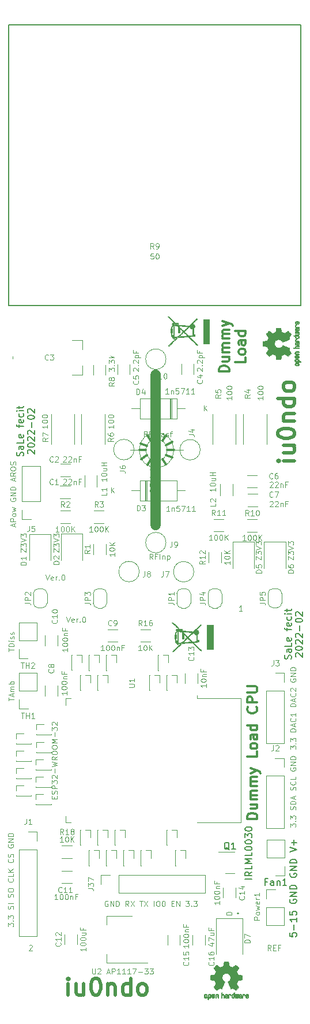
<source format=gto>
%TF.GenerationSoftware,KiCad,Pcbnew,(6.0.1)*%
%TF.CreationDate,2022-02-08T10:08:30+01:00*%
%TF.ProjectId,CaricoFittizioStrumentato,43617269-636f-4466-9974-74697a696f53,rev?*%
%TF.SameCoordinates,Original*%
%TF.FileFunction,Legend,Top*%
%TF.FilePolarity,Positive*%
%FSLAX46Y46*%
G04 Gerber Fmt 4.6, Leading zero omitted, Abs format (unit mm)*
G04 Created by KiCad (PCBNEW (6.0.1)) date 2022-02-08 10:08:30*
%MOMM*%
%LPD*%
G01*
G04 APERTURE LIST*
%ADD10C,0.300000*%
%ADD11C,0.120000*%
%ADD12C,0.200000*%
%ADD13C,0.500000*%
%ADD14C,0.177000*%
%ADD15C,0.150000*%
%ADD16C,1.500000*%
%ADD17C,0.010000*%
%ADD18C,0.100000*%
G04 APERTURE END LIST*
D10*
X141939671Y-92517457D02*
X140439671Y-92517457D01*
X140439671Y-92160314D01*
X140511100Y-91946028D01*
X140653957Y-91803171D01*
X140796814Y-91731742D01*
X141082528Y-91660314D01*
X141296814Y-91660314D01*
X141582528Y-91731742D01*
X141725385Y-91803171D01*
X141868242Y-91946028D01*
X141939671Y-92160314D01*
X141939671Y-92517457D01*
X140939671Y-90374600D02*
X141939671Y-90374600D01*
X140939671Y-91017457D02*
X141725385Y-91017457D01*
X141868242Y-90946028D01*
X141939671Y-90803171D01*
X141939671Y-90588885D01*
X141868242Y-90446028D01*
X141796814Y-90374600D01*
X141939671Y-89660314D02*
X140939671Y-89660314D01*
X141082528Y-89660314D02*
X141011100Y-89588885D01*
X140939671Y-89446028D01*
X140939671Y-89231742D01*
X141011100Y-89088885D01*
X141153957Y-89017457D01*
X141939671Y-89017457D01*
X141153957Y-89017457D02*
X141011100Y-88946028D01*
X140939671Y-88803171D01*
X140939671Y-88588885D01*
X141011100Y-88446028D01*
X141153957Y-88374600D01*
X141939671Y-88374600D01*
X141939671Y-87660314D02*
X140939671Y-87660314D01*
X141082528Y-87660314D02*
X141011100Y-87588885D01*
X140939671Y-87446028D01*
X140939671Y-87231742D01*
X141011100Y-87088885D01*
X141153957Y-87017457D01*
X141939671Y-87017457D01*
X141153957Y-87017457D02*
X141011100Y-86946028D01*
X140939671Y-86803171D01*
X140939671Y-86588885D01*
X141011100Y-86446028D01*
X141153957Y-86374600D01*
X141939671Y-86374600D01*
X140939671Y-85803171D02*
X141939671Y-85446028D01*
X140939671Y-85088885D02*
X141939671Y-85446028D01*
X142296814Y-85588885D01*
X142368242Y-85660314D01*
X142439671Y-85803171D01*
X144354671Y-90446028D02*
X144354671Y-91160314D01*
X142854671Y-91160314D01*
X144354671Y-89731742D02*
X144283242Y-89874600D01*
X144211814Y-89946028D01*
X144068957Y-90017457D01*
X143640385Y-90017457D01*
X143497528Y-89946028D01*
X143426100Y-89874600D01*
X143354671Y-89731742D01*
X143354671Y-89517457D01*
X143426100Y-89374600D01*
X143497528Y-89303171D01*
X143640385Y-89231742D01*
X144068957Y-89231742D01*
X144211814Y-89303171D01*
X144283242Y-89374600D01*
X144354671Y-89517457D01*
X144354671Y-89731742D01*
X144354671Y-87946028D02*
X143568957Y-87946028D01*
X143426100Y-88017457D01*
X143354671Y-88160314D01*
X143354671Y-88446028D01*
X143426100Y-88588885D01*
X144283242Y-87946028D02*
X144354671Y-88088885D01*
X144354671Y-88446028D01*
X144283242Y-88588885D01*
X144140385Y-88660314D01*
X143997528Y-88660314D01*
X143854671Y-88588885D01*
X143783242Y-88446028D01*
X143783242Y-88088885D01*
X143711814Y-87946028D01*
X144354671Y-86588885D02*
X142854671Y-86588885D01*
X144283242Y-86588885D02*
X144354671Y-86731742D01*
X144354671Y-87017457D01*
X144283242Y-87160314D01*
X144211814Y-87231742D01*
X144068957Y-87303171D01*
X143640385Y-87303171D01*
X143497528Y-87231742D01*
X143426100Y-87160314D01*
X143354671Y-87017457D01*
X143354671Y-86731742D01*
X143426100Y-86588885D01*
X146068171Y-158101085D02*
X144568171Y-158101085D01*
X144568171Y-157743942D01*
X144639600Y-157529657D01*
X144782457Y-157386800D01*
X144925314Y-157315371D01*
X145211028Y-157243942D01*
X145425314Y-157243942D01*
X145711028Y-157315371D01*
X145853885Y-157386800D01*
X145996742Y-157529657D01*
X146068171Y-157743942D01*
X146068171Y-158101085D01*
X145068171Y-155958228D02*
X146068171Y-155958228D01*
X145068171Y-156601085D02*
X145853885Y-156601085D01*
X145996742Y-156529657D01*
X146068171Y-156386800D01*
X146068171Y-156172514D01*
X145996742Y-156029657D01*
X145925314Y-155958228D01*
X146068171Y-155243942D02*
X145068171Y-155243942D01*
X145211028Y-155243942D02*
X145139600Y-155172514D01*
X145068171Y-155029657D01*
X145068171Y-154815371D01*
X145139600Y-154672514D01*
X145282457Y-154601085D01*
X146068171Y-154601085D01*
X145282457Y-154601085D02*
X145139600Y-154529657D01*
X145068171Y-154386800D01*
X145068171Y-154172514D01*
X145139600Y-154029657D01*
X145282457Y-153958228D01*
X146068171Y-153958228D01*
X146068171Y-153243942D02*
X145068171Y-153243942D01*
X145211028Y-153243942D02*
X145139600Y-153172514D01*
X145068171Y-153029657D01*
X145068171Y-152815371D01*
X145139600Y-152672514D01*
X145282457Y-152601085D01*
X146068171Y-152601085D01*
X145282457Y-152601085D02*
X145139600Y-152529657D01*
X145068171Y-152386800D01*
X145068171Y-152172514D01*
X145139600Y-152029657D01*
X145282457Y-151958228D01*
X146068171Y-151958228D01*
X145068171Y-151386800D02*
X146068171Y-151029657D01*
X145068171Y-150672514D02*
X146068171Y-151029657D01*
X146425314Y-151172514D01*
X146496742Y-151243942D01*
X146568171Y-151386800D01*
X146068171Y-148243942D02*
X146068171Y-148958228D01*
X144568171Y-148958228D01*
X146068171Y-147529657D02*
X145996742Y-147672514D01*
X145925314Y-147743942D01*
X145782457Y-147815371D01*
X145353885Y-147815371D01*
X145211028Y-147743942D01*
X145139600Y-147672514D01*
X145068171Y-147529657D01*
X145068171Y-147315371D01*
X145139600Y-147172514D01*
X145211028Y-147101085D01*
X145353885Y-147029657D01*
X145782457Y-147029657D01*
X145925314Y-147101085D01*
X145996742Y-147172514D01*
X146068171Y-147315371D01*
X146068171Y-147529657D01*
X146068171Y-145743942D02*
X145282457Y-145743942D01*
X145139600Y-145815371D01*
X145068171Y-145958228D01*
X145068171Y-146243942D01*
X145139600Y-146386800D01*
X145996742Y-145743942D02*
X146068171Y-145886800D01*
X146068171Y-146243942D01*
X145996742Y-146386800D01*
X145853885Y-146458228D01*
X145711028Y-146458228D01*
X145568171Y-146386800D01*
X145496742Y-146243942D01*
X145496742Y-145886800D01*
X145425314Y-145743942D01*
X146068171Y-144386800D02*
X144568171Y-144386800D01*
X145996742Y-144386800D02*
X146068171Y-144529657D01*
X146068171Y-144815371D01*
X145996742Y-144958228D01*
X145925314Y-145029657D01*
X145782457Y-145101085D01*
X145353885Y-145101085D01*
X145211028Y-145029657D01*
X145139600Y-144958228D01*
X145068171Y-144815371D01*
X145068171Y-144529657D01*
X145139600Y-144386800D01*
X145925314Y-141672514D02*
X145996742Y-141743942D01*
X146068171Y-141958228D01*
X146068171Y-142101085D01*
X145996742Y-142315371D01*
X145853885Y-142458228D01*
X145711028Y-142529657D01*
X145425314Y-142601085D01*
X145211028Y-142601085D01*
X144925314Y-142529657D01*
X144782457Y-142458228D01*
X144639600Y-142315371D01*
X144568171Y-142101085D01*
X144568171Y-141958228D01*
X144639600Y-141743942D01*
X144711028Y-141672514D01*
X146068171Y-141029657D02*
X144568171Y-141029657D01*
X144568171Y-140458228D01*
X144639600Y-140315371D01*
X144711028Y-140243942D01*
X144853885Y-140172514D01*
X145068171Y-140172514D01*
X145211028Y-140243942D01*
X145282457Y-140315371D01*
X145353885Y-140458228D01*
X145353885Y-141029657D01*
X144568171Y-139529657D02*
X145782457Y-139529657D01*
X145925314Y-139458228D01*
X145996742Y-139386800D01*
X146068171Y-139243942D01*
X146068171Y-138958228D01*
X145996742Y-138815371D01*
X145925314Y-138743942D01*
X145782457Y-138672514D01*
X144568171Y-138672514D01*
D11*
X114979628Y-122294704D02*
X115246295Y-123094704D01*
X115512961Y-122294704D01*
X116084390Y-123056609D02*
X116008200Y-123094704D01*
X115855819Y-123094704D01*
X115779628Y-123056609D01*
X115741533Y-122980419D01*
X115741533Y-122675657D01*
X115779628Y-122599466D01*
X115855819Y-122561371D01*
X116008200Y-122561371D01*
X116084390Y-122599466D01*
X116122485Y-122675657D01*
X116122485Y-122751847D01*
X115741533Y-122828038D01*
X116465342Y-123094704D02*
X116465342Y-122561371D01*
X116465342Y-122713752D02*
X116503438Y-122637561D01*
X116541533Y-122599466D01*
X116617723Y-122561371D01*
X116693914Y-122561371D01*
X116960580Y-123018514D02*
X116998676Y-123056609D01*
X116960580Y-123094704D01*
X116922485Y-123056609D01*
X116960580Y-123018514D01*
X116960580Y-123094704D01*
X117493914Y-122294704D02*
X117570104Y-122294704D01*
X117646295Y-122332800D01*
X117684390Y-122370895D01*
X117722485Y-122447085D01*
X117760580Y-122599466D01*
X117760580Y-122789942D01*
X117722485Y-122942323D01*
X117684390Y-123018514D01*
X117646295Y-123056609D01*
X117570104Y-123094704D01*
X117493914Y-123094704D01*
X117417723Y-123056609D01*
X117379628Y-123018514D01*
X117341533Y-122942323D01*
X117303438Y-122789942D01*
X117303438Y-122599466D01*
X117341533Y-122447085D01*
X117379628Y-122370895D01*
X117417723Y-122332800D01*
X117493914Y-122294704D01*
X118027628Y-128466904D02*
X118294295Y-129266904D01*
X118560961Y-128466904D01*
X119132390Y-129228809D02*
X119056200Y-129266904D01*
X118903819Y-129266904D01*
X118827628Y-129228809D01*
X118789533Y-129152619D01*
X118789533Y-128847857D01*
X118827628Y-128771666D01*
X118903819Y-128733571D01*
X119056200Y-128733571D01*
X119132390Y-128771666D01*
X119170485Y-128847857D01*
X119170485Y-128924047D01*
X118789533Y-129000238D01*
X119513342Y-129266904D02*
X119513342Y-128733571D01*
X119513342Y-128885952D02*
X119551438Y-128809761D01*
X119589533Y-128771666D01*
X119665723Y-128733571D01*
X119741914Y-128733571D01*
X120008580Y-129190714D02*
X120046676Y-129228809D01*
X120008580Y-129266904D01*
X119970485Y-129228809D01*
X120008580Y-129190714D01*
X120008580Y-129266904D01*
X120541914Y-128466904D02*
X120618104Y-128466904D01*
X120694295Y-128505000D01*
X120732390Y-128543095D01*
X120770485Y-128619285D01*
X120808580Y-128771666D01*
X120808580Y-128962142D01*
X120770485Y-129114523D01*
X120732390Y-129190714D01*
X120694295Y-129228809D01*
X120618104Y-129266904D01*
X120541914Y-129266904D01*
X120465723Y-129228809D01*
X120427628Y-129190714D01*
X120389533Y-129114523D01*
X120351438Y-128962142D01*
X120351438Y-128771666D01*
X120389533Y-128619285D01*
X120427628Y-128543095D01*
X120465723Y-128505000D01*
X120541914Y-128466904D01*
D12*
X151034561Y-134657647D02*
X151082180Y-134514790D01*
X151082180Y-134276695D01*
X151034561Y-134181457D01*
X150986942Y-134133838D01*
X150891704Y-134086219D01*
X150796466Y-134086219D01*
X150701228Y-134133838D01*
X150653609Y-134181457D01*
X150605990Y-134276695D01*
X150558371Y-134467171D01*
X150510752Y-134562409D01*
X150463133Y-134610028D01*
X150367895Y-134657647D01*
X150272657Y-134657647D01*
X150177419Y-134610028D01*
X150129800Y-134562409D01*
X150082180Y-134467171D01*
X150082180Y-134229076D01*
X150129800Y-134086219D01*
X151082180Y-133229076D02*
X150558371Y-133229076D01*
X150463133Y-133276695D01*
X150415514Y-133371933D01*
X150415514Y-133562409D01*
X150463133Y-133657647D01*
X151034561Y-133229076D02*
X151082180Y-133324314D01*
X151082180Y-133562409D01*
X151034561Y-133657647D01*
X150939323Y-133705266D01*
X150844085Y-133705266D01*
X150748847Y-133657647D01*
X150701228Y-133562409D01*
X150701228Y-133324314D01*
X150653609Y-133229076D01*
X151082180Y-132276695D02*
X151082180Y-132752885D01*
X150082180Y-132752885D01*
X151034561Y-131562409D02*
X151082180Y-131657647D01*
X151082180Y-131848123D01*
X151034561Y-131943361D01*
X150939323Y-131990980D01*
X150558371Y-131990980D01*
X150463133Y-131943361D01*
X150415514Y-131848123D01*
X150415514Y-131657647D01*
X150463133Y-131562409D01*
X150558371Y-131514790D01*
X150653609Y-131514790D01*
X150748847Y-131990980D01*
X150415514Y-130467171D02*
X150415514Y-130086219D01*
X151082180Y-130324314D02*
X150225038Y-130324314D01*
X150129800Y-130276695D01*
X150082180Y-130181457D01*
X150082180Y-130086219D01*
X151034561Y-129371933D02*
X151082180Y-129467171D01*
X151082180Y-129657647D01*
X151034561Y-129752885D01*
X150939323Y-129800504D01*
X150558371Y-129800504D01*
X150463133Y-129752885D01*
X150415514Y-129657647D01*
X150415514Y-129467171D01*
X150463133Y-129371933D01*
X150558371Y-129324314D01*
X150653609Y-129324314D01*
X150748847Y-129800504D01*
X151034561Y-128467171D02*
X151082180Y-128562409D01*
X151082180Y-128752885D01*
X151034561Y-128848123D01*
X150986942Y-128895742D01*
X150891704Y-128943361D01*
X150605990Y-128943361D01*
X150510752Y-128895742D01*
X150463133Y-128848123D01*
X150415514Y-128752885D01*
X150415514Y-128562409D01*
X150463133Y-128467171D01*
X151082180Y-128038600D02*
X150415514Y-128038600D01*
X150082180Y-128038600D02*
X150129800Y-128086219D01*
X150177419Y-128038600D01*
X150129800Y-127990980D01*
X150082180Y-128038600D01*
X150177419Y-128038600D01*
X150415514Y-127705266D02*
X150415514Y-127324314D01*
X150082180Y-127562409D02*
X150939323Y-127562409D01*
X151034561Y-127514790D01*
X151082180Y-127419552D01*
X151082180Y-127324314D01*
X151787419Y-134324314D02*
X151739800Y-134276695D01*
X151692180Y-134181457D01*
X151692180Y-133943361D01*
X151739800Y-133848123D01*
X151787419Y-133800504D01*
X151882657Y-133752885D01*
X151977895Y-133752885D01*
X152120752Y-133800504D01*
X152692180Y-134371933D01*
X152692180Y-133752885D01*
X151692180Y-133133838D02*
X151692180Y-133038600D01*
X151739800Y-132943361D01*
X151787419Y-132895742D01*
X151882657Y-132848123D01*
X152073133Y-132800504D01*
X152311228Y-132800504D01*
X152501704Y-132848123D01*
X152596942Y-132895742D01*
X152644561Y-132943361D01*
X152692180Y-133038600D01*
X152692180Y-133133838D01*
X152644561Y-133229076D01*
X152596942Y-133276695D01*
X152501704Y-133324314D01*
X152311228Y-133371933D01*
X152073133Y-133371933D01*
X151882657Y-133324314D01*
X151787419Y-133276695D01*
X151739800Y-133229076D01*
X151692180Y-133133838D01*
X151787419Y-132419552D02*
X151739800Y-132371933D01*
X151692180Y-132276695D01*
X151692180Y-132038600D01*
X151739800Y-131943361D01*
X151787419Y-131895742D01*
X151882657Y-131848123D01*
X151977895Y-131848123D01*
X152120752Y-131895742D01*
X152692180Y-132467171D01*
X152692180Y-131848123D01*
X151787419Y-131467171D02*
X151739800Y-131419552D01*
X151692180Y-131324314D01*
X151692180Y-131086219D01*
X151739800Y-130990980D01*
X151787419Y-130943361D01*
X151882657Y-130895742D01*
X151977895Y-130895742D01*
X152120752Y-130943361D01*
X152692180Y-131514790D01*
X152692180Y-130895742D01*
X152311228Y-130467171D02*
X152311228Y-129705266D01*
X151692180Y-129038600D02*
X151692180Y-128943361D01*
X151739800Y-128848123D01*
X151787419Y-128800504D01*
X151882657Y-128752885D01*
X152073133Y-128705266D01*
X152311228Y-128705266D01*
X152501704Y-128752885D01*
X152596942Y-128800504D01*
X152644561Y-128848123D01*
X152692180Y-128943361D01*
X152692180Y-129038600D01*
X152644561Y-129133838D01*
X152596942Y-129181457D01*
X152501704Y-129229076D01*
X152311228Y-129276695D01*
X152073133Y-129276695D01*
X151882657Y-129229076D01*
X151787419Y-129181457D01*
X151739800Y-129133838D01*
X151692180Y-129038600D01*
X151787419Y-128324314D02*
X151739800Y-128276695D01*
X151692180Y-128181457D01*
X151692180Y-127943361D01*
X151739800Y-127848123D01*
X151787419Y-127800504D01*
X151882657Y-127752885D01*
X151977895Y-127752885D01*
X152120752Y-127800504D01*
X152692180Y-128371933D01*
X152692180Y-127752885D01*
X111664561Y-104888847D02*
X111712180Y-104745990D01*
X111712180Y-104507895D01*
X111664561Y-104412657D01*
X111616942Y-104365038D01*
X111521704Y-104317419D01*
X111426466Y-104317419D01*
X111331228Y-104365038D01*
X111283609Y-104412657D01*
X111235990Y-104507895D01*
X111188371Y-104698371D01*
X111140752Y-104793609D01*
X111093133Y-104841228D01*
X110997895Y-104888847D01*
X110902657Y-104888847D01*
X110807419Y-104841228D01*
X110759800Y-104793609D01*
X110712180Y-104698371D01*
X110712180Y-104460276D01*
X110759800Y-104317419D01*
X111712180Y-103460276D02*
X111188371Y-103460276D01*
X111093133Y-103507895D01*
X111045514Y-103603133D01*
X111045514Y-103793609D01*
X111093133Y-103888847D01*
X111664561Y-103460276D02*
X111712180Y-103555514D01*
X111712180Y-103793609D01*
X111664561Y-103888847D01*
X111569323Y-103936466D01*
X111474085Y-103936466D01*
X111378847Y-103888847D01*
X111331228Y-103793609D01*
X111331228Y-103555514D01*
X111283609Y-103460276D01*
X111712180Y-102507895D02*
X111712180Y-102984085D01*
X110712180Y-102984085D01*
X111664561Y-101793609D02*
X111712180Y-101888847D01*
X111712180Y-102079323D01*
X111664561Y-102174561D01*
X111569323Y-102222180D01*
X111188371Y-102222180D01*
X111093133Y-102174561D01*
X111045514Y-102079323D01*
X111045514Y-101888847D01*
X111093133Y-101793609D01*
X111188371Y-101745990D01*
X111283609Y-101745990D01*
X111378847Y-102222180D01*
X111045514Y-100698371D02*
X111045514Y-100317419D01*
X111712180Y-100555514D02*
X110855038Y-100555514D01*
X110759800Y-100507895D01*
X110712180Y-100412657D01*
X110712180Y-100317419D01*
X111664561Y-99603133D02*
X111712180Y-99698371D01*
X111712180Y-99888847D01*
X111664561Y-99984085D01*
X111569323Y-100031704D01*
X111188371Y-100031704D01*
X111093133Y-99984085D01*
X111045514Y-99888847D01*
X111045514Y-99698371D01*
X111093133Y-99603133D01*
X111188371Y-99555514D01*
X111283609Y-99555514D01*
X111378847Y-100031704D01*
X111664561Y-98698371D02*
X111712180Y-98793609D01*
X111712180Y-98984085D01*
X111664561Y-99079323D01*
X111616942Y-99126942D01*
X111521704Y-99174561D01*
X111235990Y-99174561D01*
X111140752Y-99126942D01*
X111093133Y-99079323D01*
X111045514Y-98984085D01*
X111045514Y-98793609D01*
X111093133Y-98698371D01*
X111712180Y-98269800D02*
X111045514Y-98269800D01*
X110712180Y-98269800D02*
X110759800Y-98317419D01*
X110807419Y-98269800D01*
X110759800Y-98222180D01*
X110712180Y-98269800D01*
X110807419Y-98269800D01*
X111045514Y-97936466D02*
X111045514Y-97555514D01*
X110712180Y-97793609D02*
X111569323Y-97793609D01*
X111664561Y-97745990D01*
X111712180Y-97650752D01*
X111712180Y-97555514D01*
X112417419Y-104555514D02*
X112369800Y-104507895D01*
X112322180Y-104412657D01*
X112322180Y-104174561D01*
X112369800Y-104079323D01*
X112417419Y-104031704D01*
X112512657Y-103984085D01*
X112607895Y-103984085D01*
X112750752Y-104031704D01*
X113322180Y-104603133D01*
X113322180Y-103984085D01*
X112322180Y-103365038D02*
X112322180Y-103269800D01*
X112369800Y-103174561D01*
X112417419Y-103126942D01*
X112512657Y-103079323D01*
X112703133Y-103031704D01*
X112941228Y-103031704D01*
X113131704Y-103079323D01*
X113226942Y-103126942D01*
X113274561Y-103174561D01*
X113322180Y-103269800D01*
X113322180Y-103365038D01*
X113274561Y-103460276D01*
X113226942Y-103507895D01*
X113131704Y-103555514D01*
X112941228Y-103603133D01*
X112703133Y-103603133D01*
X112512657Y-103555514D01*
X112417419Y-103507895D01*
X112369800Y-103460276D01*
X112322180Y-103365038D01*
X112417419Y-102650752D02*
X112369800Y-102603133D01*
X112322180Y-102507895D01*
X112322180Y-102269800D01*
X112369800Y-102174561D01*
X112417419Y-102126942D01*
X112512657Y-102079323D01*
X112607895Y-102079323D01*
X112750752Y-102126942D01*
X113322180Y-102698371D01*
X113322180Y-102079323D01*
X112417419Y-101698371D02*
X112369800Y-101650752D01*
X112322180Y-101555514D01*
X112322180Y-101317419D01*
X112369800Y-101222180D01*
X112417419Y-101174561D01*
X112512657Y-101126942D01*
X112607895Y-101126942D01*
X112750752Y-101174561D01*
X113322180Y-101745990D01*
X113322180Y-101126942D01*
X112941228Y-100698371D02*
X112941228Y-99936466D01*
X112322180Y-99269800D02*
X112322180Y-99174561D01*
X112369800Y-99079323D01*
X112417419Y-99031704D01*
X112512657Y-98984085D01*
X112703133Y-98936466D01*
X112941228Y-98936466D01*
X113131704Y-98984085D01*
X113226942Y-99031704D01*
X113274561Y-99079323D01*
X113322180Y-99174561D01*
X113322180Y-99269800D01*
X113274561Y-99365038D01*
X113226942Y-99412657D01*
X113131704Y-99460276D01*
X112941228Y-99507895D01*
X112703133Y-99507895D01*
X112512657Y-99460276D01*
X112417419Y-99412657D01*
X112369800Y-99365038D01*
X112322180Y-99269800D01*
X112417419Y-98555514D02*
X112369800Y-98507895D01*
X112322180Y-98412657D01*
X112322180Y-98174561D01*
X112369800Y-98079323D01*
X112417419Y-98031704D01*
X112512657Y-97984085D01*
X112607895Y-97984085D01*
X112750752Y-98031704D01*
X113322180Y-98603133D01*
X113322180Y-97984085D01*
D13*
X118288514Y-183934752D02*
X118288514Y-182268085D01*
X118288514Y-181434752D02*
X118169466Y-181553800D01*
X118288514Y-181672847D01*
X118407561Y-181553800D01*
X118288514Y-181434752D01*
X118288514Y-181672847D01*
X120550419Y-182268085D02*
X120550419Y-183934752D01*
X119478990Y-182268085D02*
X119478990Y-183577609D01*
X119598038Y-183815704D01*
X119836133Y-183934752D01*
X120193276Y-183934752D01*
X120431371Y-183815704D01*
X120550419Y-183696657D01*
X122217085Y-181434752D02*
X122455180Y-181434752D01*
X122693276Y-181553800D01*
X122812323Y-181672847D01*
X122931371Y-181910942D01*
X123050419Y-182387133D01*
X123050419Y-182982371D01*
X122931371Y-183458561D01*
X122812323Y-183696657D01*
X122693276Y-183815704D01*
X122455180Y-183934752D01*
X122217085Y-183934752D01*
X121978990Y-183815704D01*
X121859942Y-183696657D01*
X121740895Y-183458561D01*
X121621847Y-182982371D01*
X121621847Y-182387133D01*
X121740895Y-181910942D01*
X121859942Y-181672847D01*
X121978990Y-181553800D01*
X122217085Y-181434752D01*
X124121847Y-182268085D02*
X124121847Y-183934752D01*
X124121847Y-182506180D02*
X124240895Y-182387133D01*
X124478990Y-182268085D01*
X124836133Y-182268085D01*
X125074228Y-182387133D01*
X125193276Y-182625228D01*
X125193276Y-183934752D01*
X127455180Y-183934752D02*
X127455180Y-181434752D01*
X127455180Y-183815704D02*
X127217085Y-183934752D01*
X126740895Y-183934752D01*
X126502800Y-183815704D01*
X126383752Y-183696657D01*
X126264704Y-183458561D01*
X126264704Y-182744276D01*
X126383752Y-182506180D01*
X126502800Y-182387133D01*
X126740895Y-182268085D01*
X127217085Y-182268085D01*
X127455180Y-182387133D01*
X129002800Y-183934752D02*
X128764704Y-183815704D01*
X128645657Y-183696657D01*
X128526609Y-183458561D01*
X128526609Y-182744276D01*
X128645657Y-182506180D01*
X128764704Y-182387133D01*
X129002800Y-182268085D01*
X129359942Y-182268085D01*
X129598038Y-182387133D01*
X129717085Y-182506180D01*
X129836133Y-182744276D01*
X129836133Y-183458561D01*
X129717085Y-183696657D01*
X129598038Y-183815704D01*
X129359942Y-183934752D01*
X129002800Y-183934752D01*
X151575152Y-105612485D02*
X149908485Y-105612485D01*
X149075152Y-105612485D02*
X149194200Y-105731533D01*
X149313247Y-105612485D01*
X149194200Y-105493438D01*
X149075152Y-105612485D01*
X149313247Y-105612485D01*
X149908485Y-103350580D02*
X151575152Y-103350580D01*
X149908485Y-104422009D02*
X151218009Y-104422009D01*
X151456104Y-104302961D01*
X151575152Y-104064866D01*
X151575152Y-103707723D01*
X151456104Y-103469628D01*
X151337057Y-103350580D01*
X149075152Y-101683914D02*
X149075152Y-101445819D01*
X149194200Y-101207723D01*
X149313247Y-101088676D01*
X149551342Y-100969628D01*
X150027533Y-100850580D01*
X150622771Y-100850580D01*
X151098961Y-100969628D01*
X151337057Y-101088676D01*
X151456104Y-101207723D01*
X151575152Y-101445819D01*
X151575152Y-101683914D01*
X151456104Y-101922009D01*
X151337057Y-102041057D01*
X151098961Y-102160104D01*
X150622771Y-102279152D01*
X150027533Y-102279152D01*
X149551342Y-102160104D01*
X149313247Y-102041057D01*
X149194200Y-101922009D01*
X149075152Y-101683914D01*
X149908485Y-99779152D02*
X151575152Y-99779152D01*
X150146580Y-99779152D02*
X150027533Y-99660104D01*
X149908485Y-99422009D01*
X149908485Y-99064866D01*
X150027533Y-98826771D01*
X150265628Y-98707723D01*
X151575152Y-98707723D01*
X151575152Y-96445819D02*
X149075152Y-96445819D01*
X151456104Y-96445819D02*
X151575152Y-96683914D01*
X151575152Y-97160104D01*
X151456104Y-97398200D01*
X151337057Y-97517247D01*
X151098961Y-97636295D01*
X150384676Y-97636295D01*
X150146580Y-97517247D01*
X150027533Y-97398200D01*
X149908485Y-97160104D01*
X149908485Y-96683914D01*
X150027533Y-96445819D01*
X151575152Y-94898200D02*
X151456104Y-95136295D01*
X151337057Y-95255342D01*
X151098961Y-95374390D01*
X150384676Y-95374390D01*
X150146580Y-95255342D01*
X150027533Y-95136295D01*
X149908485Y-94898200D01*
X149908485Y-94541057D01*
X150027533Y-94302961D01*
X150146580Y-94183914D01*
X150384676Y-94064866D01*
X151098961Y-94064866D01*
X151337057Y-94183914D01*
X151456104Y-94302961D01*
X151575152Y-94541057D01*
X151575152Y-94898200D01*
D14*
X143344500Y-171958000D02*
G75*
G03*
X143344500Y-171958000I-88500J0D01*
G01*
D15*
X109499400Y-41656000D02*
X152425400Y-41656000D01*
X152425400Y-41656000D02*
X152425400Y-82880200D01*
X152425400Y-82880200D02*
X109499400Y-82880200D01*
X109499400Y-82880200D02*
X109499400Y-41656000D01*
D16*
X131165601Y-114982601D02*
X131165601Y-92982601D01*
D15*
X150836380Y-174815095D02*
X150836380Y-175291285D01*
X151312571Y-175338904D01*
X151264952Y-175291285D01*
X151217333Y-175196047D01*
X151217333Y-174957952D01*
X151264952Y-174862714D01*
X151312571Y-174815095D01*
X151407809Y-174767476D01*
X151645904Y-174767476D01*
X151741142Y-174815095D01*
X151788761Y-174862714D01*
X151836380Y-174957952D01*
X151836380Y-175196047D01*
X151788761Y-175291285D01*
X151741142Y-175338904D01*
X151455428Y-174338904D02*
X151455428Y-173577000D01*
X151836380Y-172577000D02*
X151836380Y-173148428D01*
X151836380Y-172862714D02*
X150836380Y-172862714D01*
X150979238Y-172957952D01*
X151074476Y-173053190D01*
X151122095Y-173148428D01*
X150836380Y-171672238D02*
X150836380Y-172148428D01*
X151312571Y-172196047D01*
X151264952Y-172148428D01*
X151217333Y-172053190D01*
X151217333Y-171815095D01*
X151264952Y-171719857D01*
X151312571Y-171672238D01*
X151407809Y-171624619D01*
X151645904Y-171624619D01*
X151741142Y-171672238D01*
X151788761Y-171719857D01*
X151836380Y-171815095D01*
X151836380Y-172053190D01*
X151788761Y-172148428D01*
X151741142Y-172196047D01*
X150884000Y-169910333D02*
X150836380Y-170005571D01*
X150836380Y-170148428D01*
X150884000Y-170291285D01*
X150979238Y-170386523D01*
X151074476Y-170434142D01*
X151264952Y-170481761D01*
X151407809Y-170481761D01*
X151598285Y-170434142D01*
X151693523Y-170386523D01*
X151788761Y-170291285D01*
X151836380Y-170148428D01*
X151836380Y-170053190D01*
X151788761Y-169910333D01*
X151741142Y-169862714D01*
X151407809Y-169862714D01*
X151407809Y-170053190D01*
X151836380Y-169434142D02*
X150836380Y-169434142D01*
X151836380Y-168862714D01*
X150836380Y-168862714D01*
X151836380Y-168386523D02*
X150836380Y-168386523D01*
X150836380Y-168148428D01*
X150884000Y-168005571D01*
X150979238Y-167910333D01*
X151074476Y-167862714D01*
X151264952Y-167815095D01*
X151407809Y-167815095D01*
X151598285Y-167862714D01*
X151693523Y-167910333D01*
X151788761Y-168005571D01*
X151836380Y-168148428D01*
X151836380Y-168386523D01*
D11*
X112547428Y-176667095D02*
X112585523Y-176629000D01*
X112661714Y-176590904D01*
X112852190Y-176590904D01*
X112928380Y-176629000D01*
X112966476Y-176667095D01*
X113004571Y-176743285D01*
X113004571Y-176819476D01*
X112966476Y-176933761D01*
X112509333Y-177390904D01*
X113004571Y-177390904D01*
X121477905Y-118695534D02*
X121096953Y-118962201D01*
X121477905Y-119152677D02*
X120677905Y-119152677D01*
X120677905Y-118847915D01*
X120716001Y-118771724D01*
X120754096Y-118733629D01*
X120830286Y-118695534D01*
X120944572Y-118695534D01*
X121020762Y-118733629D01*
X121058858Y-118771724D01*
X121096953Y-118847915D01*
X121096953Y-119152677D01*
X121477905Y-117933629D02*
X121477905Y-118390772D01*
X121477905Y-118162201D02*
X120677905Y-118162201D01*
X120792191Y-118238391D01*
X120868381Y-118314581D01*
X120906477Y-118390772D01*
X125117905Y-119114581D02*
X125117905Y-119571724D01*
X125117905Y-119343153D02*
X124317905Y-119343153D01*
X124432191Y-119419343D01*
X124508381Y-119495534D01*
X124546477Y-119571724D01*
X124317905Y-118619343D02*
X124317905Y-118543153D01*
X124356001Y-118466962D01*
X124394096Y-118428867D01*
X124470286Y-118390772D01*
X124622667Y-118352677D01*
X124813143Y-118352677D01*
X124965524Y-118390772D01*
X125041715Y-118428867D01*
X125079810Y-118466962D01*
X125117905Y-118543153D01*
X125117905Y-118619343D01*
X125079810Y-118695534D01*
X125041715Y-118733629D01*
X124965524Y-118771724D01*
X124813143Y-118809820D01*
X124622667Y-118809820D01*
X124470286Y-118771724D01*
X124394096Y-118733629D01*
X124356001Y-118695534D01*
X124317905Y-118619343D01*
X125117905Y-118009820D02*
X124317905Y-118009820D01*
X125117905Y-117552677D02*
X124660762Y-117895534D01*
X124317905Y-117552677D02*
X124775048Y-118009820D01*
X135921714Y-179076285D02*
X135959809Y-179114380D01*
X135997904Y-179228666D01*
X135997904Y-179304857D01*
X135959809Y-179419142D01*
X135883619Y-179495333D01*
X135807428Y-179533428D01*
X135655047Y-179571523D01*
X135540761Y-179571523D01*
X135388380Y-179533428D01*
X135312190Y-179495333D01*
X135236000Y-179419142D01*
X135197904Y-179304857D01*
X135197904Y-179228666D01*
X135236000Y-179114380D01*
X135274095Y-179076285D01*
X135997904Y-178314380D02*
X135997904Y-178771523D01*
X135997904Y-178542952D02*
X135197904Y-178542952D01*
X135312190Y-178619142D01*
X135388380Y-178695333D01*
X135426476Y-178771523D01*
X135197904Y-177590571D02*
X135197904Y-177971523D01*
X135578857Y-178009619D01*
X135540761Y-177971523D01*
X135502666Y-177895333D01*
X135502666Y-177704857D01*
X135540761Y-177628666D01*
X135578857Y-177590571D01*
X135655047Y-177552476D01*
X135845523Y-177552476D01*
X135921714Y-177590571D01*
X135959809Y-177628666D01*
X135997904Y-177704857D01*
X135997904Y-177895333D01*
X135959809Y-177971523D01*
X135921714Y-178009619D01*
X135997904Y-176498095D02*
X135997904Y-176955238D01*
X135997904Y-176726666D02*
X135197904Y-176726666D01*
X135312190Y-176802857D01*
X135388380Y-176879047D01*
X135426476Y-176955238D01*
X135197904Y-176002857D02*
X135197904Y-175926666D01*
X135236000Y-175850476D01*
X135274095Y-175812380D01*
X135350285Y-175774285D01*
X135502666Y-175736190D01*
X135693142Y-175736190D01*
X135845523Y-175774285D01*
X135921714Y-175812380D01*
X135959809Y-175850476D01*
X135997904Y-175926666D01*
X135997904Y-176002857D01*
X135959809Y-176079047D01*
X135921714Y-176117142D01*
X135845523Y-176155238D01*
X135693142Y-176193333D01*
X135502666Y-176193333D01*
X135350285Y-176155238D01*
X135274095Y-176117142D01*
X135236000Y-176079047D01*
X135197904Y-176002857D01*
X135197904Y-175240952D02*
X135197904Y-175164761D01*
X135236000Y-175088571D01*
X135274095Y-175050476D01*
X135350285Y-175012380D01*
X135502666Y-174974285D01*
X135693142Y-174974285D01*
X135845523Y-175012380D01*
X135921714Y-175050476D01*
X135959809Y-175088571D01*
X135997904Y-175164761D01*
X135997904Y-175240952D01*
X135959809Y-175317142D01*
X135921714Y-175355238D01*
X135845523Y-175393333D01*
X135693142Y-175431428D01*
X135502666Y-175431428D01*
X135350285Y-175393333D01*
X135274095Y-175355238D01*
X135236000Y-175317142D01*
X135197904Y-175240952D01*
X135464571Y-174631428D02*
X135997904Y-174631428D01*
X135540761Y-174631428D02*
X135502666Y-174593333D01*
X135464571Y-174517142D01*
X135464571Y-174402857D01*
X135502666Y-174326666D01*
X135578857Y-174288571D01*
X135997904Y-174288571D01*
X135578857Y-173640952D02*
X135578857Y-173907619D01*
X135997904Y-173907619D02*
X135197904Y-173907619D01*
X135197904Y-173526666D01*
D15*
X141966961Y-162638019D02*
X141871723Y-162590400D01*
X141776485Y-162495161D01*
X141633628Y-162352304D01*
X141538390Y-162304685D01*
X141443152Y-162304685D01*
X141490771Y-162542780D02*
X141395533Y-162495161D01*
X141300295Y-162399923D01*
X141252676Y-162209447D01*
X141252676Y-161876114D01*
X141300295Y-161685638D01*
X141395533Y-161590400D01*
X141490771Y-161542780D01*
X141681247Y-161542780D01*
X141776485Y-161590400D01*
X141871723Y-161685638D01*
X141919342Y-161876114D01*
X141919342Y-162209447D01*
X141871723Y-162399923D01*
X141776485Y-162495161D01*
X141681247Y-162542780D01*
X141490771Y-162542780D01*
X142871723Y-162542780D02*
X142300295Y-162542780D01*
X142586009Y-162542780D02*
X142586009Y-161542780D01*
X142490771Y-161685638D01*
X142395533Y-161780876D01*
X142300295Y-161828495D01*
X145283180Y-166904514D02*
X144283180Y-166904514D01*
X145283180Y-165856895D02*
X144806990Y-166190228D01*
X145283180Y-166428323D02*
X144283180Y-166428323D01*
X144283180Y-166047371D01*
X144330800Y-165952133D01*
X144378419Y-165904514D01*
X144473657Y-165856895D01*
X144616514Y-165856895D01*
X144711752Y-165904514D01*
X144759371Y-165952133D01*
X144806990Y-166047371D01*
X144806990Y-166428323D01*
X145283180Y-164952133D02*
X145283180Y-165428323D01*
X144283180Y-165428323D01*
X145283180Y-164618800D02*
X144283180Y-164618800D01*
X144997466Y-164285466D01*
X144283180Y-163952133D01*
X145283180Y-163952133D01*
X145283180Y-162999752D02*
X145283180Y-163475942D01*
X144283180Y-163475942D01*
X144283180Y-162475942D02*
X144283180Y-162380704D01*
X144330800Y-162285466D01*
X144378419Y-162237847D01*
X144473657Y-162190228D01*
X144664133Y-162142609D01*
X144902228Y-162142609D01*
X145092704Y-162190228D01*
X145187942Y-162237847D01*
X145235561Y-162285466D01*
X145283180Y-162380704D01*
X145283180Y-162475942D01*
X145235561Y-162571180D01*
X145187942Y-162618800D01*
X145092704Y-162666419D01*
X144902228Y-162714038D01*
X144664133Y-162714038D01*
X144473657Y-162666419D01*
X144378419Y-162618800D01*
X144330800Y-162571180D01*
X144283180Y-162475942D01*
X144283180Y-161523561D02*
X144283180Y-161428323D01*
X144330800Y-161333085D01*
X144378419Y-161285466D01*
X144473657Y-161237847D01*
X144664133Y-161190228D01*
X144902228Y-161190228D01*
X145092704Y-161237847D01*
X145187942Y-161285466D01*
X145235561Y-161333085D01*
X145283180Y-161428323D01*
X145283180Y-161523561D01*
X145235561Y-161618800D01*
X145187942Y-161666419D01*
X145092704Y-161714038D01*
X144902228Y-161761657D01*
X144664133Y-161761657D01*
X144473657Y-161714038D01*
X144378419Y-161666419D01*
X144330800Y-161618800D01*
X144283180Y-161523561D01*
X144283180Y-160856895D02*
X144283180Y-160237847D01*
X144664133Y-160571180D01*
X144664133Y-160428323D01*
X144711752Y-160333085D01*
X144759371Y-160285466D01*
X144854609Y-160237847D01*
X145092704Y-160237847D01*
X145187942Y-160285466D01*
X145235561Y-160333085D01*
X145283180Y-160428323D01*
X145283180Y-160714038D01*
X145235561Y-160809276D01*
X145187942Y-160856895D01*
X144283180Y-159618800D02*
X144283180Y-159523561D01*
X144330800Y-159428323D01*
X144378419Y-159380704D01*
X144473657Y-159333085D01*
X144664133Y-159285466D01*
X144902228Y-159285466D01*
X145092704Y-159333085D01*
X145187942Y-159380704D01*
X145235561Y-159428323D01*
X145283180Y-159523561D01*
X145283180Y-159618800D01*
X145235561Y-159714038D01*
X145187942Y-159761657D01*
X145092704Y-159809276D01*
X144902228Y-159856895D01*
X144664133Y-159856895D01*
X144473657Y-159809276D01*
X144378419Y-159761657D01*
X144330800Y-159714038D01*
X144283180Y-159618800D01*
D11*
X128339924Y-95860907D02*
X128339924Y-95060907D01*
X128530401Y-95060907D01*
X128644686Y-95099003D01*
X128720877Y-95175193D01*
X128758972Y-95251383D01*
X128797067Y-95403764D01*
X128797067Y-95518050D01*
X128758972Y-95670431D01*
X128720877Y-95746622D01*
X128644686Y-95822812D01*
X128530401Y-95860907D01*
X128339924Y-95860907D01*
X129482781Y-95327574D02*
X129482781Y-95860907D01*
X129292305Y-95022812D02*
X129101829Y-95594241D01*
X129597067Y-95594241D01*
X133064458Y-95784707D02*
X132607315Y-95784707D01*
X132835886Y-95784707D02*
X132835886Y-94984707D01*
X132759696Y-95098993D01*
X132683505Y-95175183D01*
X132607315Y-95213279D01*
X133407315Y-95251374D02*
X133407315Y-95784707D01*
X133407315Y-95327564D02*
X133445410Y-95289469D01*
X133521601Y-95251374D01*
X133635886Y-95251374D01*
X133712077Y-95289469D01*
X133750172Y-95365660D01*
X133750172Y-95784707D01*
X134512077Y-94984707D02*
X134131124Y-94984707D01*
X134093029Y-95365660D01*
X134131124Y-95327564D01*
X134207315Y-95289469D01*
X134397791Y-95289469D01*
X134473981Y-95327564D01*
X134512077Y-95365660D01*
X134550172Y-95441850D01*
X134550172Y-95632326D01*
X134512077Y-95708517D01*
X134473981Y-95746612D01*
X134397791Y-95784707D01*
X134207315Y-95784707D01*
X134131124Y-95746612D01*
X134093029Y-95708517D01*
X134816839Y-94984707D02*
X135350172Y-94984707D01*
X135007315Y-95784707D01*
X136073981Y-95784707D02*
X135616839Y-95784707D01*
X135845410Y-95784707D02*
X135845410Y-94984707D01*
X135769220Y-95098993D01*
X135693029Y-95175183D01*
X135616839Y-95213279D01*
X136835886Y-95784707D02*
X136378743Y-95784707D01*
X136607315Y-95784707D02*
X136607315Y-94984707D01*
X136531124Y-95098993D01*
X136454934Y-95175183D01*
X136378743Y-95213279D01*
X138245877Y-98273907D02*
X138245877Y-97473907D01*
X138703020Y-98273907D02*
X138360162Y-97816764D01*
X138703020Y-97473907D02*
X138245877Y-97931050D01*
X115296904Y-102241333D02*
X114915952Y-102508000D01*
X115296904Y-102698476D02*
X114496904Y-102698476D01*
X114496904Y-102393714D01*
X114535000Y-102317523D01*
X114573095Y-102279428D01*
X114649285Y-102241333D01*
X114763571Y-102241333D01*
X114839761Y-102279428D01*
X114877857Y-102317523D01*
X114915952Y-102393714D01*
X114915952Y-102698476D01*
X114496904Y-101974666D02*
X114496904Y-101441333D01*
X115296904Y-101784190D01*
X115242305Y-100355333D02*
X115242305Y-100812476D01*
X115242305Y-100583904D02*
X114442305Y-100583904D01*
X114556591Y-100660095D01*
X114632781Y-100736285D01*
X114670877Y-100812476D01*
X114442305Y-99860095D02*
X114442305Y-99783904D01*
X114480401Y-99707714D01*
X114518496Y-99669619D01*
X114594686Y-99631523D01*
X114747067Y-99593428D01*
X114937543Y-99593428D01*
X115089924Y-99631523D01*
X115166115Y-99669619D01*
X115204210Y-99707714D01*
X115242305Y-99783904D01*
X115242305Y-99860095D01*
X115204210Y-99936285D01*
X115166115Y-99974380D01*
X115089924Y-100012476D01*
X114937543Y-100050571D01*
X114747067Y-100050571D01*
X114594686Y-100012476D01*
X114518496Y-99974380D01*
X114480401Y-99936285D01*
X114442305Y-99860095D01*
X114442305Y-99098190D02*
X114442305Y-99022000D01*
X114480401Y-98945809D01*
X114518496Y-98907714D01*
X114594686Y-98869619D01*
X114747067Y-98831523D01*
X114937543Y-98831523D01*
X115089924Y-98869619D01*
X115166115Y-98907714D01*
X115204210Y-98945809D01*
X115242305Y-99022000D01*
X115242305Y-99098190D01*
X115204210Y-99174380D01*
X115166115Y-99212476D01*
X115089924Y-99250571D01*
X114937543Y-99288666D01*
X114747067Y-99288666D01*
X114594686Y-99250571D01*
X114518496Y-99212476D01*
X114480401Y-99174380D01*
X114442305Y-99098190D01*
X144997904Y-176231476D02*
X144197904Y-176231476D01*
X144197904Y-176041000D01*
X144236000Y-175926714D01*
X144312190Y-175850523D01*
X144388380Y-175812428D01*
X144540761Y-175774333D01*
X144655047Y-175774333D01*
X144807428Y-175812428D01*
X144883619Y-175850523D01*
X144959809Y-175926714D01*
X144997904Y-176041000D01*
X144997904Y-176231476D01*
X144197904Y-175507666D02*
X144197904Y-174974333D01*
X144997904Y-175317190D01*
X142347904Y-172167523D02*
X141547904Y-172167523D01*
X141547904Y-171977047D01*
X141586000Y-171862761D01*
X141662190Y-171786571D01*
X141738380Y-171748476D01*
X141890761Y-171710380D01*
X142005047Y-171710380D01*
X142157428Y-171748476D01*
X142233619Y-171786571D01*
X142309809Y-171862761D01*
X142347904Y-171977047D01*
X142347904Y-172167523D01*
X115362866Y-90735114D02*
X115324771Y-90773209D01*
X115210485Y-90811304D01*
X115134295Y-90811304D01*
X115020009Y-90773209D01*
X114943819Y-90697019D01*
X114905723Y-90620828D01*
X114867628Y-90468447D01*
X114867628Y-90354161D01*
X114905723Y-90201780D01*
X114943819Y-90125590D01*
X115020009Y-90049400D01*
X115134295Y-90011304D01*
X115210485Y-90011304D01*
X115324771Y-90049400D01*
X115362866Y-90087495D01*
X115629533Y-90011304D02*
X116124771Y-90011304D01*
X115858104Y-90316066D01*
X115972390Y-90316066D01*
X116048580Y-90354161D01*
X116086676Y-90392257D01*
X116124771Y-90468447D01*
X116124771Y-90658923D01*
X116086676Y-90735114D01*
X116048580Y-90773209D01*
X115972390Y-90811304D01*
X115743819Y-90811304D01*
X115667628Y-90773209D01*
X115629533Y-90735114D01*
X120723304Y-126432466D02*
X121294733Y-126432466D01*
X121409019Y-126470561D01*
X121485209Y-126546752D01*
X121523304Y-126661038D01*
X121523304Y-126737228D01*
X121523304Y-126051514D02*
X120723304Y-126051514D01*
X120723304Y-125746752D01*
X120761400Y-125670561D01*
X120799495Y-125632466D01*
X120875685Y-125594371D01*
X120989971Y-125594371D01*
X121066161Y-125632466D01*
X121104257Y-125670561D01*
X121142352Y-125746752D01*
X121142352Y-126051514D01*
X120723304Y-125327704D02*
X120723304Y-124832466D01*
X121028066Y-125099133D01*
X121028066Y-124984847D01*
X121066161Y-124908657D01*
X121104257Y-124870561D01*
X121180447Y-124832466D01*
X121370923Y-124832466D01*
X121447114Y-124870561D01*
X121485209Y-124908657D01*
X121523304Y-124984847D01*
X121523304Y-125213419D01*
X121485209Y-125289609D01*
X121447114Y-125327704D01*
X125067104Y-94113333D02*
X124686152Y-94380000D01*
X125067104Y-94570476D02*
X124267104Y-94570476D01*
X124267104Y-94265714D01*
X124305200Y-94189523D01*
X124343295Y-94151428D01*
X124419485Y-94113333D01*
X124533771Y-94113333D01*
X124609961Y-94151428D01*
X124648057Y-94189523D01*
X124686152Y-94265714D01*
X124686152Y-94570476D01*
X124609961Y-93656190D02*
X124571866Y-93732380D01*
X124533771Y-93770476D01*
X124457580Y-93808571D01*
X124419485Y-93808571D01*
X124343295Y-93770476D01*
X124305200Y-93732380D01*
X124267104Y-93656190D01*
X124267104Y-93503809D01*
X124305200Y-93427619D01*
X124343295Y-93389523D01*
X124419485Y-93351428D01*
X124457580Y-93351428D01*
X124533771Y-93389523D01*
X124571866Y-93427619D01*
X124609961Y-93503809D01*
X124609961Y-93656190D01*
X124648057Y-93732380D01*
X124686152Y-93770476D01*
X124762342Y-93808571D01*
X124914723Y-93808571D01*
X124990914Y-93770476D01*
X125029009Y-93732380D01*
X125067104Y-93656190D01*
X125067104Y-93503809D01*
X125029009Y-93427619D01*
X124990914Y-93389523D01*
X124914723Y-93351428D01*
X124762342Y-93351428D01*
X124686152Y-93389523D01*
X124648057Y-93427619D01*
X124609961Y-93503809D01*
X124275904Y-92474904D02*
X124275904Y-91979666D01*
X124580666Y-92246333D01*
X124580666Y-92132047D01*
X124618761Y-92055857D01*
X124656857Y-92017761D01*
X124733047Y-91979666D01*
X124923523Y-91979666D01*
X124999714Y-92017761D01*
X125037809Y-92055857D01*
X125075904Y-92132047D01*
X125075904Y-92360619D01*
X125037809Y-92436809D01*
X124999714Y-92474904D01*
X124999714Y-91636809D02*
X125037809Y-91598714D01*
X125075904Y-91636809D01*
X125037809Y-91674904D01*
X124999714Y-91636809D01*
X125075904Y-91636809D01*
X124275904Y-91332047D02*
X124275904Y-90836809D01*
X124580666Y-91103476D01*
X124580666Y-90989190D01*
X124618761Y-90913000D01*
X124656857Y-90874904D01*
X124733047Y-90836809D01*
X124923523Y-90836809D01*
X124999714Y-90874904D01*
X125037809Y-90913000D01*
X125075904Y-90989190D01*
X125075904Y-91217761D01*
X125037809Y-91293952D01*
X124999714Y-91332047D01*
X125075904Y-90493952D02*
X124275904Y-90493952D01*
X124771142Y-90417761D02*
X125075904Y-90189190D01*
X124542571Y-90189190D02*
X124847333Y-90493952D01*
X117595714Y-160381904D02*
X117329047Y-160000952D01*
X117138571Y-160381904D02*
X117138571Y-159581904D01*
X117443333Y-159581904D01*
X117519523Y-159620000D01*
X117557619Y-159658095D01*
X117595714Y-159734285D01*
X117595714Y-159848571D01*
X117557619Y-159924761D01*
X117519523Y-159962857D01*
X117443333Y-160000952D01*
X117138571Y-160000952D01*
X118357619Y-160381904D02*
X117900476Y-160381904D01*
X118129047Y-160381904D02*
X118129047Y-159581904D01*
X118052857Y-159696190D01*
X117976666Y-159772380D01*
X117900476Y-159810476D01*
X118814761Y-159924761D02*
X118738571Y-159886666D01*
X118700476Y-159848571D01*
X118662380Y-159772380D01*
X118662380Y-159734285D01*
X118700476Y-159658095D01*
X118738571Y-159620000D01*
X118814761Y-159581904D01*
X118967142Y-159581904D01*
X119043333Y-159620000D01*
X119081428Y-159658095D01*
X119119523Y-159734285D01*
X119119523Y-159772380D01*
X119081428Y-159848571D01*
X119043333Y-159886666D01*
X118967142Y-159924761D01*
X118814761Y-159924761D01*
X118738571Y-159962857D01*
X118700476Y-160000952D01*
X118662380Y-160077142D01*
X118662380Y-160229523D01*
X118700476Y-160305714D01*
X118738571Y-160343809D01*
X118814761Y-160381904D01*
X118967142Y-160381904D01*
X119043333Y-160343809D01*
X119081428Y-160305714D01*
X119119523Y-160229523D01*
X119119523Y-160077142D01*
X119081428Y-160000952D01*
X119043333Y-159962857D01*
X118967142Y-159924761D01*
X117557619Y-161477906D02*
X117100476Y-161477906D01*
X117329047Y-161477906D02*
X117329047Y-160677906D01*
X117252857Y-160792192D01*
X117176666Y-160868382D01*
X117100476Y-160906478D01*
X118052857Y-160677906D02*
X118129047Y-160677906D01*
X118205238Y-160716002D01*
X118243333Y-160754097D01*
X118281428Y-160830287D01*
X118319523Y-160982668D01*
X118319523Y-161173144D01*
X118281428Y-161325525D01*
X118243333Y-161401716D01*
X118205238Y-161439811D01*
X118129047Y-161477906D01*
X118052857Y-161477906D01*
X117976666Y-161439811D01*
X117938571Y-161401716D01*
X117900476Y-161325525D01*
X117862380Y-161173144D01*
X117862380Y-160982668D01*
X117900476Y-160830287D01*
X117938571Y-160754097D01*
X117976666Y-160716002D01*
X118052857Y-160677906D01*
X118662380Y-161477906D02*
X118662380Y-160677906D01*
X119119523Y-161477906D02*
X118776666Y-161020763D01*
X119119523Y-160677906D02*
X118662380Y-161135049D01*
X145014904Y-95891333D02*
X144633952Y-96158000D01*
X145014904Y-96348476D02*
X144214904Y-96348476D01*
X144214904Y-96043714D01*
X144253000Y-95967523D01*
X144291095Y-95929428D01*
X144367285Y-95891333D01*
X144481571Y-95891333D01*
X144557761Y-95929428D01*
X144595857Y-95967523D01*
X144633952Y-96043714D01*
X144633952Y-96348476D01*
X144481571Y-95205619D02*
X145014904Y-95205619D01*
X144176809Y-95396095D02*
X144748238Y-95586571D01*
X144748238Y-95091333D01*
X146919904Y-96164333D02*
X146919904Y-96621476D01*
X146919904Y-96392904D02*
X146119904Y-96392904D01*
X146234190Y-96469095D01*
X146310380Y-96545285D01*
X146348476Y-96621476D01*
X146119904Y-95669095D02*
X146119904Y-95592904D01*
X146158000Y-95516714D01*
X146196095Y-95478619D01*
X146272285Y-95440523D01*
X146424666Y-95402428D01*
X146615142Y-95402428D01*
X146767523Y-95440523D01*
X146843714Y-95478619D01*
X146881809Y-95516714D01*
X146919904Y-95592904D01*
X146919904Y-95669095D01*
X146881809Y-95745285D01*
X146843714Y-95783380D01*
X146767523Y-95821476D01*
X146615142Y-95859571D01*
X146424666Y-95859571D01*
X146272285Y-95821476D01*
X146196095Y-95783380D01*
X146158000Y-95745285D01*
X146119904Y-95669095D01*
X146119904Y-94907190D02*
X146119904Y-94831000D01*
X146158000Y-94754809D01*
X146196095Y-94716714D01*
X146272285Y-94678619D01*
X146424666Y-94640523D01*
X146615142Y-94640523D01*
X146767523Y-94678619D01*
X146843714Y-94716714D01*
X146881809Y-94754809D01*
X146919904Y-94831000D01*
X146919904Y-94907190D01*
X146881809Y-94983380D01*
X146843714Y-95021476D01*
X146767523Y-95059571D01*
X146615142Y-95097666D01*
X146424666Y-95097666D01*
X146272285Y-95059571D01*
X146196095Y-95021476D01*
X146158000Y-94983380D01*
X146119904Y-94907190D01*
X143865571Y-127606904D02*
X143408428Y-127606904D01*
X143637000Y-127606904D02*
X143637000Y-126806904D01*
X143560809Y-126921190D01*
X143484619Y-126997380D01*
X143408428Y-127035476D01*
X148329665Y-108139113D02*
X148291570Y-108177208D01*
X148177284Y-108215303D01*
X148101094Y-108215303D01*
X147986808Y-108177208D01*
X147910618Y-108101018D01*
X147872522Y-108024827D01*
X147834427Y-107872446D01*
X147834427Y-107758160D01*
X147872522Y-107605779D01*
X147910618Y-107529589D01*
X147986808Y-107453399D01*
X148101094Y-107415303D01*
X148177284Y-107415303D01*
X148291570Y-107453399D01*
X148329665Y-107491494D01*
X149015379Y-107415303D02*
X148862999Y-107415303D01*
X148786808Y-107453399D01*
X148748713Y-107491494D01*
X148672522Y-107605779D01*
X148634427Y-107758160D01*
X148634427Y-108062922D01*
X148672522Y-108139113D01*
X148710618Y-108177208D01*
X148786808Y-108215303D01*
X148939189Y-108215303D01*
X149015379Y-108177208D01*
X149053475Y-108139113D01*
X149091570Y-108062922D01*
X149091570Y-107872446D01*
X149053475Y-107796256D01*
X149015379Y-107758160D01*
X148939189Y-107720065D01*
X148786808Y-107720065D01*
X148710618Y-107758160D01*
X148672522Y-107796256D01*
X148634427Y-107872446D01*
X147910713Y-108761494D02*
X147948808Y-108723399D01*
X148024999Y-108685303D01*
X148215475Y-108685303D01*
X148291665Y-108723399D01*
X148329760Y-108761494D01*
X148367856Y-108837684D01*
X148367856Y-108913875D01*
X148329760Y-109028160D01*
X147872618Y-109485303D01*
X148367856Y-109485303D01*
X148672618Y-108761494D02*
X148710713Y-108723399D01*
X148786903Y-108685303D01*
X148977379Y-108685303D01*
X149053570Y-108723399D01*
X149091665Y-108761494D01*
X149129760Y-108837684D01*
X149129760Y-108913875D01*
X149091665Y-109028160D01*
X148634522Y-109485303D01*
X149129760Y-109485303D01*
X149472618Y-108951970D02*
X149472618Y-109485303D01*
X149472618Y-109028160D02*
X149510713Y-108990065D01*
X149586903Y-108951970D01*
X149701189Y-108951970D01*
X149777379Y-108990065D01*
X149815475Y-109066256D01*
X149815475Y-109485303D01*
X150463094Y-109066256D02*
X150196427Y-109066256D01*
X150196427Y-109485303D02*
X150196427Y-108685303D01*
X150577379Y-108685303D01*
X148450333Y-134840904D02*
X148450333Y-135412333D01*
X148412238Y-135526619D01*
X148336047Y-135602809D01*
X148221761Y-135640904D01*
X148145571Y-135640904D01*
X148755095Y-134840904D02*
X149250333Y-134840904D01*
X148983666Y-135145666D01*
X149097952Y-135145666D01*
X149174142Y-135183761D01*
X149212238Y-135221857D01*
X149250333Y-135298047D01*
X149250333Y-135488523D01*
X149212238Y-135564714D01*
X149174142Y-135602809D01*
X149097952Y-135640904D01*
X148869380Y-135640904D01*
X148793190Y-135602809D01*
X148755095Y-135564714D01*
X150945904Y-147878047D02*
X150945904Y-147382809D01*
X151250666Y-147649476D01*
X151250666Y-147535190D01*
X151288761Y-147459000D01*
X151326857Y-147420904D01*
X151403047Y-147382809D01*
X151593523Y-147382809D01*
X151669714Y-147420904D01*
X151707809Y-147459000D01*
X151745904Y-147535190D01*
X151745904Y-147763761D01*
X151707809Y-147839952D01*
X151669714Y-147878047D01*
X151669714Y-147039952D02*
X151707809Y-147001857D01*
X151745904Y-147039952D01*
X151707809Y-147078047D01*
X151669714Y-147039952D01*
X151745904Y-147039952D01*
X150945904Y-146735190D02*
X150945904Y-146239952D01*
X151250666Y-146506619D01*
X151250666Y-146392333D01*
X151288761Y-146316142D01*
X151326857Y-146278047D01*
X151403047Y-146239952D01*
X151593523Y-146239952D01*
X151669714Y-146278047D01*
X151707809Y-146316142D01*
X151745904Y-146392333D01*
X151745904Y-146620904D01*
X151707809Y-146697095D01*
X151669714Y-146735190D01*
X151745904Y-145287571D02*
X150945904Y-145287571D01*
X150945904Y-145097095D01*
X150984000Y-144982809D01*
X151060190Y-144906619D01*
X151136380Y-144868523D01*
X151288761Y-144830428D01*
X151403047Y-144830428D01*
X151555428Y-144868523D01*
X151631619Y-144906619D01*
X151707809Y-144982809D01*
X151745904Y-145097095D01*
X151745904Y-145287571D01*
X151517333Y-144525666D02*
X151517333Y-144144714D01*
X151745904Y-144601857D02*
X150945904Y-144335190D01*
X151745904Y-144068523D01*
X151669714Y-143344714D02*
X151707809Y-143382809D01*
X151745904Y-143497095D01*
X151745904Y-143573285D01*
X151707809Y-143687571D01*
X151631619Y-143763761D01*
X151555428Y-143801857D01*
X151403047Y-143839952D01*
X151288761Y-143839952D01*
X151136380Y-143801857D01*
X151060190Y-143763761D01*
X150984000Y-143687571D01*
X150945904Y-143573285D01*
X150945904Y-143497095D01*
X150984000Y-143382809D01*
X151022095Y-143344714D01*
X151745904Y-142582809D02*
X151745904Y-143039952D01*
X151745904Y-142811380D02*
X150945904Y-142811380D01*
X151060190Y-142887571D01*
X151136380Y-142963761D01*
X151174476Y-143039952D01*
X151745904Y-141630428D02*
X150945904Y-141630428D01*
X150945904Y-141439952D01*
X150984000Y-141325666D01*
X151060190Y-141249476D01*
X151136380Y-141211380D01*
X151288761Y-141173285D01*
X151403047Y-141173285D01*
X151555428Y-141211380D01*
X151631619Y-141249476D01*
X151707809Y-141325666D01*
X151745904Y-141439952D01*
X151745904Y-141630428D01*
X151517333Y-140868523D02*
X151517333Y-140487571D01*
X151745904Y-140944714D02*
X150945904Y-140678047D01*
X151745904Y-140411380D01*
X151669714Y-139687571D02*
X151707809Y-139725666D01*
X151745904Y-139839952D01*
X151745904Y-139916142D01*
X151707809Y-140030428D01*
X151631619Y-140106619D01*
X151555428Y-140144714D01*
X151403047Y-140182809D01*
X151288761Y-140182809D01*
X151136380Y-140144714D01*
X151060190Y-140106619D01*
X150984000Y-140030428D01*
X150945904Y-139916142D01*
X150945904Y-139839952D01*
X150984000Y-139725666D01*
X151022095Y-139687571D01*
X151022095Y-139382809D02*
X150984000Y-139344714D01*
X150945904Y-139268523D01*
X150945904Y-139078047D01*
X150984000Y-139001857D01*
X151022095Y-138963761D01*
X151098285Y-138925666D01*
X151174476Y-138925666D01*
X151288761Y-138963761D01*
X151745904Y-139420904D01*
X151745904Y-138925666D01*
X150984000Y-137554238D02*
X150945904Y-137630428D01*
X150945904Y-137744714D01*
X150984000Y-137859000D01*
X151060190Y-137935190D01*
X151136380Y-137973285D01*
X151288761Y-138011380D01*
X151403047Y-138011380D01*
X151555428Y-137973285D01*
X151631619Y-137935190D01*
X151707809Y-137859000D01*
X151745904Y-137744714D01*
X151745904Y-137668523D01*
X151707809Y-137554238D01*
X151669714Y-137516142D01*
X151403047Y-137516142D01*
X151403047Y-137668523D01*
X151745904Y-137173285D02*
X150945904Y-137173285D01*
X151745904Y-136716142D01*
X150945904Y-136716142D01*
X151745904Y-136335190D02*
X150945904Y-136335190D01*
X150945904Y-136144714D01*
X150984000Y-136030428D01*
X151060190Y-135954238D01*
X151136380Y-135916142D01*
X151288761Y-135878047D01*
X151403047Y-135878047D01*
X151555428Y-135916142D01*
X151631619Y-135954238D01*
X151707809Y-136030428D01*
X151745904Y-136144714D01*
X151745904Y-136335190D01*
X133515134Y-117463705D02*
X133515134Y-118035134D01*
X133477039Y-118149420D01*
X133400848Y-118225610D01*
X133286562Y-118263705D01*
X133210372Y-118263705D01*
X133934181Y-118263705D02*
X134086562Y-118263705D01*
X134162753Y-118225610D01*
X134200848Y-118187515D01*
X134277039Y-118073229D01*
X134315134Y-117920848D01*
X134315134Y-117616086D01*
X134277039Y-117539896D01*
X134238943Y-117501801D01*
X134162753Y-117463705D01*
X134010372Y-117463705D01*
X133934181Y-117501801D01*
X133896086Y-117539896D01*
X133857991Y-117616086D01*
X133857991Y-117806562D01*
X133896086Y-117882753D01*
X133934181Y-117920848D01*
X134010372Y-117958943D01*
X134162753Y-117958943D01*
X134238943Y-117920848D01*
X134277039Y-117882753D01*
X134315134Y-117806562D01*
X116617714Y-128911285D02*
X116655809Y-128949380D01*
X116693904Y-129063666D01*
X116693904Y-129139857D01*
X116655809Y-129254142D01*
X116579619Y-129330333D01*
X116503428Y-129368428D01*
X116351047Y-129406523D01*
X116236761Y-129406523D01*
X116084380Y-129368428D01*
X116008190Y-129330333D01*
X115932000Y-129254142D01*
X115893904Y-129139857D01*
X115893904Y-129063666D01*
X115932000Y-128949380D01*
X115970095Y-128911285D01*
X116693904Y-128149380D02*
X116693904Y-128606523D01*
X116693904Y-128377952D02*
X115893904Y-128377952D01*
X116008190Y-128454142D01*
X116084380Y-128530333D01*
X116122476Y-128606523D01*
X115893904Y-127654142D02*
X115893904Y-127577952D01*
X115932000Y-127501761D01*
X115970095Y-127463666D01*
X116046285Y-127425571D01*
X116198666Y-127387476D01*
X116389142Y-127387476D01*
X116541523Y-127425571D01*
X116617714Y-127463666D01*
X116655809Y-127501761D01*
X116693904Y-127577952D01*
X116693904Y-127654142D01*
X116655809Y-127730333D01*
X116617714Y-127768428D01*
X116541523Y-127806523D01*
X116389142Y-127844619D01*
X116198666Y-127844619D01*
X116046285Y-127806523D01*
X115970095Y-127768428D01*
X115932000Y-127730333D01*
X115893904Y-127654142D01*
X118217904Y-133064095D02*
X118217904Y-133521238D01*
X118217904Y-133292666D02*
X117417904Y-133292666D01*
X117532190Y-133368857D01*
X117608380Y-133445047D01*
X117646476Y-133521238D01*
X117417904Y-132568857D02*
X117417904Y-132492666D01*
X117456000Y-132416476D01*
X117494095Y-132378380D01*
X117570285Y-132340285D01*
X117722666Y-132302190D01*
X117913142Y-132302190D01*
X118065523Y-132340285D01*
X118141714Y-132378380D01*
X118179809Y-132416476D01*
X118217904Y-132492666D01*
X118217904Y-132568857D01*
X118179809Y-132645047D01*
X118141714Y-132683142D01*
X118065523Y-132721238D01*
X117913142Y-132759333D01*
X117722666Y-132759333D01*
X117570285Y-132721238D01*
X117494095Y-132683142D01*
X117456000Y-132645047D01*
X117417904Y-132568857D01*
X117417904Y-131806952D02*
X117417904Y-131730761D01*
X117456000Y-131654571D01*
X117494095Y-131616476D01*
X117570285Y-131578380D01*
X117722666Y-131540285D01*
X117913142Y-131540285D01*
X118065523Y-131578380D01*
X118141714Y-131616476D01*
X118179809Y-131654571D01*
X118217904Y-131730761D01*
X118217904Y-131806952D01*
X118179809Y-131883142D01*
X118141714Y-131921238D01*
X118065523Y-131959333D01*
X117913142Y-131997428D01*
X117722666Y-131997428D01*
X117570285Y-131959333D01*
X117494095Y-131921238D01*
X117456000Y-131883142D01*
X117417904Y-131806952D01*
X117684571Y-131197428D02*
X118217904Y-131197428D01*
X117760761Y-131197428D02*
X117722666Y-131159333D01*
X117684571Y-131083142D01*
X117684571Y-130968857D01*
X117722666Y-130892666D01*
X117798857Y-130854571D01*
X118217904Y-130854571D01*
X117798857Y-130206952D02*
X117798857Y-130473619D01*
X118217904Y-130473619D02*
X117417904Y-130473619D01*
X117417904Y-130092666D01*
X133016904Y-126432466D02*
X133588333Y-126432466D01*
X133702619Y-126470561D01*
X133778809Y-126546752D01*
X133816904Y-126661038D01*
X133816904Y-126737228D01*
X133816904Y-126051514D02*
X133016904Y-126051514D01*
X133016904Y-125746752D01*
X133055000Y-125670561D01*
X133093095Y-125632466D01*
X133169285Y-125594371D01*
X133283571Y-125594371D01*
X133359761Y-125632466D01*
X133397857Y-125670561D01*
X133435952Y-125746752D01*
X133435952Y-126051514D01*
X133816904Y-124832466D02*
X133816904Y-125289609D01*
X133816904Y-125061038D02*
X133016904Y-125061038D01*
X133131190Y-125137228D01*
X133207380Y-125213419D01*
X133245476Y-125289609D01*
X137953714Y-93732333D02*
X137991809Y-93770428D01*
X138029904Y-93884714D01*
X138029904Y-93960904D01*
X137991809Y-94075190D01*
X137915619Y-94151380D01*
X137839428Y-94189476D01*
X137687047Y-94227571D01*
X137572761Y-94227571D01*
X137420380Y-94189476D01*
X137344190Y-94151380D01*
X137268000Y-94075190D01*
X137229904Y-93960904D01*
X137229904Y-93884714D01*
X137268000Y-93770428D01*
X137306095Y-93732333D01*
X137496571Y-93046619D02*
X138029904Y-93046619D01*
X137191809Y-93237095D02*
X137763238Y-93427571D01*
X137763238Y-92932333D01*
X137297296Y-92436761D02*
X137259201Y-92398666D01*
X137221105Y-92322476D01*
X137221105Y-92132000D01*
X137259201Y-92055809D01*
X137297296Y-92017714D01*
X137373486Y-91979619D01*
X137449677Y-91979619D01*
X137563962Y-92017714D01*
X138021105Y-92474857D01*
X138021105Y-91979619D01*
X137944915Y-91636761D02*
X137983010Y-91598666D01*
X138021105Y-91636761D01*
X137983010Y-91674857D01*
X137944915Y-91636761D01*
X138021105Y-91636761D01*
X137297296Y-91293904D02*
X137259201Y-91255809D01*
X137221105Y-91179619D01*
X137221105Y-90989142D01*
X137259201Y-90912952D01*
X137297296Y-90874857D01*
X137373486Y-90836761D01*
X137449677Y-90836761D01*
X137563962Y-90874857D01*
X138021105Y-91332000D01*
X138021105Y-90836761D01*
X137487772Y-90493904D02*
X138287772Y-90493904D01*
X137525867Y-90493904D02*
X137487772Y-90417714D01*
X137487772Y-90265333D01*
X137525867Y-90189142D01*
X137563962Y-90151047D01*
X137640153Y-90112952D01*
X137868724Y-90112952D01*
X137944915Y-90151047D01*
X137983010Y-90189142D01*
X138021105Y-90265333D01*
X138021105Y-90417714D01*
X137983010Y-90493904D01*
X137602058Y-89503428D02*
X137602058Y-89770095D01*
X138021105Y-89770095D02*
X137221105Y-89770095D01*
X137221105Y-89389142D01*
X112121904Y-120859476D02*
X111321904Y-120859476D01*
X111321904Y-120669000D01*
X111360000Y-120554714D01*
X111436190Y-120478523D01*
X111512380Y-120440428D01*
X111664761Y-120402333D01*
X111779047Y-120402333D01*
X111931428Y-120440428D01*
X112007619Y-120478523D01*
X112083809Y-120554714D01*
X112121904Y-120669000D01*
X112121904Y-120859476D01*
X112121904Y-119640428D02*
X112121904Y-120097571D01*
X112121904Y-119869000D02*
X111321904Y-119869000D01*
X111436190Y-119945190D01*
X111512380Y-120021380D01*
X111550476Y-120097571D01*
X111321904Y-118973428D02*
X111321904Y-118440095D01*
X112121904Y-118973428D01*
X112121904Y-118440095D01*
X111321904Y-118211523D02*
X111321904Y-117716285D01*
X111626666Y-117982952D01*
X111626666Y-117868666D01*
X111664761Y-117792476D01*
X111702857Y-117754380D01*
X111779047Y-117716285D01*
X111969523Y-117716285D01*
X112045714Y-117754380D01*
X112083809Y-117792476D01*
X112121904Y-117868666D01*
X112121904Y-118097238D01*
X112083809Y-118173428D01*
X112045714Y-118211523D01*
X111321904Y-117487714D02*
X112121904Y-117221047D01*
X111321904Y-116954380D01*
X111321904Y-116763904D02*
X111321904Y-116268666D01*
X111626666Y-116535333D01*
X111626666Y-116421047D01*
X111664761Y-116344857D01*
X111702857Y-116306761D01*
X111779047Y-116268666D01*
X111969523Y-116268666D01*
X112045714Y-116306761D01*
X112083809Y-116344857D01*
X112121904Y-116421047D01*
X112121904Y-116649619D01*
X112083809Y-116725809D01*
X112045714Y-116763904D01*
X121818476Y-180028904D02*
X121818476Y-180676523D01*
X121856571Y-180752714D01*
X121894666Y-180790809D01*
X121970857Y-180828904D01*
X122123238Y-180828904D01*
X122199428Y-180790809D01*
X122237523Y-180752714D01*
X122275619Y-180676523D01*
X122275619Y-180028904D01*
X122618476Y-180105095D02*
X122656571Y-180067000D01*
X122732761Y-180028904D01*
X122923238Y-180028904D01*
X122999428Y-180067000D01*
X123037523Y-180105095D01*
X123075619Y-180181285D01*
X123075619Y-180257476D01*
X123037523Y-180371761D01*
X122580380Y-180828904D01*
X123075619Y-180828904D01*
X124009571Y-180600333D02*
X124390523Y-180600333D01*
X123933380Y-180828904D02*
X124200047Y-180028904D01*
X124466714Y-180828904D01*
X124733380Y-180828904D02*
X124733380Y-180028904D01*
X125038142Y-180028904D01*
X125114333Y-180067000D01*
X125152428Y-180105095D01*
X125190523Y-180181285D01*
X125190523Y-180295571D01*
X125152428Y-180371761D01*
X125114333Y-180409857D01*
X125038142Y-180447952D01*
X124733380Y-180447952D01*
X125952428Y-180828904D02*
X125495285Y-180828904D01*
X125723857Y-180828904D02*
X125723857Y-180028904D01*
X125647666Y-180143190D01*
X125571476Y-180219380D01*
X125495285Y-180257476D01*
X126714333Y-180828904D02*
X126257190Y-180828904D01*
X126485761Y-180828904D02*
X126485761Y-180028904D01*
X126409571Y-180143190D01*
X126333380Y-180219380D01*
X126257190Y-180257476D01*
X127476238Y-180828904D02*
X127019095Y-180828904D01*
X127247666Y-180828904D02*
X127247666Y-180028904D01*
X127171476Y-180143190D01*
X127095285Y-180219380D01*
X127019095Y-180257476D01*
X127742904Y-180028904D02*
X128276238Y-180028904D01*
X127933380Y-180828904D01*
X128581000Y-180524142D02*
X129190523Y-180524142D01*
X129495285Y-180028904D02*
X129990523Y-180028904D01*
X129723857Y-180333666D01*
X129838142Y-180333666D01*
X129914333Y-180371761D01*
X129952428Y-180409857D01*
X129990523Y-180486047D01*
X129990523Y-180676523D01*
X129952428Y-180752714D01*
X129914333Y-180790809D01*
X129838142Y-180828904D01*
X129609571Y-180828904D01*
X129533380Y-180790809D01*
X129495285Y-180752714D01*
X130257190Y-180028904D02*
X130752428Y-180028904D01*
X130485761Y-180333666D01*
X130600047Y-180333666D01*
X130676238Y-180371761D01*
X130714333Y-180409857D01*
X130752428Y-180486047D01*
X130752428Y-180676523D01*
X130714333Y-180752714D01*
X130676238Y-180790809D01*
X130600047Y-180828904D01*
X130371476Y-180828904D01*
X130295285Y-180790809D01*
X130257190Y-180752714D01*
X116947904Y-120732476D02*
X116147904Y-120732476D01*
X116147904Y-120542000D01*
X116186000Y-120427714D01*
X116262190Y-120351523D01*
X116338380Y-120313428D01*
X116490761Y-120275333D01*
X116605047Y-120275333D01*
X116757428Y-120313428D01*
X116833619Y-120351523D01*
X116909809Y-120427714D01*
X116947904Y-120542000D01*
X116947904Y-120732476D01*
X116224095Y-119970571D02*
X116186000Y-119932476D01*
X116147904Y-119856285D01*
X116147904Y-119665809D01*
X116186000Y-119589619D01*
X116224095Y-119551523D01*
X116300285Y-119513428D01*
X116376476Y-119513428D01*
X116490761Y-119551523D01*
X116947904Y-120008666D01*
X116947904Y-119513428D01*
X116147904Y-118973428D02*
X116147904Y-118440095D01*
X116947904Y-118973428D01*
X116947904Y-118440095D01*
X116147904Y-118211523D02*
X116147904Y-117716285D01*
X116452666Y-117982952D01*
X116452666Y-117868666D01*
X116490761Y-117792476D01*
X116528857Y-117754380D01*
X116605047Y-117716285D01*
X116795523Y-117716285D01*
X116871714Y-117754380D01*
X116909809Y-117792476D01*
X116947904Y-117868666D01*
X116947904Y-118097238D01*
X116909809Y-118173428D01*
X116871714Y-118211523D01*
X116147904Y-117487714D02*
X116947904Y-117221047D01*
X116147904Y-116954380D01*
X116147904Y-116763904D02*
X116147904Y-116268666D01*
X116452666Y-116535333D01*
X116452666Y-116421047D01*
X116490761Y-116344857D01*
X116528857Y-116306761D01*
X116605047Y-116268666D01*
X116795523Y-116268666D01*
X116871714Y-116306761D01*
X116909809Y-116344857D01*
X116947904Y-116421047D01*
X116947904Y-116649619D01*
X116909809Y-116725809D01*
X116871714Y-116763904D01*
X116109714Y-136150333D02*
X116147809Y-136188428D01*
X116185904Y-136302714D01*
X116185904Y-136378904D01*
X116147809Y-136493190D01*
X116071619Y-136569380D01*
X115995428Y-136607476D01*
X115843047Y-136645571D01*
X115728761Y-136645571D01*
X115576380Y-136607476D01*
X115500190Y-136569380D01*
X115424000Y-136493190D01*
X115385904Y-136378904D01*
X115385904Y-136302714D01*
X115424000Y-136188428D01*
X115462095Y-136150333D01*
X115728761Y-135693190D02*
X115690666Y-135769380D01*
X115652571Y-135807476D01*
X115576380Y-135845571D01*
X115538285Y-135845571D01*
X115462095Y-135807476D01*
X115424000Y-135769380D01*
X115385904Y-135693190D01*
X115385904Y-135540809D01*
X115424000Y-135464619D01*
X115462095Y-135426523D01*
X115538285Y-135388428D01*
X115576380Y-135388428D01*
X115652571Y-135426523D01*
X115690666Y-135464619D01*
X115728761Y-135540809D01*
X115728761Y-135693190D01*
X115766857Y-135769380D01*
X115804952Y-135807476D01*
X115881142Y-135845571D01*
X116033523Y-135845571D01*
X116109714Y-135807476D01*
X116147809Y-135769380D01*
X116185904Y-135693190D01*
X116185904Y-135540809D01*
X116147809Y-135464619D01*
X116109714Y-135426523D01*
X116033523Y-135388428D01*
X115881142Y-135388428D01*
X115804952Y-135426523D01*
X115766857Y-135464619D01*
X115728761Y-135540809D01*
X118090904Y-139414095D02*
X118090904Y-139871238D01*
X118090904Y-139642666D02*
X117290904Y-139642666D01*
X117405190Y-139718857D01*
X117481380Y-139795047D01*
X117519476Y-139871238D01*
X117290904Y-138918857D02*
X117290904Y-138842666D01*
X117329000Y-138766476D01*
X117367095Y-138728380D01*
X117443285Y-138690285D01*
X117595666Y-138652190D01*
X117786142Y-138652190D01*
X117938523Y-138690285D01*
X118014714Y-138728380D01*
X118052809Y-138766476D01*
X118090904Y-138842666D01*
X118090904Y-138918857D01*
X118052809Y-138995047D01*
X118014714Y-139033142D01*
X117938523Y-139071238D01*
X117786142Y-139109333D01*
X117595666Y-139109333D01*
X117443285Y-139071238D01*
X117367095Y-139033142D01*
X117329000Y-138995047D01*
X117290904Y-138918857D01*
X117290904Y-138156952D02*
X117290904Y-138080761D01*
X117329000Y-138004571D01*
X117367095Y-137966476D01*
X117443285Y-137928380D01*
X117595666Y-137890285D01*
X117786142Y-137890285D01*
X117938523Y-137928380D01*
X118014714Y-137966476D01*
X118052809Y-138004571D01*
X118090904Y-138080761D01*
X118090904Y-138156952D01*
X118052809Y-138233142D01*
X118014714Y-138271238D01*
X117938523Y-138309333D01*
X117786142Y-138347428D01*
X117595666Y-138347428D01*
X117443285Y-138309333D01*
X117367095Y-138271238D01*
X117329000Y-138233142D01*
X117290904Y-138156952D01*
X117557571Y-137547428D02*
X118090904Y-137547428D01*
X117633761Y-137547428D02*
X117595666Y-137509333D01*
X117557571Y-137433142D01*
X117557571Y-137318857D01*
X117595666Y-137242666D01*
X117671857Y-137204571D01*
X118090904Y-137204571D01*
X117671857Y-136556952D02*
X117671857Y-136823619D01*
X118090904Y-136823619D02*
X117290904Y-136823619D01*
X117290904Y-136442666D01*
X136683714Y-134372285D02*
X136721809Y-134410380D01*
X136759904Y-134524666D01*
X136759904Y-134600857D01*
X136721809Y-134715142D01*
X136645619Y-134791333D01*
X136569428Y-134829428D01*
X136417047Y-134867523D01*
X136302761Y-134867523D01*
X136150380Y-134829428D01*
X136074190Y-134791333D01*
X135998000Y-134715142D01*
X135959904Y-134600857D01*
X135959904Y-134524666D01*
X135998000Y-134410380D01*
X136036095Y-134372285D01*
X136759904Y-133610380D02*
X136759904Y-134067523D01*
X136759904Y-133838952D02*
X135959904Y-133838952D01*
X136074190Y-133915142D01*
X136150380Y-133991333D01*
X136188476Y-134067523D01*
X135959904Y-133343714D02*
X135959904Y-132848476D01*
X136264666Y-133115142D01*
X136264666Y-133000857D01*
X136302761Y-132924666D01*
X136340857Y-132886571D01*
X136417047Y-132848476D01*
X136607523Y-132848476D01*
X136683714Y-132886571D01*
X136721809Y-132924666D01*
X136759904Y-133000857D01*
X136759904Y-133229428D01*
X136721809Y-133305619D01*
X136683714Y-133343714D01*
X138554504Y-138321942D02*
X138554504Y-138779085D01*
X138554504Y-138550514D02*
X137754504Y-138550514D01*
X137868790Y-138626704D01*
X137944980Y-138702895D01*
X137983076Y-138779085D01*
X137754504Y-137826704D02*
X137754504Y-137750514D01*
X137792600Y-137674323D01*
X137830695Y-137636228D01*
X137906885Y-137598133D01*
X138059266Y-137560038D01*
X138249742Y-137560038D01*
X138402123Y-137598133D01*
X138478314Y-137636228D01*
X138516409Y-137674323D01*
X138554504Y-137750514D01*
X138554504Y-137826704D01*
X138516409Y-137902895D01*
X138478314Y-137940990D01*
X138402123Y-137979085D01*
X138249742Y-138017180D01*
X138059266Y-138017180D01*
X137906885Y-137979085D01*
X137830695Y-137940990D01*
X137792600Y-137902895D01*
X137754504Y-137826704D01*
X138021171Y-137217180D02*
X138554504Y-137217180D01*
X138097361Y-137217180D02*
X138059266Y-137179085D01*
X138021171Y-137102895D01*
X138021171Y-136988609D01*
X138059266Y-136912419D01*
X138135457Y-136874323D01*
X138554504Y-136874323D01*
X138135457Y-136226704D02*
X138135457Y-136493371D01*
X138554504Y-136493371D02*
X137754504Y-136493371D01*
X137754504Y-136112419D01*
X122675667Y-112379705D02*
X122409001Y-111998753D01*
X122218524Y-112379705D02*
X122218524Y-111579705D01*
X122523286Y-111579705D01*
X122599477Y-111617801D01*
X122637572Y-111655896D01*
X122675667Y-111732086D01*
X122675667Y-111846372D01*
X122637572Y-111922562D01*
X122599477Y-111960658D01*
X122523286Y-111998753D01*
X122218524Y-111998753D01*
X122942334Y-111579705D02*
X123437572Y-111579705D01*
X123170905Y-111884467D01*
X123285191Y-111884467D01*
X123361381Y-111922562D01*
X123399477Y-111960658D01*
X123437572Y-112036848D01*
X123437572Y-112227324D01*
X123399477Y-112303515D01*
X123361381Y-112341610D01*
X123285191Y-112379705D01*
X123056620Y-112379705D01*
X122980429Y-112341610D01*
X122942334Y-112303515D01*
X121875667Y-116019705D02*
X121418524Y-116019705D01*
X121647096Y-116019705D02*
X121647096Y-115219705D01*
X121570905Y-115333991D01*
X121494715Y-115410181D01*
X121418524Y-115448277D01*
X122370905Y-115219705D02*
X122447096Y-115219705D01*
X122523286Y-115257801D01*
X122561381Y-115295896D01*
X122599477Y-115372086D01*
X122637572Y-115524467D01*
X122637572Y-115714943D01*
X122599477Y-115867324D01*
X122561381Y-115943515D01*
X122523286Y-115981610D01*
X122447096Y-116019705D01*
X122370905Y-116019705D01*
X122294715Y-115981610D01*
X122256620Y-115943515D01*
X122218524Y-115867324D01*
X122180429Y-115714943D01*
X122180429Y-115524467D01*
X122218524Y-115372086D01*
X122256620Y-115295896D01*
X122294715Y-115257801D01*
X122370905Y-115219705D01*
X123132810Y-115219705D02*
X123209001Y-115219705D01*
X123285191Y-115257801D01*
X123323286Y-115295896D01*
X123361381Y-115372086D01*
X123399477Y-115524467D01*
X123399477Y-115714943D01*
X123361381Y-115867324D01*
X123323286Y-115943515D01*
X123285191Y-115981610D01*
X123209001Y-116019705D01*
X123132810Y-116019705D01*
X123056620Y-115981610D01*
X123018524Y-115943515D01*
X122980429Y-115867324D01*
X122942334Y-115714943D01*
X122942334Y-115524467D01*
X122980429Y-115372086D01*
X123018524Y-115295896D01*
X123056620Y-115257801D01*
X123132810Y-115219705D01*
X123742334Y-116019705D02*
X123742334Y-115219705D01*
X124199477Y-116019705D02*
X123856620Y-115562562D01*
X124199477Y-115219705D02*
X123742334Y-115676848D01*
X123932904Y-110242333D02*
X123932904Y-110623285D01*
X123132904Y-110623285D01*
X123932904Y-109556619D02*
X123932904Y-110013761D01*
X123932904Y-109785190D02*
X123132904Y-109785190D01*
X123247190Y-109861380D01*
X123323380Y-109937571D01*
X123361476Y-110013761D01*
X123932904Y-108121333D02*
X123932904Y-108578476D01*
X123932904Y-108349904D02*
X123132904Y-108349904D01*
X123247190Y-108426095D01*
X123323380Y-108502285D01*
X123361476Y-108578476D01*
X123132904Y-107626095D02*
X123132904Y-107549904D01*
X123171000Y-107473714D01*
X123209095Y-107435619D01*
X123285285Y-107397523D01*
X123437666Y-107359428D01*
X123628142Y-107359428D01*
X123780523Y-107397523D01*
X123856714Y-107435619D01*
X123894809Y-107473714D01*
X123932904Y-107549904D01*
X123932904Y-107626095D01*
X123894809Y-107702285D01*
X123856714Y-107740380D01*
X123780523Y-107778476D01*
X123628142Y-107816571D01*
X123437666Y-107816571D01*
X123285285Y-107778476D01*
X123209095Y-107740380D01*
X123171000Y-107702285D01*
X123132904Y-107626095D01*
X123399571Y-106673714D02*
X123932904Y-106673714D01*
X123399571Y-107016571D02*
X123818619Y-107016571D01*
X123894809Y-106978476D01*
X123932904Y-106902285D01*
X123932904Y-106788000D01*
X123894809Y-106711809D01*
X123856714Y-106673714D01*
X123932904Y-106292761D02*
X123132904Y-106292761D01*
X123513857Y-106292761D02*
X123513857Y-105835619D01*
X123932904Y-105835619D02*
X123132904Y-105835619D01*
X132245134Y-121807105D02*
X132245134Y-122378534D01*
X132207039Y-122492820D01*
X132130848Y-122569010D01*
X132016562Y-122607105D01*
X131940372Y-122607105D01*
X132549896Y-121807105D02*
X133083229Y-121807105D01*
X132740372Y-122607105D01*
X130714877Y-120016305D02*
X130448210Y-119635353D01*
X130257734Y-120016305D02*
X130257734Y-119216305D01*
X130562496Y-119216305D01*
X130638686Y-119254401D01*
X130676781Y-119292496D01*
X130714877Y-119368686D01*
X130714877Y-119482972D01*
X130676781Y-119559162D01*
X130638686Y-119597258D01*
X130562496Y-119635353D01*
X130257734Y-119635353D01*
X131324401Y-119597258D02*
X131057734Y-119597258D01*
X131057734Y-120016305D02*
X131057734Y-119216305D01*
X131438686Y-119216305D01*
X131743448Y-120016305D02*
X131743448Y-119216305D01*
X132124401Y-119482972D02*
X132124401Y-120016305D01*
X132124401Y-119559162D02*
X132162496Y-119521067D01*
X132238686Y-119482972D01*
X132352972Y-119482972D01*
X132429162Y-119521067D01*
X132467258Y-119597258D01*
X132467258Y-120016305D01*
X132848210Y-119482972D02*
X132848210Y-120282972D01*
X132848210Y-119521067D02*
X132924401Y-119482972D01*
X133076781Y-119482972D01*
X133152972Y-119521067D01*
X133191067Y-119559162D01*
X133229162Y-119635353D01*
X133229162Y-119863924D01*
X133191067Y-119940115D01*
X133152972Y-119978210D01*
X133076781Y-120016305D01*
X132924401Y-120016305D01*
X132848210Y-119978210D01*
X124927305Y-102241333D02*
X124546353Y-102508000D01*
X124927305Y-102698476D02*
X124127305Y-102698476D01*
X124127305Y-102393714D01*
X124165401Y-102317523D01*
X124203496Y-102279428D01*
X124279686Y-102241333D01*
X124393972Y-102241333D01*
X124470162Y-102279428D01*
X124508258Y-102317523D01*
X124546353Y-102393714D01*
X124546353Y-102698476D01*
X124127305Y-101555619D02*
X124127305Y-101708000D01*
X124165401Y-101784190D01*
X124203496Y-101822285D01*
X124317781Y-101898476D01*
X124470162Y-101936571D01*
X124774924Y-101936571D01*
X124851115Y-101898476D01*
X124889210Y-101860380D01*
X124927305Y-101784190D01*
X124927305Y-101631809D01*
X124889210Y-101555619D01*
X124851115Y-101517523D01*
X124774924Y-101479428D01*
X124584448Y-101479428D01*
X124508258Y-101517523D01*
X124470162Y-101555619D01*
X124432067Y-101631809D01*
X124432067Y-101784190D01*
X124470162Y-101860380D01*
X124508258Y-101898476D01*
X124584448Y-101936571D01*
X124948904Y-100355333D02*
X124948904Y-100812476D01*
X124948904Y-100583904D02*
X124148904Y-100583904D01*
X124263190Y-100660095D01*
X124339380Y-100736285D01*
X124377476Y-100812476D01*
X124148904Y-99860095D02*
X124148904Y-99783904D01*
X124187000Y-99707714D01*
X124225095Y-99669619D01*
X124301285Y-99631523D01*
X124453666Y-99593428D01*
X124644142Y-99593428D01*
X124796523Y-99631523D01*
X124872714Y-99669619D01*
X124910809Y-99707714D01*
X124948904Y-99783904D01*
X124948904Y-99860095D01*
X124910809Y-99936285D01*
X124872714Y-99974380D01*
X124796523Y-100012476D01*
X124644142Y-100050571D01*
X124453666Y-100050571D01*
X124301285Y-100012476D01*
X124225095Y-99974380D01*
X124187000Y-99936285D01*
X124148904Y-99860095D01*
X124148904Y-99098190D02*
X124148904Y-99022000D01*
X124187000Y-98945809D01*
X124225095Y-98907714D01*
X124301285Y-98869619D01*
X124453666Y-98831523D01*
X124644142Y-98831523D01*
X124796523Y-98869619D01*
X124872714Y-98907714D01*
X124910809Y-98945809D01*
X124948904Y-99022000D01*
X124948904Y-99098190D01*
X124910809Y-99174380D01*
X124872714Y-99212476D01*
X124796523Y-99250571D01*
X124644142Y-99288666D01*
X124453666Y-99288666D01*
X124301285Y-99250571D01*
X124225095Y-99212476D01*
X124187000Y-99174380D01*
X124148904Y-99098190D01*
X129101915Y-129778705D02*
X128835248Y-129397753D01*
X128644772Y-129778705D02*
X128644772Y-128978705D01*
X128949534Y-128978705D01*
X129025724Y-129016801D01*
X129063820Y-129054896D01*
X129101915Y-129131086D01*
X129101915Y-129245372D01*
X129063820Y-129321562D01*
X129025724Y-129359658D01*
X128949534Y-129397753D01*
X128644772Y-129397753D01*
X129863820Y-129778705D02*
X129406677Y-129778705D01*
X129635248Y-129778705D02*
X129635248Y-128978705D01*
X129559058Y-129092991D01*
X129482867Y-129169181D01*
X129406677Y-129207277D01*
X130549534Y-128978705D02*
X130397153Y-128978705D01*
X130320962Y-129016801D01*
X130282867Y-129054896D01*
X130206677Y-129169181D01*
X130168581Y-129321562D01*
X130168581Y-129626324D01*
X130206677Y-129702515D01*
X130244772Y-129740610D01*
X130320962Y-129778705D01*
X130473343Y-129778705D01*
X130549534Y-129740610D01*
X130587629Y-129702515D01*
X130625724Y-129626324D01*
X130625724Y-129435848D01*
X130587629Y-129359658D01*
X130549534Y-129321562D01*
X130473343Y-129283467D01*
X130320962Y-129283467D01*
X130244772Y-129321562D01*
X130206677Y-129359658D01*
X130168581Y-129435848D01*
X129063820Y-133418705D02*
X128606677Y-133418705D01*
X128835248Y-133418705D02*
X128835248Y-132618705D01*
X128759058Y-132732991D01*
X128682867Y-132809181D01*
X128606677Y-132847277D01*
X129559058Y-132618705D02*
X129635248Y-132618705D01*
X129711439Y-132656801D01*
X129749534Y-132694896D01*
X129787629Y-132771086D01*
X129825724Y-132923467D01*
X129825724Y-133113943D01*
X129787629Y-133266324D01*
X129749534Y-133342515D01*
X129711439Y-133380610D01*
X129635248Y-133418705D01*
X129559058Y-133418705D01*
X129482867Y-133380610D01*
X129444772Y-133342515D01*
X129406677Y-133266324D01*
X129368581Y-133113943D01*
X129368581Y-132923467D01*
X129406677Y-132771086D01*
X129444772Y-132694896D01*
X129482867Y-132656801D01*
X129559058Y-132618705D01*
X130168581Y-133418705D02*
X130168581Y-132618705D01*
X130625724Y-133418705D02*
X130282867Y-132961562D01*
X130625724Y-132618705D02*
X130168581Y-133075848D01*
X117341714Y-168814714D02*
X117303619Y-168852809D01*
X117189333Y-168890904D01*
X117113142Y-168890904D01*
X116998857Y-168852809D01*
X116922666Y-168776619D01*
X116884571Y-168700428D01*
X116846476Y-168548047D01*
X116846476Y-168433761D01*
X116884571Y-168281380D01*
X116922666Y-168205190D01*
X116998857Y-168129000D01*
X117113142Y-168090904D01*
X117189333Y-168090904D01*
X117303619Y-168129000D01*
X117341714Y-168167095D01*
X118103619Y-168890904D02*
X117646476Y-168890904D01*
X117875047Y-168890904D02*
X117875047Y-168090904D01*
X117798857Y-168205190D01*
X117722666Y-168281380D01*
X117646476Y-168319476D01*
X118865523Y-168890904D02*
X118408380Y-168890904D01*
X118636952Y-168890904D02*
X118636952Y-168090904D01*
X118560761Y-168205190D01*
X118484571Y-168281380D01*
X118408380Y-168319476D01*
X116744904Y-169906904D02*
X116287761Y-169906904D01*
X116516333Y-169906904D02*
X116516333Y-169106904D01*
X116440142Y-169221190D01*
X116363952Y-169297380D01*
X116287761Y-169335476D01*
X117240142Y-169106904D02*
X117316333Y-169106904D01*
X117392523Y-169145000D01*
X117430619Y-169183095D01*
X117468714Y-169259285D01*
X117506809Y-169411666D01*
X117506809Y-169602142D01*
X117468714Y-169754523D01*
X117430619Y-169830714D01*
X117392523Y-169868809D01*
X117316333Y-169906904D01*
X117240142Y-169906904D01*
X117163952Y-169868809D01*
X117125857Y-169830714D01*
X117087761Y-169754523D01*
X117049666Y-169602142D01*
X117049666Y-169411666D01*
X117087761Y-169259285D01*
X117125857Y-169183095D01*
X117163952Y-169145000D01*
X117240142Y-169106904D01*
X118002047Y-169106904D02*
X118078238Y-169106904D01*
X118154428Y-169145000D01*
X118192523Y-169183095D01*
X118230619Y-169259285D01*
X118268714Y-169411666D01*
X118268714Y-169602142D01*
X118230619Y-169754523D01*
X118192523Y-169830714D01*
X118154428Y-169868809D01*
X118078238Y-169906904D01*
X118002047Y-169906904D01*
X117925857Y-169868809D01*
X117887761Y-169830714D01*
X117849666Y-169754523D01*
X117811571Y-169602142D01*
X117811571Y-169411666D01*
X117849666Y-169259285D01*
X117887761Y-169183095D01*
X117925857Y-169145000D01*
X118002047Y-169106904D01*
X118611571Y-169373571D02*
X118611571Y-169906904D01*
X118611571Y-169449761D02*
X118649666Y-169411666D01*
X118725857Y-169373571D01*
X118840142Y-169373571D01*
X118916333Y-169411666D01*
X118954428Y-169487857D01*
X118954428Y-169906904D01*
X119602047Y-169487857D02*
X119335380Y-169487857D01*
X119335380Y-169906904D02*
X119335380Y-169106904D01*
X119716333Y-169106904D01*
X116071666Y-105695714D02*
X116033571Y-105733809D01*
X115919285Y-105771904D01*
X115843095Y-105771904D01*
X115728809Y-105733809D01*
X115652619Y-105657619D01*
X115614523Y-105581428D01*
X115576428Y-105429047D01*
X115576428Y-105314761D01*
X115614523Y-105162380D01*
X115652619Y-105086190D01*
X115728809Y-105010000D01*
X115843095Y-104971904D01*
X115919285Y-104971904D01*
X116033571Y-105010000D01*
X116071666Y-105048095D01*
X116376428Y-105048095D02*
X116414523Y-105010000D01*
X116490714Y-104971904D01*
X116681190Y-104971904D01*
X116757380Y-105010000D01*
X116795476Y-105048095D01*
X116833571Y-105124285D01*
X116833571Y-105200476D01*
X116795476Y-105314761D01*
X116338333Y-105771904D01*
X116833571Y-105771904D01*
X117557714Y-105048095D02*
X117595809Y-105010000D01*
X117672000Y-104971904D01*
X117862476Y-104971904D01*
X117938666Y-105010000D01*
X117976761Y-105048095D01*
X118014857Y-105124285D01*
X118014857Y-105200476D01*
X117976761Y-105314761D01*
X117519619Y-105771904D01*
X118014857Y-105771904D01*
X118319619Y-105048095D02*
X118357714Y-105010000D01*
X118433904Y-104971904D01*
X118624380Y-104971904D01*
X118700571Y-105010000D01*
X118738666Y-105048095D01*
X118776761Y-105124285D01*
X118776761Y-105200476D01*
X118738666Y-105314761D01*
X118281523Y-105771904D01*
X118776761Y-105771904D01*
X119119619Y-105238571D02*
X119119619Y-105771904D01*
X119119619Y-105314761D02*
X119157714Y-105276666D01*
X119233904Y-105238571D01*
X119348190Y-105238571D01*
X119424380Y-105276666D01*
X119462476Y-105352857D01*
X119462476Y-105771904D01*
X120110095Y-105352857D02*
X119843428Y-105352857D01*
X119843428Y-105771904D02*
X119843428Y-104971904D01*
X120224380Y-104971904D01*
X148082095Y-177390904D02*
X147815428Y-177009952D01*
X147624952Y-177390904D02*
X147624952Y-176590904D01*
X147929714Y-176590904D01*
X148005904Y-176629000D01*
X148044000Y-176667095D01*
X148082095Y-176743285D01*
X148082095Y-176857571D01*
X148044000Y-176933761D01*
X148005904Y-176971857D01*
X147929714Y-177009952D01*
X147624952Y-177009952D01*
X148424952Y-176971857D02*
X148691619Y-176971857D01*
X148805904Y-177390904D02*
X148424952Y-177390904D01*
X148424952Y-176590904D01*
X148805904Y-176590904D01*
X149415428Y-176971857D02*
X149148761Y-176971857D01*
X149148761Y-177390904D02*
X149148761Y-176590904D01*
X149529714Y-176590904D01*
X111341428Y-135197904D02*
X111798571Y-135197904D01*
X111570000Y-135997904D02*
X111570000Y-135197904D01*
X112065238Y-135997904D02*
X112065238Y-135197904D01*
X112065238Y-135578857D02*
X112522380Y-135578857D01*
X112522380Y-135997904D02*
X112522380Y-135197904D01*
X112865238Y-135274095D02*
X112903333Y-135236000D01*
X112979523Y-135197904D01*
X113170000Y-135197904D01*
X113246190Y-135236000D01*
X113284285Y-135274095D01*
X113322380Y-135350285D01*
X113322380Y-135426476D01*
X113284285Y-135540761D01*
X112827142Y-135997904D01*
X113322380Y-135997904D01*
X109543904Y-133546666D02*
X109543904Y-133089523D01*
X110343904Y-133318095D02*
X109543904Y-133318095D01*
X110343904Y-132822857D02*
X109543904Y-132822857D01*
X109543904Y-132632380D01*
X109582000Y-132518095D01*
X109658190Y-132441904D01*
X109734380Y-132403809D01*
X109886761Y-132365714D01*
X110001047Y-132365714D01*
X110153428Y-132403809D01*
X110229619Y-132441904D01*
X110305809Y-132518095D01*
X110343904Y-132632380D01*
X110343904Y-132822857D01*
X110343904Y-132022857D02*
X109810571Y-132022857D01*
X109543904Y-132022857D02*
X109582000Y-132060952D01*
X109620095Y-132022857D01*
X109582000Y-131984761D01*
X109543904Y-132022857D01*
X109620095Y-132022857D01*
X110305809Y-131680000D02*
X110343904Y-131603809D01*
X110343904Y-131451428D01*
X110305809Y-131375238D01*
X110229619Y-131337142D01*
X110191523Y-131337142D01*
X110115333Y-131375238D01*
X110077238Y-131451428D01*
X110077238Y-131565714D01*
X110039142Y-131641904D01*
X109962952Y-131680000D01*
X109924857Y-131680000D01*
X109848666Y-131641904D01*
X109810571Y-131565714D01*
X109810571Y-131451428D01*
X109848666Y-131375238D01*
X110305809Y-131032380D02*
X110343904Y-130956190D01*
X110343904Y-130803809D01*
X110305809Y-130727619D01*
X110229619Y-130689523D01*
X110191523Y-130689523D01*
X110115333Y-130727619D01*
X110077238Y-130803809D01*
X110077238Y-130918095D01*
X110039142Y-130994285D01*
X109962952Y-131032380D01*
X109924857Y-131032380D01*
X109848666Y-130994285D01*
X109810571Y-130918095D01*
X109810571Y-130803809D01*
X109848666Y-130727619D01*
X111366428Y-142563904D02*
X111823571Y-142563904D01*
X111595000Y-143363904D02*
X111595000Y-142563904D01*
X112090238Y-143363904D02*
X112090238Y-142563904D01*
X112090238Y-142944857D02*
X112547380Y-142944857D01*
X112547380Y-143363904D02*
X112547380Y-142563904D01*
X113347380Y-143363904D02*
X112890238Y-143363904D01*
X113118809Y-143363904D02*
X113118809Y-142563904D01*
X113042619Y-142678190D01*
X112966428Y-142754380D01*
X112890238Y-142792476D01*
X109543904Y-140785666D02*
X109543904Y-140328523D01*
X110343904Y-140557095D02*
X109543904Y-140557095D01*
X110115333Y-140099952D02*
X110115333Y-139719000D01*
X110343904Y-140176142D02*
X109543904Y-139909476D01*
X110343904Y-139642809D01*
X110343904Y-139376142D02*
X109810571Y-139376142D01*
X109886761Y-139376142D02*
X109848666Y-139338047D01*
X109810571Y-139261857D01*
X109810571Y-139147571D01*
X109848666Y-139071380D01*
X109924857Y-139033285D01*
X110343904Y-139033285D01*
X109924857Y-139033285D02*
X109848666Y-138995190D01*
X109810571Y-138919000D01*
X109810571Y-138804714D01*
X109848666Y-138728523D01*
X109924857Y-138690428D01*
X110343904Y-138690428D01*
X110343904Y-138309476D02*
X109543904Y-138309476D01*
X109848666Y-138309476D02*
X109810571Y-138233285D01*
X109810571Y-138080904D01*
X109848666Y-138004714D01*
X109886761Y-137966619D01*
X109962952Y-137928523D01*
X110191523Y-137928523D01*
X110267714Y-137966619D01*
X110305809Y-138004714D01*
X110343904Y-138080904D01*
X110343904Y-138233285D01*
X110305809Y-138309476D01*
X146685305Y-122002476D02*
X145885305Y-122002476D01*
X145885305Y-121812000D01*
X145923401Y-121697714D01*
X145999591Y-121621523D01*
X146075781Y-121583428D01*
X146228162Y-121545333D01*
X146342448Y-121545333D01*
X146494829Y-121583428D01*
X146571020Y-121621523D01*
X146647210Y-121697714D01*
X146685305Y-121812000D01*
X146685305Y-122002476D01*
X145885305Y-120821523D02*
X145885305Y-121202476D01*
X146266258Y-121240571D01*
X146228162Y-121202476D01*
X146190067Y-121126285D01*
X146190067Y-120935809D01*
X146228162Y-120859619D01*
X146266258Y-120821523D01*
X146342448Y-120783428D01*
X146532924Y-120783428D01*
X146609115Y-120821523D01*
X146647210Y-120859619D01*
X146685305Y-120935809D01*
X146685305Y-121126285D01*
X146647210Y-121202476D01*
X146609115Y-121240571D01*
X145865904Y-120116428D02*
X145865904Y-119583095D01*
X146665904Y-120116428D01*
X146665904Y-119583095D01*
X145865904Y-119354523D02*
X145865904Y-118859285D01*
X146170666Y-119125952D01*
X146170666Y-119011666D01*
X146208761Y-118935476D01*
X146246857Y-118897380D01*
X146323047Y-118859285D01*
X146513523Y-118859285D01*
X146589714Y-118897380D01*
X146627809Y-118935476D01*
X146665904Y-119011666D01*
X146665904Y-119240238D01*
X146627809Y-119316428D01*
X146589714Y-119354523D01*
X145865904Y-118630714D02*
X146665904Y-118364047D01*
X145865904Y-118097380D01*
X145865904Y-117906904D02*
X145865904Y-117411666D01*
X146170666Y-117678333D01*
X146170666Y-117564047D01*
X146208761Y-117487857D01*
X146246857Y-117449761D01*
X146323047Y-117411666D01*
X146513523Y-117411666D01*
X146589714Y-117449761D01*
X146627809Y-117487857D01*
X146665904Y-117564047D01*
X146665904Y-117792619D01*
X146627809Y-117868809D01*
X146589714Y-117906904D01*
X140696904Y-95891333D02*
X140315952Y-96158000D01*
X140696904Y-96348476D02*
X139896904Y-96348476D01*
X139896904Y-96043714D01*
X139935000Y-95967523D01*
X139973095Y-95929428D01*
X140049285Y-95891333D01*
X140163571Y-95891333D01*
X140239761Y-95929428D01*
X140277857Y-95967523D01*
X140315952Y-96043714D01*
X140315952Y-96348476D01*
X139896904Y-95167523D02*
X139896904Y-95548476D01*
X140277857Y-95586571D01*
X140239761Y-95548476D01*
X140201666Y-95472285D01*
X140201666Y-95281809D01*
X140239761Y-95205619D01*
X140277857Y-95167523D01*
X140354047Y-95129428D01*
X140544523Y-95129428D01*
X140620714Y-95167523D01*
X140658809Y-95205619D01*
X140696904Y-95281809D01*
X140696904Y-95472285D01*
X140658809Y-95548476D01*
X140620714Y-95586571D01*
X142347904Y-96164333D02*
X142347904Y-96621476D01*
X142347904Y-96392904D02*
X141547904Y-96392904D01*
X141662190Y-96469095D01*
X141738380Y-96545285D01*
X141776476Y-96621476D01*
X141547904Y-95669095D02*
X141547904Y-95592904D01*
X141586000Y-95516714D01*
X141624095Y-95478619D01*
X141700285Y-95440523D01*
X141852666Y-95402428D01*
X142043142Y-95402428D01*
X142195523Y-95440523D01*
X142271714Y-95478619D01*
X142309809Y-95516714D01*
X142347904Y-95592904D01*
X142347904Y-95669095D01*
X142309809Y-95745285D01*
X142271714Y-95783380D01*
X142195523Y-95821476D01*
X142043142Y-95859571D01*
X141852666Y-95859571D01*
X141700285Y-95821476D01*
X141624095Y-95783380D01*
X141586000Y-95745285D01*
X141547904Y-95669095D01*
X141547904Y-94907190D02*
X141547904Y-94831000D01*
X141586000Y-94754809D01*
X141624095Y-94716714D01*
X141700285Y-94678619D01*
X141852666Y-94640523D01*
X142043142Y-94640523D01*
X142195523Y-94678619D01*
X142271714Y-94716714D01*
X142309809Y-94754809D01*
X142347904Y-94831000D01*
X142347904Y-94907190D01*
X142309809Y-94983380D01*
X142271714Y-95021476D01*
X142195523Y-95059571D01*
X142043142Y-95097666D01*
X141852666Y-95097666D01*
X141700285Y-95059571D01*
X141624095Y-95021476D01*
X141586000Y-94983380D01*
X141547904Y-94907190D01*
X137614304Y-126432466D02*
X138185733Y-126432466D01*
X138300019Y-126470561D01*
X138376209Y-126546752D01*
X138414304Y-126661038D01*
X138414304Y-126737228D01*
X138414304Y-126051514D02*
X137614304Y-126051514D01*
X137614304Y-125746752D01*
X137652400Y-125670561D01*
X137690495Y-125632466D01*
X137766685Y-125594371D01*
X137880971Y-125594371D01*
X137957161Y-125632466D01*
X137995257Y-125670561D01*
X138033352Y-125746752D01*
X138033352Y-126051514D01*
X137880971Y-124908657D02*
X138414304Y-124908657D01*
X137576209Y-125099133D02*
X138147638Y-125289609D01*
X138147638Y-124794371D01*
X146411904Y-172903904D02*
X145611904Y-172903904D01*
X145611904Y-172599142D01*
X145650000Y-172522952D01*
X145688095Y-172484857D01*
X145764285Y-172446761D01*
X145878571Y-172446761D01*
X145954761Y-172484857D01*
X145992857Y-172522952D01*
X146030952Y-172599142D01*
X146030952Y-172903904D01*
X146411904Y-171989619D02*
X146373809Y-172065809D01*
X146335714Y-172103904D01*
X146259523Y-172142000D01*
X146030952Y-172142000D01*
X145954761Y-172103904D01*
X145916666Y-172065809D01*
X145878571Y-171989619D01*
X145878571Y-171875333D01*
X145916666Y-171799142D01*
X145954761Y-171761047D01*
X146030952Y-171722952D01*
X146259523Y-171722952D01*
X146335714Y-171761047D01*
X146373809Y-171799142D01*
X146411904Y-171875333D01*
X146411904Y-171989619D01*
X145878571Y-171456285D02*
X146411904Y-171303904D01*
X146030952Y-171151523D01*
X146411904Y-170999142D01*
X145878571Y-170846761D01*
X146373809Y-170237238D02*
X146411904Y-170313428D01*
X146411904Y-170465809D01*
X146373809Y-170542000D01*
X146297619Y-170580095D01*
X145992857Y-170580095D01*
X145916666Y-170542000D01*
X145878571Y-170465809D01*
X145878571Y-170313428D01*
X145916666Y-170237238D01*
X145992857Y-170199142D01*
X146069047Y-170199142D01*
X146145238Y-170580095D01*
X146411904Y-169856285D02*
X145878571Y-169856285D01*
X146030952Y-169856285D02*
X145954761Y-169818190D01*
X145916666Y-169780095D01*
X145878571Y-169703904D01*
X145878571Y-169627714D01*
X146411904Y-168942000D02*
X146411904Y-169399142D01*
X146411904Y-169170571D02*
X145611904Y-169170571D01*
X145726190Y-169246761D01*
X145802380Y-169322952D01*
X145840476Y-169399142D01*
X129552734Y-121807105D02*
X129552734Y-122378534D01*
X129514639Y-122492820D01*
X129438448Y-122569010D01*
X129324162Y-122607105D01*
X129247972Y-122607105D01*
X130047972Y-122149962D02*
X129971781Y-122111867D01*
X129933686Y-122073772D01*
X129895591Y-121997581D01*
X129895591Y-121959486D01*
X129933686Y-121883296D01*
X129971781Y-121845201D01*
X130047972Y-121807105D01*
X130200353Y-121807105D01*
X130276543Y-121845201D01*
X130314639Y-121883296D01*
X130352734Y-121959486D01*
X130352734Y-121997581D01*
X130314639Y-122073772D01*
X130276543Y-122111867D01*
X130200353Y-122149962D01*
X130047972Y-122149962D01*
X129971781Y-122188058D01*
X129933686Y-122226153D01*
X129895591Y-122302343D01*
X129895591Y-122454724D01*
X129933686Y-122530915D01*
X129971781Y-122569010D01*
X130047972Y-122607105D01*
X130200353Y-122607105D01*
X130276543Y-122569010D01*
X130314639Y-122530915D01*
X130352734Y-122454724D01*
X130352734Y-122302343D01*
X130314639Y-122226153D01*
X130276543Y-122188058D01*
X130200353Y-122149962D01*
X111934904Y-126422066D02*
X112506333Y-126422066D01*
X112620619Y-126460161D01*
X112696809Y-126536352D01*
X112734904Y-126650638D01*
X112734904Y-126726828D01*
X112734904Y-126041114D02*
X111934904Y-126041114D01*
X111934904Y-125736352D01*
X111973000Y-125660161D01*
X112011095Y-125622066D01*
X112087285Y-125583971D01*
X112201571Y-125583971D01*
X112277761Y-125622066D01*
X112315857Y-125660161D01*
X112353952Y-125736352D01*
X112353952Y-126041114D01*
X112011095Y-125279209D02*
X111973000Y-125241114D01*
X111934904Y-125164923D01*
X111934904Y-124974447D01*
X111973000Y-124898257D01*
X112011095Y-124860161D01*
X112087285Y-124822066D01*
X112163476Y-124822066D01*
X112277761Y-124860161D01*
X112734904Y-125317304D01*
X112734904Y-124822066D01*
X146428104Y-126407066D02*
X146999533Y-126407066D01*
X147113819Y-126445161D01*
X147190009Y-126521352D01*
X147228104Y-126635638D01*
X147228104Y-126711828D01*
X147228104Y-126026114D02*
X146428104Y-126026114D01*
X146428104Y-125721352D01*
X146466200Y-125645161D01*
X146504295Y-125607066D01*
X146580485Y-125568971D01*
X146694771Y-125568971D01*
X146770961Y-125607066D01*
X146809057Y-125645161D01*
X146847152Y-125721352D01*
X146847152Y-126026114D01*
X146428104Y-124845161D02*
X146428104Y-125226114D01*
X146809057Y-125264209D01*
X146770961Y-125226114D01*
X146732866Y-125149923D01*
X146732866Y-124959447D01*
X146770961Y-124883257D01*
X146809057Y-124845161D01*
X146885247Y-124807066D01*
X147075723Y-124807066D01*
X147151914Y-124845161D01*
X147190009Y-124883257D01*
X147228104Y-124959447D01*
X147228104Y-125149923D01*
X147190009Y-125226114D01*
X147151914Y-125264209D01*
X136010703Y-101760068D02*
X136582132Y-101760068D01*
X136696418Y-101798163D01*
X136772608Y-101874354D01*
X136810703Y-101988640D01*
X136810703Y-102064830D01*
X136277370Y-101036259D02*
X136810703Y-101036259D01*
X135972608Y-101226735D02*
X136544037Y-101417211D01*
X136544037Y-100921973D01*
X148424933Y-147312304D02*
X148424933Y-147883733D01*
X148386838Y-147998019D01*
X148310647Y-148074209D01*
X148196361Y-148112304D01*
X148120171Y-148112304D01*
X148767790Y-147388495D02*
X148805885Y-147350400D01*
X148882076Y-147312304D01*
X149072552Y-147312304D01*
X149148742Y-147350400D01*
X149186838Y-147388495D01*
X149224933Y-147464685D01*
X149224933Y-147540876D01*
X149186838Y-147655161D01*
X148729695Y-148112304D01*
X149224933Y-148112304D01*
X150920504Y-159276400D02*
X150920504Y-158781161D01*
X151225266Y-159047828D01*
X151225266Y-158933542D01*
X151263361Y-158857352D01*
X151301457Y-158819257D01*
X151377647Y-158781161D01*
X151568123Y-158781161D01*
X151644314Y-158819257D01*
X151682409Y-158857352D01*
X151720504Y-158933542D01*
X151720504Y-159162114D01*
X151682409Y-159238304D01*
X151644314Y-159276400D01*
X151644314Y-158438304D02*
X151682409Y-158400209D01*
X151720504Y-158438304D01*
X151682409Y-158476400D01*
X151644314Y-158438304D01*
X151720504Y-158438304D01*
X150920504Y-158133542D02*
X150920504Y-157638304D01*
X151225266Y-157904971D01*
X151225266Y-157790685D01*
X151263361Y-157714495D01*
X151301457Y-157676400D01*
X151377647Y-157638304D01*
X151568123Y-157638304D01*
X151644314Y-157676400D01*
X151682409Y-157714495D01*
X151720504Y-157790685D01*
X151720504Y-158019257D01*
X151682409Y-158095447D01*
X151644314Y-158133542D01*
X151682409Y-156724019D02*
X151720504Y-156609733D01*
X151720504Y-156419257D01*
X151682409Y-156343066D01*
X151644314Y-156304971D01*
X151568123Y-156266876D01*
X151491933Y-156266876D01*
X151415742Y-156304971D01*
X151377647Y-156343066D01*
X151339552Y-156419257D01*
X151301457Y-156571638D01*
X151263361Y-156647828D01*
X151225266Y-156685923D01*
X151149076Y-156724019D01*
X151072885Y-156724019D01*
X150996695Y-156685923D01*
X150958600Y-156647828D01*
X150920504Y-156571638D01*
X150920504Y-156381161D01*
X150958600Y-156266876D01*
X151720504Y-155924019D02*
X150920504Y-155924019D01*
X150920504Y-155733542D01*
X150958600Y-155619257D01*
X151034790Y-155543066D01*
X151110980Y-155504971D01*
X151263361Y-155466876D01*
X151377647Y-155466876D01*
X151530028Y-155504971D01*
X151606219Y-155543066D01*
X151682409Y-155619257D01*
X151720504Y-155733542D01*
X151720504Y-155924019D01*
X151491933Y-155162114D02*
X151491933Y-154781161D01*
X151720504Y-155238304D02*
X150920504Y-154971638D01*
X151720504Y-154704971D01*
X151682409Y-153866876D02*
X151720504Y-153752590D01*
X151720504Y-153562114D01*
X151682409Y-153485923D01*
X151644314Y-153447828D01*
X151568123Y-153409733D01*
X151491933Y-153409733D01*
X151415742Y-153447828D01*
X151377647Y-153485923D01*
X151339552Y-153562114D01*
X151301457Y-153714495D01*
X151263361Y-153790685D01*
X151225266Y-153828780D01*
X151149076Y-153866876D01*
X151072885Y-153866876D01*
X150996695Y-153828780D01*
X150958600Y-153790685D01*
X150920504Y-153714495D01*
X150920504Y-153524019D01*
X150958600Y-153409733D01*
X151644314Y-152609733D02*
X151682409Y-152647828D01*
X151720504Y-152762114D01*
X151720504Y-152838304D01*
X151682409Y-152952590D01*
X151606219Y-153028780D01*
X151530028Y-153066876D01*
X151377647Y-153104971D01*
X151263361Y-153104971D01*
X151110980Y-153066876D01*
X151034790Y-153028780D01*
X150958600Y-152952590D01*
X150920504Y-152838304D01*
X150920504Y-152762114D01*
X150958600Y-152647828D01*
X150996695Y-152609733D01*
X151720504Y-151885923D02*
X151720504Y-152266876D01*
X150920504Y-152266876D01*
X150958600Y-150590685D02*
X150920504Y-150666876D01*
X150920504Y-150781161D01*
X150958600Y-150895447D01*
X151034790Y-150971638D01*
X151110980Y-151009733D01*
X151263361Y-151047828D01*
X151377647Y-151047828D01*
X151530028Y-151009733D01*
X151606219Y-150971638D01*
X151682409Y-150895447D01*
X151720504Y-150781161D01*
X151720504Y-150704971D01*
X151682409Y-150590685D01*
X151644314Y-150552590D01*
X151377647Y-150552590D01*
X151377647Y-150704971D01*
X151720504Y-150209733D02*
X150920504Y-150209733D01*
X151720504Y-149752590D01*
X150920504Y-149752590D01*
X151720504Y-149371638D02*
X150920504Y-149371638D01*
X150920504Y-149181161D01*
X150958600Y-149066876D01*
X151034790Y-148990685D01*
X151110980Y-148952590D01*
X151263361Y-148914495D01*
X151377647Y-148914495D01*
X151530028Y-148952590D01*
X151606219Y-148990685D01*
X151682409Y-149066876D01*
X151720504Y-149181161D01*
X151720504Y-149371638D01*
X128555714Y-93859333D02*
X128593809Y-93897428D01*
X128631904Y-94011714D01*
X128631904Y-94087904D01*
X128593809Y-94202190D01*
X128517619Y-94278380D01*
X128441428Y-94316476D01*
X128289047Y-94354571D01*
X128174761Y-94354571D01*
X128022380Y-94316476D01*
X127946190Y-94278380D01*
X127870000Y-94202190D01*
X127831904Y-94087904D01*
X127831904Y-94011714D01*
X127870000Y-93897428D01*
X127908095Y-93859333D01*
X127831904Y-93135523D02*
X127831904Y-93516476D01*
X128212857Y-93554571D01*
X128174761Y-93516476D01*
X128136666Y-93440285D01*
X128136666Y-93249809D01*
X128174761Y-93173619D01*
X128212857Y-93135523D01*
X128289047Y-93097428D01*
X128479523Y-93097428D01*
X128555714Y-93135523D01*
X128593809Y-93173619D01*
X128631904Y-93249809D01*
X128631904Y-93440285D01*
X128593809Y-93516476D01*
X128555714Y-93554571D01*
X127908095Y-92436761D02*
X127870000Y-92398666D01*
X127831904Y-92322476D01*
X127831904Y-92132000D01*
X127870000Y-92055809D01*
X127908095Y-92017714D01*
X127984285Y-91979619D01*
X128060476Y-91979619D01*
X128174761Y-92017714D01*
X128631904Y-92474857D01*
X128631904Y-91979619D01*
X128555714Y-91636761D02*
X128593809Y-91598666D01*
X128631904Y-91636761D01*
X128593809Y-91674857D01*
X128555714Y-91636761D01*
X128631904Y-91636761D01*
X127908095Y-91293904D02*
X127870000Y-91255809D01*
X127831904Y-91179619D01*
X127831904Y-90989142D01*
X127870000Y-90912952D01*
X127908095Y-90874857D01*
X127984285Y-90836761D01*
X128060476Y-90836761D01*
X128174761Y-90874857D01*
X128631904Y-91332000D01*
X128631904Y-90836761D01*
X128098571Y-90493904D02*
X128898571Y-90493904D01*
X128136666Y-90493904D02*
X128098571Y-90417714D01*
X128098571Y-90265333D01*
X128136666Y-90189142D01*
X128174761Y-90151047D01*
X128250952Y-90112952D01*
X128479523Y-90112952D01*
X128555714Y-90151047D01*
X128593809Y-90189142D01*
X128631904Y-90265333D01*
X128631904Y-90417714D01*
X128593809Y-90493904D01*
X128212857Y-89503428D02*
X128212857Y-89770095D01*
X128631904Y-89770095D02*
X127831904Y-89770095D01*
X127831904Y-89389142D01*
X116071666Y-108997714D02*
X116033571Y-109035809D01*
X115919285Y-109073904D01*
X115843095Y-109073904D01*
X115728809Y-109035809D01*
X115652619Y-108959619D01*
X115614523Y-108883428D01*
X115576428Y-108731047D01*
X115576428Y-108616761D01*
X115614523Y-108464380D01*
X115652619Y-108388190D01*
X115728809Y-108312000D01*
X115843095Y-108273904D01*
X115919285Y-108273904D01*
X116033571Y-108312000D01*
X116071666Y-108350095D01*
X116833571Y-109073904D02*
X116376428Y-109073904D01*
X116605000Y-109073904D02*
X116605000Y-108273904D01*
X116528809Y-108388190D01*
X116452619Y-108464380D01*
X116376428Y-108502476D01*
X117557714Y-108350095D02*
X117595809Y-108312000D01*
X117672000Y-108273904D01*
X117862476Y-108273904D01*
X117938666Y-108312000D01*
X117976761Y-108350095D01*
X118014857Y-108426285D01*
X118014857Y-108502476D01*
X117976761Y-108616761D01*
X117519619Y-109073904D01*
X118014857Y-109073904D01*
X118319619Y-108350095D02*
X118357714Y-108312000D01*
X118433904Y-108273904D01*
X118624380Y-108273904D01*
X118700571Y-108312000D01*
X118738666Y-108350095D01*
X118776761Y-108426285D01*
X118776761Y-108502476D01*
X118738666Y-108616761D01*
X118281523Y-109073904D01*
X118776761Y-109073904D01*
X119119619Y-108540571D02*
X119119619Y-109073904D01*
X119119619Y-108616761D02*
X119157714Y-108578666D01*
X119233904Y-108540571D01*
X119348190Y-108540571D01*
X119424380Y-108578666D01*
X119462476Y-108654857D01*
X119462476Y-109073904D01*
X120110095Y-108654857D02*
X119843428Y-108654857D01*
X119843428Y-109073904D02*
X119843428Y-108273904D01*
X120224380Y-108273904D01*
X127196904Y-138785523D02*
X127844523Y-138785523D01*
X127920714Y-138747428D01*
X127958809Y-138709333D01*
X127996904Y-138633142D01*
X127996904Y-138480761D01*
X127958809Y-138404571D01*
X127920714Y-138366476D01*
X127844523Y-138328380D01*
X127196904Y-138328380D01*
X127996904Y-137528380D02*
X127996904Y-137985523D01*
X127996904Y-137756952D02*
X127196904Y-137756952D01*
X127311190Y-137833142D01*
X127387380Y-137909333D01*
X127425476Y-137985523D01*
X116238056Y-155143847D02*
X116238056Y-154877180D01*
X116657103Y-154762895D02*
X116657103Y-155143847D01*
X115857103Y-155143847D01*
X115857103Y-154762895D01*
X116619008Y-154458133D02*
X116657103Y-154343847D01*
X116657103Y-154153371D01*
X116619008Y-154077180D01*
X116580913Y-154039085D01*
X116504722Y-154000990D01*
X116428532Y-154000990D01*
X116352341Y-154039085D01*
X116314246Y-154077180D01*
X116276151Y-154153371D01*
X116238056Y-154305752D01*
X116199960Y-154381942D01*
X116161865Y-154420038D01*
X116085675Y-154458133D01*
X116009484Y-154458133D01*
X115933294Y-154420038D01*
X115895199Y-154381942D01*
X115857103Y-154305752D01*
X115857103Y-154115276D01*
X115895199Y-154000990D01*
X116657103Y-153658133D02*
X115857103Y-153658133D01*
X115857103Y-153353371D01*
X115895199Y-153277180D01*
X115933294Y-153239085D01*
X116009484Y-153200990D01*
X116123770Y-153200990D01*
X116199960Y-153239085D01*
X116238056Y-153277180D01*
X116276151Y-153353371D01*
X116276151Y-153658133D01*
X115857103Y-152934323D02*
X115857103Y-152439085D01*
X116161865Y-152705752D01*
X116161865Y-152591466D01*
X116199960Y-152515276D01*
X116238056Y-152477180D01*
X116314246Y-152439085D01*
X116504722Y-152439085D01*
X116580913Y-152477180D01*
X116619008Y-152515276D01*
X116657103Y-152591466D01*
X116657103Y-152820038D01*
X116619008Y-152896228D01*
X116580913Y-152934323D01*
X115933294Y-152134323D02*
X115895199Y-152096228D01*
X115857103Y-152020038D01*
X115857103Y-151829561D01*
X115895199Y-151753371D01*
X115933294Y-151715276D01*
X116009484Y-151677180D01*
X116085675Y-151677180D01*
X116199960Y-151715276D01*
X116657103Y-152172419D01*
X116657103Y-151677180D01*
X116352341Y-151334323D02*
X116352341Y-150724800D01*
X115857103Y-150420038D02*
X116657103Y-150229561D01*
X116085675Y-150077180D01*
X116657103Y-149924800D01*
X115857103Y-149734323D01*
X116657103Y-148972419D02*
X116276151Y-149239085D01*
X116657103Y-149429561D02*
X115857103Y-149429561D01*
X115857103Y-149124800D01*
X115895199Y-149048609D01*
X115933294Y-149010514D01*
X116009484Y-148972419D01*
X116123770Y-148972419D01*
X116199960Y-149010514D01*
X116238056Y-149048609D01*
X116276151Y-149124800D01*
X116276151Y-149429561D01*
X115857103Y-148477180D02*
X115857103Y-148324800D01*
X115895199Y-148248609D01*
X115971389Y-148172419D01*
X116123770Y-148134323D01*
X116390437Y-148134323D01*
X116542818Y-148172419D01*
X116619008Y-148248609D01*
X116657103Y-148324800D01*
X116657103Y-148477180D01*
X116619008Y-148553371D01*
X116542818Y-148629561D01*
X116390437Y-148667657D01*
X116123770Y-148667657D01*
X115971389Y-148629561D01*
X115895199Y-148553371D01*
X115857103Y-148477180D01*
X115857103Y-147639085D02*
X115857103Y-147486704D01*
X115895199Y-147410514D01*
X115971389Y-147334323D01*
X116123770Y-147296228D01*
X116390437Y-147296228D01*
X116542818Y-147334323D01*
X116619008Y-147410514D01*
X116657103Y-147486704D01*
X116657103Y-147639085D01*
X116619008Y-147715276D01*
X116542818Y-147791466D01*
X116390437Y-147829561D01*
X116123770Y-147829561D01*
X115971389Y-147791466D01*
X115895199Y-147715276D01*
X115857103Y-147639085D01*
X116657103Y-146953371D02*
X115857103Y-146953371D01*
X116428532Y-146686704D01*
X115857103Y-146420038D01*
X116657103Y-146420038D01*
X116352341Y-146039085D02*
X116352341Y-145429561D01*
X115857103Y-145124800D02*
X115857103Y-144629561D01*
X116161865Y-144896228D01*
X116161865Y-144781942D01*
X116199960Y-144705752D01*
X116238056Y-144667657D01*
X116314246Y-144629561D01*
X116504722Y-144629561D01*
X116580913Y-144667657D01*
X116619008Y-144705752D01*
X116657103Y-144781942D01*
X116657103Y-145010514D01*
X116619008Y-145086704D01*
X116580913Y-145124800D01*
X115933294Y-144324800D02*
X115895199Y-144286704D01*
X115857103Y-144210514D01*
X115857103Y-144020038D01*
X115895199Y-143943847D01*
X115933294Y-143905752D01*
X116009484Y-143867657D01*
X116085675Y-143867657D01*
X116199960Y-143905752D01*
X116657103Y-144362895D01*
X116657103Y-143867657D01*
X117722667Y-112379705D02*
X117456001Y-111998753D01*
X117265524Y-112379705D02*
X117265524Y-111579705D01*
X117570286Y-111579705D01*
X117646477Y-111617801D01*
X117684572Y-111655896D01*
X117722667Y-111732086D01*
X117722667Y-111846372D01*
X117684572Y-111922562D01*
X117646477Y-111960658D01*
X117570286Y-111998753D01*
X117265524Y-111998753D01*
X118027429Y-111655896D02*
X118065524Y-111617801D01*
X118141715Y-111579705D01*
X118332191Y-111579705D01*
X118408381Y-111617801D01*
X118446477Y-111655896D01*
X118484572Y-111732086D01*
X118484572Y-111808277D01*
X118446477Y-111922562D01*
X117989334Y-112379705D01*
X118484572Y-112379705D01*
X116922667Y-116019705D02*
X116465524Y-116019705D01*
X116694096Y-116019705D02*
X116694096Y-115219705D01*
X116617905Y-115333991D01*
X116541715Y-115410181D01*
X116465524Y-115448277D01*
X117417905Y-115219705D02*
X117494096Y-115219705D01*
X117570286Y-115257801D01*
X117608381Y-115295896D01*
X117646477Y-115372086D01*
X117684572Y-115524467D01*
X117684572Y-115714943D01*
X117646477Y-115867324D01*
X117608381Y-115943515D01*
X117570286Y-115981610D01*
X117494096Y-116019705D01*
X117417905Y-116019705D01*
X117341715Y-115981610D01*
X117303620Y-115943515D01*
X117265524Y-115867324D01*
X117227429Y-115714943D01*
X117227429Y-115524467D01*
X117265524Y-115372086D01*
X117303620Y-115295896D01*
X117341715Y-115257801D01*
X117417905Y-115219705D01*
X118179810Y-115219705D02*
X118256001Y-115219705D01*
X118332191Y-115257801D01*
X118370286Y-115295896D01*
X118408381Y-115372086D01*
X118446477Y-115524467D01*
X118446477Y-115714943D01*
X118408381Y-115867324D01*
X118370286Y-115943515D01*
X118332191Y-115981610D01*
X118256001Y-116019705D01*
X118179810Y-116019705D01*
X118103620Y-115981610D01*
X118065524Y-115943515D01*
X118027429Y-115867324D01*
X117989334Y-115714943D01*
X117989334Y-115524467D01*
X118027429Y-115372086D01*
X118065524Y-115295896D01*
X118103620Y-115257801D01*
X118179810Y-115219705D01*
X118789334Y-116019705D02*
X118789334Y-115219705D01*
X119246477Y-116019705D02*
X118903620Y-115562562D01*
X119246477Y-115219705D02*
X118789334Y-115676848D01*
D15*
D11*
X125876106Y-107068668D02*
X126447535Y-107068668D01*
X126561821Y-107106763D01*
X126638011Y-107182954D01*
X126676106Y-107297240D01*
X126676106Y-107373430D01*
X125876106Y-106344859D02*
X125876106Y-106497240D01*
X125914202Y-106573430D01*
X125952297Y-106611525D01*
X126066582Y-106687716D01*
X126218963Y-106725811D01*
X126523725Y-106725811D01*
X126599916Y-106687716D01*
X126638011Y-106649621D01*
X126676106Y-106573430D01*
X126676106Y-106421049D01*
X126638011Y-106344859D01*
X126599916Y-106306763D01*
X126523725Y-106268668D01*
X126333249Y-106268668D01*
X126257059Y-106306763D01*
X126218963Y-106344859D01*
X126180868Y-106421049D01*
X126180868Y-106573430D01*
X126218963Y-106649621D01*
X126257059Y-106687716D01*
X126333249Y-106725811D01*
X129857697Y-102058506D02*
X129591030Y-101677554D01*
X129400554Y-102058506D02*
X129400554Y-101258506D01*
X129705316Y-101258506D01*
X129781506Y-101296602D01*
X129819602Y-101334697D01*
X129857697Y-101410887D01*
X129857697Y-101525173D01*
X129819602Y-101601363D01*
X129781506Y-101639459D01*
X129705316Y-101677554D01*
X129400554Y-101677554D01*
X130467221Y-101639459D02*
X130200554Y-101639459D01*
X130200554Y-102058506D02*
X130200554Y-101258506D01*
X130581506Y-101258506D01*
X130771982Y-101258506D02*
X131229125Y-101258506D01*
X131000554Y-102058506D02*
X131000554Y-101258506D01*
X131495792Y-102058506D02*
X131495792Y-101525173D01*
X131495792Y-101677554D02*
X131533887Y-101601363D01*
X131571982Y-101563268D01*
X131648173Y-101525173D01*
X131724363Y-101525173D01*
X132333887Y-102058506D02*
X132333887Y-101639459D01*
X132295792Y-101563268D01*
X132219602Y-101525173D01*
X132067221Y-101525173D01*
X131991030Y-101563268D01*
X132333887Y-102020411D02*
X132257697Y-102058506D01*
X132067221Y-102058506D01*
X131991030Y-102020411D01*
X131952935Y-101944221D01*
X131952935Y-101868030D01*
X131991030Y-101791840D01*
X132067221Y-101753744D01*
X132257697Y-101753744D01*
X132333887Y-101715649D01*
X132676744Y-102020411D02*
X132752935Y-102058506D01*
X132905316Y-102058506D01*
X132981506Y-102020411D01*
X133019602Y-101944221D01*
X133019602Y-101906125D01*
X132981506Y-101829935D01*
X132905316Y-101791840D01*
X132791030Y-101791840D01*
X132714840Y-101753744D01*
X132676744Y-101677554D01*
X132676744Y-101639459D01*
X132714840Y-101563268D01*
X132791030Y-101525173D01*
X132905316Y-101525173D01*
X132981506Y-101563268D01*
X133248173Y-101525173D02*
X133552935Y-101525173D01*
X133362459Y-102058506D02*
X133362459Y-101372792D01*
X133400554Y-101296602D01*
X133476744Y-101258506D01*
X133552935Y-101258506D01*
X131217981Y-92760305D02*
X131217981Y-93331734D01*
X131179886Y-93446020D01*
X131103696Y-93522210D01*
X130989410Y-93560305D01*
X130913220Y-93560305D01*
X132017981Y-93560305D02*
X131560839Y-93560305D01*
X131789410Y-93560305D02*
X131789410Y-92760305D01*
X131713220Y-92874591D01*
X131637029Y-92950781D01*
X131560839Y-92988877D01*
X132513220Y-92760305D02*
X132589410Y-92760305D01*
X132665601Y-92798401D01*
X132703696Y-92836496D01*
X132741791Y-92912686D01*
X132779886Y-93065067D01*
X132779886Y-93255543D01*
X132741791Y-93407924D01*
X132703696Y-93484115D01*
X132665601Y-93522210D01*
X132589410Y-93560305D01*
X132513220Y-93560305D01*
X132437029Y-93522210D01*
X132398934Y-93484115D01*
X132360839Y-93407924D01*
X132322743Y-93255543D01*
X132322743Y-93065067D01*
X132360839Y-92912686D01*
X132398934Y-92836496D01*
X132437029Y-92798401D01*
X132513220Y-92760305D01*
X131121106Y-109672039D02*
X130740154Y-109938705D01*
X131121106Y-110129181D02*
X130321106Y-110129181D01*
X130321106Y-109824420D01*
X130359202Y-109748229D01*
X130397297Y-109710134D01*
X130473487Y-109672039D01*
X130587773Y-109672039D01*
X130663963Y-109710134D01*
X130702059Y-109748229D01*
X130740154Y-109824420D01*
X130740154Y-110129181D01*
X130702059Y-109062515D02*
X130702059Y-109329181D01*
X131121106Y-109329181D02*
X130321106Y-109329181D01*
X130321106Y-108948229D01*
X131121106Y-108262515D02*
X131121106Y-108643467D01*
X130321106Y-108643467D01*
X131121106Y-107995848D02*
X130587773Y-107995848D01*
X130321106Y-107995848D02*
X130359202Y-108033943D01*
X130397297Y-107995848D01*
X130359202Y-107957753D01*
X130321106Y-107995848D01*
X130397297Y-107995848D01*
X130587773Y-107614896D02*
X131121106Y-107614896D01*
X130663963Y-107614896D02*
X130625868Y-107576801D01*
X130587773Y-107500610D01*
X130587773Y-107386324D01*
X130625868Y-107310134D01*
X130702059Y-107272039D01*
X131121106Y-107272039D01*
X131121106Y-106891086D02*
X130321106Y-106891086D01*
X130816344Y-106814896D02*
X131121106Y-106586324D01*
X130587773Y-106586324D02*
X130892535Y-106891086D01*
X144824515Y-113624305D02*
X144557848Y-113243353D01*
X144367372Y-113624305D02*
X144367372Y-112824305D01*
X144672134Y-112824305D01*
X144748324Y-112862401D01*
X144786420Y-112900496D01*
X144824515Y-112976686D01*
X144824515Y-113090972D01*
X144786420Y-113167162D01*
X144748324Y-113205258D01*
X144672134Y-113243353D01*
X144367372Y-113243353D01*
X145586420Y-113624305D02*
X145129277Y-113624305D01*
X145357848Y-113624305D02*
X145357848Y-112824305D01*
X145281658Y-112938591D01*
X145205467Y-113014781D01*
X145129277Y-113052877D01*
X146081658Y-112824305D02*
X146157848Y-112824305D01*
X146234039Y-112862401D01*
X146272134Y-112900496D01*
X146310229Y-112976686D01*
X146348324Y-113129067D01*
X146348324Y-113319543D01*
X146310229Y-113471924D01*
X146272134Y-113548115D01*
X146234039Y-113586210D01*
X146157848Y-113624305D01*
X146081658Y-113624305D01*
X146005467Y-113586210D01*
X145967372Y-113548115D01*
X145929277Y-113471924D01*
X145891181Y-113319543D01*
X145891181Y-113129067D01*
X145929277Y-112976686D01*
X145967372Y-112900496D01*
X146005467Y-112862401D01*
X146081658Y-112824305D01*
X144405467Y-117264305D02*
X143948324Y-117264305D01*
X144176896Y-117264305D02*
X144176896Y-116464305D01*
X144100705Y-116578591D01*
X144024515Y-116654781D01*
X143948324Y-116692877D01*
X144900705Y-116464305D02*
X144976896Y-116464305D01*
X145053086Y-116502401D01*
X145091181Y-116540496D01*
X145129277Y-116616686D01*
X145167372Y-116769067D01*
X145167372Y-116959543D01*
X145129277Y-117111924D01*
X145091181Y-117188115D01*
X145053086Y-117226210D01*
X144976896Y-117264305D01*
X144900705Y-117264305D01*
X144824515Y-117226210D01*
X144786420Y-117188115D01*
X144748324Y-117111924D01*
X144710229Y-116959543D01*
X144710229Y-116769067D01*
X144748324Y-116616686D01*
X144786420Y-116540496D01*
X144824515Y-116502401D01*
X144900705Y-116464305D01*
X145662610Y-116464305D02*
X145738801Y-116464305D01*
X145814991Y-116502401D01*
X145853086Y-116540496D01*
X145891181Y-116616686D01*
X145929277Y-116769067D01*
X145929277Y-116959543D01*
X145891181Y-117111924D01*
X145853086Y-117188115D01*
X145814991Y-117226210D01*
X145738801Y-117264305D01*
X145662610Y-117264305D01*
X145586420Y-117226210D01*
X145548324Y-117188115D01*
X145510229Y-117111924D01*
X145472134Y-116959543D01*
X145472134Y-116769067D01*
X145510229Y-116616686D01*
X145548324Y-116540496D01*
X145586420Y-116502401D01*
X145662610Y-116464305D01*
X146272134Y-117264305D02*
X146272134Y-116464305D01*
X146729277Y-117264305D02*
X146386420Y-116807162D01*
X146729277Y-116464305D02*
X146272134Y-116921448D01*
X124682267Y-129702515D02*
X124644172Y-129740610D01*
X124529886Y-129778705D01*
X124453696Y-129778705D01*
X124339410Y-129740610D01*
X124263220Y-129664420D01*
X124225124Y-129588229D01*
X124187029Y-129435848D01*
X124187029Y-129321562D01*
X124225124Y-129169181D01*
X124263220Y-129092991D01*
X124339410Y-129016801D01*
X124453696Y-128978705D01*
X124529886Y-128978705D01*
X124644172Y-129016801D01*
X124682267Y-129054896D01*
X125063220Y-129778705D02*
X125215601Y-129778705D01*
X125291791Y-129740610D01*
X125329886Y-129702515D01*
X125406077Y-129588229D01*
X125444172Y-129435848D01*
X125444172Y-129131086D01*
X125406077Y-129054896D01*
X125367981Y-129016801D01*
X125291791Y-128978705D01*
X125139410Y-128978705D01*
X125063220Y-129016801D01*
X125025124Y-129054896D01*
X124987029Y-129131086D01*
X124987029Y-129321562D01*
X125025124Y-129397753D01*
X125063220Y-129435848D01*
X125139410Y-129473943D01*
X125291791Y-129473943D01*
X125367981Y-129435848D01*
X125406077Y-129397753D01*
X125444172Y-129321562D01*
X123577505Y-133418705D02*
X123120362Y-133418705D01*
X123348934Y-133418705D02*
X123348934Y-132618705D01*
X123272743Y-132732991D01*
X123196553Y-132809181D01*
X123120362Y-132847277D01*
X124072743Y-132618705D02*
X124148934Y-132618705D01*
X124225124Y-132656801D01*
X124263220Y-132694896D01*
X124301315Y-132771086D01*
X124339410Y-132923467D01*
X124339410Y-133113943D01*
X124301315Y-133266324D01*
X124263220Y-133342515D01*
X124225124Y-133380610D01*
X124148934Y-133418705D01*
X124072743Y-133418705D01*
X123996553Y-133380610D01*
X123958458Y-133342515D01*
X123920362Y-133266324D01*
X123882267Y-133113943D01*
X123882267Y-132923467D01*
X123920362Y-132771086D01*
X123958458Y-132694896D01*
X123996553Y-132656801D01*
X124072743Y-132618705D01*
X124834648Y-132618705D02*
X124910839Y-132618705D01*
X124987029Y-132656801D01*
X125025124Y-132694896D01*
X125063220Y-132771086D01*
X125101315Y-132923467D01*
X125101315Y-133113943D01*
X125063220Y-133266324D01*
X125025124Y-133342515D01*
X124987029Y-133380610D01*
X124910839Y-133418705D01*
X124834648Y-133418705D01*
X124758458Y-133380610D01*
X124720362Y-133342515D01*
X124682267Y-133266324D01*
X124644172Y-133113943D01*
X124644172Y-132923467D01*
X124682267Y-132771086D01*
X124720362Y-132694896D01*
X124758458Y-132656801D01*
X124834648Y-132618705D01*
X125444172Y-132885372D02*
X125444172Y-133418705D01*
X125444172Y-132961562D02*
X125482267Y-132923467D01*
X125558458Y-132885372D01*
X125672743Y-132885372D01*
X125748934Y-132923467D01*
X125787029Y-132999658D01*
X125787029Y-133418705D01*
X126434648Y-132999658D02*
X126167981Y-132999658D01*
X126167981Y-133418705D02*
X126167981Y-132618705D01*
X126548934Y-132618705D01*
X139871515Y-113598905D02*
X139604848Y-113217953D01*
X139414372Y-113598905D02*
X139414372Y-112798905D01*
X139719134Y-112798905D01*
X139795324Y-112837001D01*
X139833420Y-112875096D01*
X139871515Y-112951286D01*
X139871515Y-113065572D01*
X139833420Y-113141762D01*
X139795324Y-113179858D01*
X139719134Y-113217953D01*
X139414372Y-113217953D01*
X140633420Y-113598905D02*
X140176277Y-113598905D01*
X140404848Y-113598905D02*
X140404848Y-112798905D01*
X140328658Y-112913191D01*
X140252467Y-112989381D01*
X140176277Y-113027477D01*
X141395324Y-113598905D02*
X140938181Y-113598905D01*
X141166753Y-113598905D02*
X141166753Y-112798905D01*
X141090562Y-112913191D01*
X141014372Y-112989381D01*
X140938181Y-113027477D01*
X139452467Y-117238905D02*
X138995324Y-117238905D01*
X139223896Y-117238905D02*
X139223896Y-116438905D01*
X139147705Y-116553191D01*
X139071515Y-116629381D01*
X138995324Y-116667477D01*
X139947705Y-116438905D02*
X140023896Y-116438905D01*
X140100086Y-116477001D01*
X140138181Y-116515096D01*
X140176277Y-116591286D01*
X140214372Y-116743667D01*
X140214372Y-116934143D01*
X140176277Y-117086524D01*
X140138181Y-117162715D01*
X140100086Y-117200810D01*
X140023896Y-117238905D01*
X139947705Y-117238905D01*
X139871515Y-117200810D01*
X139833420Y-117162715D01*
X139795324Y-117086524D01*
X139757229Y-116934143D01*
X139757229Y-116743667D01*
X139795324Y-116591286D01*
X139833420Y-116515096D01*
X139871515Y-116477001D01*
X139947705Y-116438905D01*
X140709610Y-116438905D02*
X140785801Y-116438905D01*
X140861991Y-116477001D01*
X140900086Y-116515096D01*
X140938181Y-116591286D01*
X140976277Y-116743667D01*
X140976277Y-116934143D01*
X140938181Y-117086524D01*
X140900086Y-117162715D01*
X140861991Y-117200810D01*
X140785801Y-117238905D01*
X140709610Y-117238905D01*
X140633420Y-117200810D01*
X140595324Y-117162715D01*
X140557229Y-117086524D01*
X140519134Y-116934143D01*
X140519134Y-116743667D01*
X140557229Y-116591286D01*
X140595324Y-116515096D01*
X140633420Y-116477001D01*
X140709610Y-116438905D01*
X141319134Y-117238905D02*
X141319134Y-116438905D01*
X141776277Y-117238905D02*
X141433420Y-116781762D01*
X141776277Y-116438905D02*
X141319134Y-116896048D01*
X112128333Y-158081904D02*
X112128333Y-158653333D01*
X112090238Y-158767619D01*
X112014047Y-158843809D01*
X111899761Y-158881904D01*
X111823571Y-158881904D01*
X112928333Y-158881904D02*
X112471190Y-158881904D01*
X112699761Y-158881904D02*
X112699761Y-158081904D01*
X112623571Y-158196190D01*
X112547380Y-158272380D01*
X112471190Y-158310476D01*
X109416904Y-173862142D02*
X109416904Y-173366904D01*
X109721666Y-173633571D01*
X109721666Y-173519285D01*
X109759761Y-173443095D01*
X109797857Y-173405000D01*
X109874047Y-173366904D01*
X110064523Y-173366904D01*
X110140714Y-173405000D01*
X110178809Y-173443095D01*
X110216904Y-173519285D01*
X110216904Y-173747857D01*
X110178809Y-173824047D01*
X110140714Y-173862142D01*
X110140714Y-173024047D02*
X110178809Y-172985952D01*
X110216904Y-173024047D01*
X110178809Y-173062142D01*
X110140714Y-173024047D01*
X110216904Y-173024047D01*
X109416904Y-172719285D02*
X109416904Y-172224047D01*
X109721666Y-172490714D01*
X109721666Y-172376428D01*
X109759761Y-172300238D01*
X109797857Y-172262142D01*
X109874047Y-172224047D01*
X110064523Y-172224047D01*
X110140714Y-172262142D01*
X110178809Y-172300238D01*
X110216904Y-172376428D01*
X110216904Y-172605000D01*
X110178809Y-172681190D01*
X110140714Y-172719285D01*
X110178809Y-171309761D02*
X110216904Y-171195476D01*
X110216904Y-171005000D01*
X110178809Y-170928809D01*
X110140714Y-170890714D01*
X110064523Y-170852619D01*
X109988333Y-170852619D01*
X109912142Y-170890714D01*
X109874047Y-170928809D01*
X109835952Y-171005000D01*
X109797857Y-171157380D01*
X109759761Y-171233571D01*
X109721666Y-171271666D01*
X109645476Y-171309761D01*
X109569285Y-171309761D01*
X109493095Y-171271666D01*
X109455000Y-171233571D01*
X109416904Y-171157380D01*
X109416904Y-170966904D01*
X109455000Y-170852619D01*
X110216904Y-170509761D02*
X109416904Y-170509761D01*
X110178809Y-169557380D02*
X110216904Y-169443095D01*
X110216904Y-169252619D01*
X110178809Y-169176428D01*
X110140714Y-169138333D01*
X110064523Y-169100238D01*
X109988333Y-169100238D01*
X109912142Y-169138333D01*
X109874047Y-169176428D01*
X109835952Y-169252619D01*
X109797857Y-169405000D01*
X109759761Y-169481190D01*
X109721666Y-169519285D01*
X109645476Y-169557380D01*
X109569285Y-169557380D01*
X109493095Y-169519285D01*
X109455000Y-169481190D01*
X109416904Y-169405000D01*
X109416904Y-169214523D01*
X109455000Y-169100238D01*
X109416904Y-168605000D02*
X109416904Y-168452619D01*
X109455000Y-168376428D01*
X109531190Y-168300238D01*
X109683571Y-168262142D01*
X109950238Y-168262142D01*
X110102619Y-168300238D01*
X110178809Y-168376428D01*
X110216904Y-168452619D01*
X110216904Y-168605000D01*
X110178809Y-168681190D01*
X110102619Y-168757380D01*
X109950238Y-168795476D01*
X109683571Y-168795476D01*
X109531190Y-168757380D01*
X109455000Y-168681190D01*
X109416904Y-168605000D01*
X110140714Y-166852619D02*
X110178809Y-166890714D01*
X110216904Y-167005000D01*
X110216904Y-167081190D01*
X110178809Y-167195476D01*
X110102619Y-167271666D01*
X110026428Y-167309761D01*
X109874047Y-167347857D01*
X109759761Y-167347857D01*
X109607380Y-167309761D01*
X109531190Y-167271666D01*
X109455000Y-167195476D01*
X109416904Y-167081190D01*
X109416904Y-167005000D01*
X109455000Y-166890714D01*
X109493095Y-166852619D01*
X110216904Y-166128809D02*
X110216904Y-166509761D01*
X109416904Y-166509761D01*
X110216904Y-165862142D02*
X109416904Y-165862142D01*
X110216904Y-165405000D02*
X109759761Y-165747857D01*
X109416904Y-165405000D02*
X109874047Y-165862142D01*
X110140714Y-163995476D02*
X110178809Y-164033571D01*
X110216904Y-164147857D01*
X110216904Y-164224047D01*
X110178809Y-164338333D01*
X110102619Y-164414523D01*
X110026428Y-164452619D01*
X109874047Y-164490714D01*
X109759761Y-164490714D01*
X109607380Y-164452619D01*
X109531190Y-164414523D01*
X109455000Y-164338333D01*
X109416904Y-164224047D01*
X109416904Y-164147857D01*
X109455000Y-164033571D01*
X109493095Y-163995476D01*
X110178809Y-163690714D02*
X110216904Y-163576428D01*
X110216904Y-163385952D01*
X110178809Y-163309761D01*
X110140714Y-163271666D01*
X110064523Y-163233571D01*
X109988333Y-163233571D01*
X109912142Y-163271666D01*
X109874047Y-163309761D01*
X109835952Y-163385952D01*
X109797857Y-163538333D01*
X109759761Y-163614523D01*
X109721666Y-163652619D01*
X109645476Y-163690714D01*
X109569285Y-163690714D01*
X109493095Y-163652619D01*
X109455000Y-163614523D01*
X109416904Y-163538333D01*
X109416904Y-163347857D01*
X109455000Y-163233571D01*
X109455000Y-161862142D02*
X109416904Y-161938333D01*
X109416904Y-162052619D01*
X109455000Y-162166904D01*
X109531190Y-162243095D01*
X109607380Y-162281190D01*
X109759761Y-162319285D01*
X109874047Y-162319285D01*
X110026428Y-162281190D01*
X110102619Y-162243095D01*
X110178809Y-162166904D01*
X110216904Y-162052619D01*
X110216904Y-161976428D01*
X110178809Y-161862142D01*
X110140714Y-161824047D01*
X109874047Y-161824047D01*
X109874047Y-161976428D01*
X110216904Y-161481190D02*
X109416904Y-161481190D01*
X110216904Y-161024047D01*
X109416904Y-161024047D01*
X110216904Y-160643095D02*
X109416904Y-160643095D01*
X109416904Y-160452619D01*
X109455000Y-160338333D01*
X109531190Y-160262142D01*
X109607380Y-160224047D01*
X109759761Y-160185952D01*
X109874047Y-160185952D01*
X110026428Y-160224047D01*
X110102619Y-160262142D01*
X110178809Y-160338333D01*
X110216904Y-160452619D01*
X110216904Y-160643095D01*
X144091714Y-169449685D02*
X144129809Y-169487780D01*
X144167904Y-169602066D01*
X144167904Y-169678257D01*
X144129809Y-169792542D01*
X144053619Y-169868733D01*
X143977428Y-169906828D01*
X143825047Y-169944923D01*
X143710761Y-169944923D01*
X143558380Y-169906828D01*
X143482190Y-169868733D01*
X143406000Y-169792542D01*
X143367904Y-169678257D01*
X143367904Y-169602066D01*
X143406000Y-169487780D01*
X143444095Y-169449685D01*
X144167904Y-168687780D02*
X144167904Y-169144923D01*
X144167904Y-168916352D02*
X143367904Y-168916352D01*
X143482190Y-168992542D01*
X143558380Y-169068733D01*
X143596476Y-169144923D01*
X143634571Y-168002066D02*
X144167904Y-168002066D01*
X143329809Y-168192542D02*
X143901238Y-168383019D01*
X143901238Y-167887780D01*
X140527904Y-170173495D02*
X140527904Y-170630638D01*
X140527904Y-170402066D02*
X139727904Y-170402066D01*
X139842190Y-170478257D01*
X139918380Y-170554447D01*
X139956476Y-170630638D01*
X139727904Y-169678257D02*
X139727904Y-169602066D01*
X139766000Y-169525876D01*
X139804095Y-169487780D01*
X139880285Y-169449685D01*
X140032666Y-169411590D01*
X140223142Y-169411590D01*
X140375523Y-169449685D01*
X140451714Y-169487780D01*
X140489809Y-169525876D01*
X140527904Y-169602066D01*
X140527904Y-169678257D01*
X140489809Y-169754447D01*
X140451714Y-169792542D01*
X140375523Y-169830638D01*
X140223142Y-169868733D01*
X140032666Y-169868733D01*
X139880285Y-169830638D01*
X139804095Y-169792542D01*
X139766000Y-169754447D01*
X139727904Y-169678257D01*
X139727904Y-168916352D02*
X139727904Y-168840161D01*
X139766000Y-168763971D01*
X139804095Y-168725876D01*
X139880285Y-168687780D01*
X140032666Y-168649685D01*
X140223142Y-168649685D01*
X140375523Y-168687780D01*
X140451714Y-168725876D01*
X140489809Y-168763971D01*
X140527904Y-168840161D01*
X140527904Y-168916352D01*
X140489809Y-168992542D01*
X140451714Y-169030638D01*
X140375523Y-169068733D01*
X140223142Y-169106828D01*
X140032666Y-169106828D01*
X139880285Y-169068733D01*
X139804095Y-169030638D01*
X139766000Y-168992542D01*
X139727904Y-168916352D01*
X139994571Y-168306828D02*
X140527904Y-168306828D01*
X140070761Y-168306828D02*
X140032666Y-168268733D01*
X139994571Y-168192542D01*
X139994571Y-168078257D01*
X140032666Y-168002066D01*
X140108857Y-167963971D01*
X140527904Y-167963971D01*
X140108857Y-167316352D02*
X140108857Y-167583019D01*
X140527904Y-167583019D02*
X139727904Y-167583019D01*
X139727904Y-167202066D01*
X117134514Y-176256885D02*
X117172609Y-176294980D01*
X117210704Y-176409266D01*
X117210704Y-176485457D01*
X117172609Y-176599742D01*
X117096419Y-176675933D01*
X117020228Y-176714028D01*
X116867847Y-176752123D01*
X116753561Y-176752123D01*
X116601180Y-176714028D01*
X116524990Y-176675933D01*
X116448800Y-176599742D01*
X116410704Y-176485457D01*
X116410704Y-176409266D01*
X116448800Y-176294980D01*
X116486895Y-176256885D01*
X117210704Y-175494980D02*
X117210704Y-175952123D01*
X117210704Y-175723552D02*
X116410704Y-175723552D01*
X116524990Y-175799742D01*
X116601180Y-175875933D01*
X116639276Y-175952123D01*
X116486895Y-175190219D02*
X116448800Y-175152123D01*
X116410704Y-175075933D01*
X116410704Y-174885457D01*
X116448800Y-174809266D01*
X116486895Y-174771171D01*
X116563085Y-174733076D01*
X116639276Y-174733076D01*
X116753561Y-174771171D01*
X117210704Y-175228314D01*
X117210704Y-174733076D01*
X120850704Y-176980695D02*
X120850704Y-177437838D01*
X120850704Y-177209266D02*
X120050704Y-177209266D01*
X120164990Y-177285457D01*
X120241180Y-177361647D01*
X120279276Y-177437838D01*
X120050704Y-176485457D02*
X120050704Y-176409266D01*
X120088800Y-176333076D01*
X120126895Y-176294980D01*
X120203085Y-176256885D01*
X120355466Y-176218790D01*
X120545942Y-176218790D01*
X120698323Y-176256885D01*
X120774514Y-176294980D01*
X120812609Y-176333076D01*
X120850704Y-176409266D01*
X120850704Y-176485457D01*
X120812609Y-176561647D01*
X120774514Y-176599742D01*
X120698323Y-176637838D01*
X120545942Y-176675933D01*
X120355466Y-176675933D01*
X120203085Y-176637838D01*
X120126895Y-176599742D01*
X120088800Y-176561647D01*
X120050704Y-176485457D01*
X120050704Y-175723552D02*
X120050704Y-175647361D01*
X120088800Y-175571171D01*
X120126895Y-175533076D01*
X120203085Y-175494980D01*
X120355466Y-175456885D01*
X120545942Y-175456885D01*
X120698323Y-175494980D01*
X120774514Y-175533076D01*
X120812609Y-175571171D01*
X120850704Y-175647361D01*
X120850704Y-175723552D01*
X120812609Y-175799742D01*
X120774514Y-175837838D01*
X120698323Y-175875933D01*
X120545942Y-175914028D01*
X120355466Y-175914028D01*
X120203085Y-175875933D01*
X120126895Y-175837838D01*
X120088800Y-175799742D01*
X120050704Y-175723552D01*
X120317371Y-174771171D02*
X120850704Y-174771171D01*
X120317371Y-175114028D02*
X120736419Y-175114028D01*
X120812609Y-175075933D01*
X120850704Y-174999742D01*
X120850704Y-174885457D01*
X120812609Y-174809266D01*
X120774514Y-174771171D01*
X120431657Y-174123552D02*
X120431657Y-174390219D01*
X120850704Y-174390219D02*
X120050704Y-174390219D01*
X120050704Y-174009266D01*
X139604714Y-179076285D02*
X139642809Y-179114380D01*
X139680904Y-179228666D01*
X139680904Y-179304857D01*
X139642809Y-179419142D01*
X139566619Y-179495333D01*
X139490428Y-179533428D01*
X139338047Y-179571523D01*
X139223761Y-179571523D01*
X139071380Y-179533428D01*
X138995190Y-179495333D01*
X138919000Y-179419142D01*
X138880904Y-179304857D01*
X138880904Y-179228666D01*
X138919000Y-179114380D01*
X138957095Y-179076285D01*
X139680904Y-178314380D02*
X139680904Y-178771523D01*
X139680904Y-178542952D02*
X138880904Y-178542952D01*
X138995190Y-178619142D01*
X139071380Y-178695333D01*
X139109476Y-178771523D01*
X138880904Y-177628666D02*
X138880904Y-177781047D01*
X138919000Y-177857238D01*
X138957095Y-177895333D01*
X139071380Y-177971523D01*
X139223761Y-178009619D01*
X139528523Y-178009619D01*
X139604714Y-177971523D01*
X139642809Y-177933428D01*
X139680904Y-177857238D01*
X139680904Y-177704857D01*
X139642809Y-177628666D01*
X139604714Y-177590571D01*
X139528523Y-177552476D01*
X139338047Y-177552476D01*
X139261857Y-177590571D01*
X139223761Y-177628666D01*
X139185666Y-177704857D01*
X139185666Y-177857238D01*
X139223761Y-177933428D01*
X139261857Y-177971523D01*
X139338047Y-178009619D01*
X139147571Y-176320333D02*
X139680904Y-176320333D01*
X138842809Y-176510809D02*
X139414238Y-176701285D01*
X139414238Y-176206047D01*
X138880904Y-175977476D02*
X138880904Y-175444142D01*
X139680904Y-175787000D01*
X139147571Y-174796523D02*
X139680904Y-174796523D01*
X139147571Y-175139380D02*
X139566619Y-175139380D01*
X139642809Y-175101285D01*
X139680904Y-175025095D01*
X139680904Y-174910809D01*
X139642809Y-174834619D01*
X139604714Y-174796523D01*
X139261857Y-174148904D02*
X139261857Y-174415571D01*
X139680904Y-174415571D02*
X138880904Y-174415571D01*
X138880904Y-174034619D01*
X130854466Y-74512504D02*
X130587800Y-74131552D01*
X130397323Y-74512504D02*
X130397323Y-73712504D01*
X130702085Y-73712504D01*
X130778276Y-73750600D01*
X130816371Y-73788695D01*
X130854466Y-73864885D01*
X130854466Y-73979171D01*
X130816371Y-74055361D01*
X130778276Y-74093457D01*
X130702085Y-74131552D01*
X130397323Y-74131552D01*
X131235419Y-74512504D02*
X131387800Y-74512504D01*
X131463990Y-74474409D01*
X131502085Y-74436314D01*
X131578276Y-74322028D01*
X131616371Y-74169647D01*
X131616371Y-73864885D01*
X131578276Y-73788695D01*
X131540180Y-73750600D01*
X131463990Y-73712504D01*
X131311609Y-73712504D01*
X131235419Y-73750600D01*
X131197323Y-73788695D01*
X131159228Y-73864885D01*
X131159228Y-74055361D01*
X131197323Y-74131552D01*
X131235419Y-74169647D01*
X131311609Y-74207742D01*
X131463990Y-74207742D01*
X131540180Y-74169647D01*
X131578276Y-74131552D01*
X131616371Y-74055361D01*
X130797323Y-75212504D02*
X130416371Y-75212504D01*
X130378276Y-75593457D01*
X130416371Y-75555361D01*
X130492561Y-75517266D01*
X130683038Y-75517266D01*
X130759228Y-75555361D01*
X130797323Y-75593457D01*
X130835419Y-75669647D01*
X130835419Y-75860123D01*
X130797323Y-75936314D01*
X130759228Y-75974409D01*
X130683038Y-76012504D01*
X130492561Y-76012504D01*
X130416371Y-75974409D01*
X130378276Y-75936314D01*
X131330657Y-75212504D02*
X131406847Y-75212504D01*
X131483038Y-75250600D01*
X131521133Y-75288695D01*
X131559228Y-75364885D01*
X131597323Y-75517266D01*
X131597323Y-75707742D01*
X131559228Y-75860123D01*
X131521133Y-75936314D01*
X131483038Y-75974409D01*
X131406847Y-76012504D01*
X131330657Y-76012504D01*
X131254466Y-75974409D01*
X131216371Y-75936314D01*
X131178276Y-75860123D01*
X131140180Y-75707742D01*
X131140180Y-75517266D01*
X131178276Y-75364885D01*
X131216371Y-75288695D01*
X131254466Y-75250600D01*
X131330657Y-75212504D01*
X138394305Y-120270286D02*
X138013353Y-120536953D01*
X138394305Y-120727429D02*
X137594305Y-120727429D01*
X137594305Y-120422667D01*
X137632401Y-120346477D01*
X137670496Y-120308381D01*
X137746686Y-120270286D01*
X137860972Y-120270286D01*
X137937162Y-120308381D01*
X137975258Y-120346477D01*
X138013353Y-120422667D01*
X138013353Y-120727429D01*
X138394305Y-119508381D02*
X138394305Y-119965524D01*
X138394305Y-119736953D02*
X137594305Y-119736953D01*
X137708591Y-119813143D01*
X137784781Y-119889334D01*
X137822877Y-119965524D01*
X137670496Y-119203620D02*
X137632401Y-119165524D01*
X137594305Y-119089334D01*
X137594305Y-118898858D01*
X137632401Y-118822667D01*
X137670496Y-118784572D01*
X137746686Y-118746477D01*
X137822877Y-118746477D01*
X137937162Y-118784572D01*
X138394305Y-119241715D01*
X138394305Y-118746477D01*
X142034305Y-120308381D02*
X142034305Y-120765524D01*
X142034305Y-120536953D02*
X141234305Y-120536953D01*
X141348591Y-120613143D01*
X141424781Y-120689334D01*
X141462877Y-120765524D01*
X141234305Y-119813143D02*
X141234305Y-119736953D01*
X141272401Y-119660762D01*
X141310496Y-119622667D01*
X141386686Y-119584572D01*
X141539067Y-119546477D01*
X141729543Y-119546477D01*
X141881924Y-119584572D01*
X141958115Y-119622667D01*
X141996210Y-119660762D01*
X142034305Y-119736953D01*
X142034305Y-119813143D01*
X141996210Y-119889334D01*
X141958115Y-119927429D01*
X141881924Y-119965524D01*
X141729543Y-120003620D01*
X141539067Y-120003620D01*
X141386686Y-119965524D01*
X141310496Y-119927429D01*
X141272401Y-119889334D01*
X141234305Y-119813143D01*
X142034305Y-119203620D02*
X141234305Y-119203620D01*
X142034305Y-118746477D02*
X141577162Y-119089334D01*
X141234305Y-118746477D02*
X141691448Y-119203620D01*
X148355065Y-110856913D02*
X148316970Y-110895008D01*
X148202684Y-110933103D01*
X148126494Y-110933103D01*
X148012208Y-110895008D01*
X147936018Y-110818818D01*
X147897922Y-110742627D01*
X147859827Y-110590246D01*
X147859827Y-110475960D01*
X147897922Y-110323579D01*
X147936018Y-110247389D01*
X148012208Y-110171199D01*
X148126494Y-110133103D01*
X148202684Y-110133103D01*
X148316970Y-110171199D01*
X148355065Y-110209294D01*
X148621732Y-110133103D02*
X149155065Y-110133103D01*
X148812208Y-110933103D01*
X147936113Y-111606294D02*
X147974208Y-111568199D01*
X148050399Y-111530103D01*
X148240875Y-111530103D01*
X148317065Y-111568199D01*
X148355160Y-111606294D01*
X148393256Y-111682484D01*
X148393256Y-111758675D01*
X148355160Y-111872960D01*
X147898018Y-112330103D01*
X148393256Y-112330103D01*
X148698018Y-111606294D02*
X148736113Y-111568199D01*
X148812303Y-111530103D01*
X149002779Y-111530103D01*
X149078970Y-111568199D01*
X149117065Y-111606294D01*
X149155160Y-111682484D01*
X149155160Y-111758675D01*
X149117065Y-111872960D01*
X148659922Y-112330103D01*
X149155160Y-112330103D01*
X149498018Y-111796770D02*
X149498018Y-112330103D01*
X149498018Y-111872960D02*
X149536113Y-111834865D01*
X149612303Y-111796770D01*
X149726589Y-111796770D01*
X149802779Y-111834865D01*
X149840875Y-111911056D01*
X149840875Y-112330103D01*
X150488494Y-111911056D02*
X150221827Y-111911056D01*
X150221827Y-112330103D02*
X150221827Y-111530103D01*
X150602779Y-111530103D01*
D15*
X147529704Y-167307771D02*
X147196371Y-167307771D01*
X147196371Y-167831580D02*
X147196371Y-166831580D01*
X147672561Y-166831580D01*
X148482085Y-167831580D02*
X148482085Y-167307771D01*
X148434466Y-167212533D01*
X148339228Y-167164914D01*
X148148752Y-167164914D01*
X148053514Y-167212533D01*
X148482085Y-167783961D02*
X148386847Y-167831580D01*
X148148752Y-167831580D01*
X148053514Y-167783961D01*
X148005895Y-167688723D01*
X148005895Y-167593485D01*
X148053514Y-167498247D01*
X148148752Y-167450628D01*
X148386847Y-167450628D01*
X148482085Y-167403009D01*
X148958276Y-167164914D02*
X148958276Y-167831580D01*
X148958276Y-167260152D02*
X149005895Y-167212533D01*
X149101133Y-167164914D01*
X149243990Y-167164914D01*
X149339228Y-167212533D01*
X149386847Y-167307771D01*
X149386847Y-167831580D01*
X150386847Y-167831580D02*
X149815419Y-167831580D01*
X150101133Y-167831580D02*
X150101133Y-166831580D01*
X150005895Y-166974438D01*
X149910657Y-167069676D01*
X149815419Y-167117295D01*
X150909400Y-166096676D02*
X150861780Y-166191914D01*
X150861780Y-166334771D01*
X150909400Y-166477628D01*
X151004638Y-166572866D01*
X151099876Y-166620485D01*
X151290352Y-166668104D01*
X151433209Y-166668104D01*
X151623685Y-166620485D01*
X151718923Y-166572866D01*
X151814161Y-166477628D01*
X151861780Y-166334771D01*
X151861780Y-166239533D01*
X151814161Y-166096676D01*
X151766542Y-166049057D01*
X151433209Y-166049057D01*
X151433209Y-166239533D01*
X151861780Y-165620485D02*
X150861780Y-165620485D01*
X151861780Y-165049057D01*
X150861780Y-165049057D01*
X151861780Y-164572866D02*
X150861780Y-164572866D01*
X150861780Y-164334771D01*
X150909400Y-164191914D01*
X151004638Y-164096676D01*
X151099876Y-164049057D01*
X151290352Y-164001438D01*
X151433209Y-164001438D01*
X151623685Y-164049057D01*
X151718923Y-164096676D01*
X151814161Y-164191914D01*
X151861780Y-164334771D01*
X151861780Y-164572866D01*
X150861780Y-162953819D02*
X151861780Y-162620485D01*
X150861780Y-162287152D01*
X151480828Y-161953819D02*
X151480828Y-161191914D01*
X151861780Y-161572866D02*
X151099876Y-161572866D01*
D11*
X121200704Y-168283021D02*
X121772133Y-168283021D01*
X121886419Y-168321116D01*
X121962609Y-168397306D01*
X122000704Y-168511592D01*
X122000704Y-168587782D01*
X121200704Y-167978259D02*
X121200704Y-167483021D01*
X121505466Y-167749687D01*
X121505466Y-167635402D01*
X121543561Y-167559211D01*
X121581657Y-167521116D01*
X121657847Y-167483021D01*
X121848323Y-167483021D01*
X121924514Y-167521116D01*
X121962609Y-167559211D01*
X122000704Y-167635402D01*
X122000704Y-167863973D01*
X121962609Y-167940163D01*
X121924514Y-167978259D01*
X121200704Y-167216354D02*
X121200704Y-166683021D01*
X122000704Y-167025878D01*
X124105190Y-170161000D02*
X124029000Y-170122904D01*
X123914714Y-170122904D01*
X123800428Y-170161000D01*
X123724238Y-170237190D01*
X123686142Y-170313380D01*
X123648047Y-170465761D01*
X123648047Y-170580047D01*
X123686142Y-170732428D01*
X123724238Y-170808619D01*
X123800428Y-170884809D01*
X123914714Y-170922904D01*
X123990904Y-170922904D01*
X124105190Y-170884809D01*
X124143285Y-170846714D01*
X124143285Y-170580047D01*
X123990904Y-170580047D01*
X124486142Y-170922904D02*
X124486142Y-170122904D01*
X124943285Y-170922904D01*
X124943285Y-170122904D01*
X125324238Y-170922904D02*
X125324238Y-170122904D01*
X125514714Y-170122904D01*
X125629000Y-170161000D01*
X125705190Y-170237190D01*
X125743285Y-170313380D01*
X125781380Y-170465761D01*
X125781380Y-170580047D01*
X125743285Y-170732428D01*
X125705190Y-170808619D01*
X125629000Y-170884809D01*
X125514714Y-170922904D01*
X125324238Y-170922904D01*
X127190904Y-170922904D02*
X126924238Y-170541952D01*
X126733761Y-170922904D02*
X126733761Y-170122904D01*
X127038523Y-170122904D01*
X127114714Y-170161000D01*
X127152809Y-170199095D01*
X127190904Y-170275285D01*
X127190904Y-170389571D01*
X127152809Y-170465761D01*
X127114714Y-170503857D01*
X127038523Y-170541952D01*
X126733761Y-170541952D01*
X127457571Y-170122904D02*
X127990904Y-170922904D01*
X127990904Y-170122904D02*
X127457571Y-170922904D01*
X128790904Y-170122904D02*
X129248047Y-170122904D01*
X129019476Y-170922904D02*
X129019476Y-170122904D01*
X129438523Y-170122904D02*
X129971857Y-170922904D01*
X129971857Y-170122904D02*
X129438523Y-170922904D01*
X130886142Y-170922904D02*
X130886142Y-170122904D01*
X131419476Y-170122904D02*
X131571857Y-170122904D01*
X131648047Y-170161000D01*
X131724238Y-170237190D01*
X131762333Y-170389571D01*
X131762333Y-170656238D01*
X131724238Y-170808619D01*
X131648047Y-170884809D01*
X131571857Y-170922904D01*
X131419476Y-170922904D01*
X131343285Y-170884809D01*
X131267095Y-170808619D01*
X131229000Y-170656238D01*
X131229000Y-170389571D01*
X131267095Y-170237190D01*
X131343285Y-170161000D01*
X131419476Y-170122904D01*
X132257571Y-170122904D02*
X132333761Y-170122904D01*
X132409952Y-170161000D01*
X132448047Y-170199095D01*
X132486142Y-170275285D01*
X132524238Y-170427666D01*
X132524238Y-170618142D01*
X132486142Y-170770523D01*
X132448047Y-170846714D01*
X132409952Y-170884809D01*
X132333761Y-170922904D01*
X132257571Y-170922904D01*
X132181380Y-170884809D01*
X132143285Y-170846714D01*
X132105190Y-170770523D01*
X132067095Y-170618142D01*
X132067095Y-170427666D01*
X132105190Y-170275285D01*
X132143285Y-170199095D01*
X132181380Y-170161000D01*
X132257571Y-170122904D01*
X133476619Y-170503857D02*
X133743285Y-170503857D01*
X133857571Y-170922904D02*
X133476619Y-170922904D01*
X133476619Y-170122904D01*
X133857571Y-170122904D01*
X134200428Y-170922904D02*
X134200428Y-170122904D01*
X134657571Y-170922904D01*
X134657571Y-170122904D01*
X135571857Y-170122904D02*
X136067095Y-170122904D01*
X135800428Y-170427666D01*
X135914714Y-170427666D01*
X135990904Y-170465761D01*
X136029000Y-170503857D01*
X136067095Y-170580047D01*
X136067095Y-170770523D01*
X136029000Y-170846714D01*
X135990904Y-170884809D01*
X135914714Y-170922904D01*
X135686142Y-170922904D01*
X135609952Y-170884809D01*
X135571857Y-170846714D01*
X136409952Y-170846714D02*
X136448047Y-170884809D01*
X136409952Y-170922904D01*
X136371857Y-170884809D01*
X136409952Y-170846714D01*
X136409952Y-170922904D01*
X136714714Y-170122904D02*
X137209952Y-170122904D01*
X136943285Y-170427666D01*
X137057571Y-170427666D01*
X137133761Y-170465761D01*
X137171857Y-170503857D01*
X137209952Y-170580047D01*
X137209952Y-170770523D01*
X137171857Y-170846714D01*
X137133761Y-170884809D01*
X137057571Y-170922904D01*
X136829000Y-170922904D01*
X136752809Y-170884809D01*
X136714714Y-170846714D01*
X139960304Y-111842533D02*
X139960304Y-112223485D01*
X139160304Y-112223485D01*
X139236495Y-111613961D02*
X139198400Y-111575866D01*
X139160304Y-111499676D01*
X139160304Y-111309200D01*
X139198400Y-111233009D01*
X139236495Y-111194914D01*
X139312685Y-111156819D01*
X139388876Y-111156819D01*
X139503161Y-111194914D01*
X139960304Y-111652057D01*
X139960304Y-111156819D01*
X139904502Y-109594535D02*
X139904502Y-110051678D01*
X139904502Y-109823106D02*
X139104502Y-109823106D01*
X139218788Y-109899297D01*
X139294978Y-109975487D01*
X139333074Y-110051678D01*
X139104502Y-109099297D02*
X139104502Y-109023106D01*
X139142598Y-108946916D01*
X139180693Y-108908821D01*
X139256883Y-108870725D01*
X139409264Y-108832630D01*
X139599740Y-108832630D01*
X139752121Y-108870725D01*
X139828312Y-108908821D01*
X139866407Y-108946916D01*
X139904502Y-109023106D01*
X139904502Y-109099297D01*
X139866407Y-109175487D01*
X139828312Y-109213582D01*
X139752121Y-109251678D01*
X139599740Y-109289773D01*
X139409264Y-109289773D01*
X139256883Y-109251678D01*
X139180693Y-109213582D01*
X139142598Y-109175487D01*
X139104502Y-109099297D01*
X139371169Y-108146916D02*
X139904502Y-108146916D01*
X139371169Y-108489773D02*
X139790217Y-108489773D01*
X139866407Y-108451678D01*
X139904502Y-108375487D01*
X139904502Y-108261202D01*
X139866407Y-108185011D01*
X139828312Y-108146916D01*
X139904502Y-107765963D02*
X139104502Y-107765963D01*
X139485455Y-107765963D02*
X139485455Y-107308821D01*
X139904502Y-107308821D02*
X139104502Y-107308821D01*
X112560133Y-115158704D02*
X112560133Y-115730133D01*
X112522038Y-115844419D01*
X112445847Y-115920609D01*
X112331561Y-115958704D01*
X112255371Y-115958704D01*
X113322038Y-115158704D02*
X112941085Y-115158704D01*
X112902990Y-115539657D01*
X112941085Y-115501561D01*
X113017276Y-115463466D01*
X113207752Y-115463466D01*
X113283942Y-115501561D01*
X113322038Y-115539657D01*
X113360133Y-115615847D01*
X113360133Y-115806323D01*
X113322038Y-115882514D01*
X113283942Y-115920609D01*
X113207752Y-115958704D01*
X113017276Y-115958704D01*
X112941085Y-115920609D01*
X112902990Y-115882514D01*
X110369333Y-115211657D02*
X110369333Y-114830704D01*
X110597904Y-115287847D02*
X109797904Y-115021180D01*
X110597904Y-114754514D01*
X110597904Y-114487847D02*
X109797904Y-114487847D01*
X109797904Y-114183085D01*
X109836000Y-114106895D01*
X109874095Y-114068800D01*
X109950285Y-114030704D01*
X110064571Y-114030704D01*
X110140761Y-114068800D01*
X110178857Y-114106895D01*
X110216952Y-114183085D01*
X110216952Y-114487847D01*
X110597904Y-113573561D02*
X110559809Y-113649752D01*
X110521714Y-113687847D01*
X110445523Y-113725942D01*
X110216952Y-113725942D01*
X110140761Y-113687847D01*
X110102666Y-113649752D01*
X110064571Y-113573561D01*
X110064571Y-113459276D01*
X110102666Y-113383085D01*
X110140761Y-113344990D01*
X110216952Y-113306895D01*
X110445523Y-113306895D01*
X110521714Y-113344990D01*
X110559809Y-113383085D01*
X110597904Y-113459276D01*
X110597904Y-113573561D01*
X110064571Y-113040228D02*
X110597904Y-112887847D01*
X110216952Y-112735466D01*
X110597904Y-112583085D01*
X110064571Y-112430704D01*
X109836000Y-111097371D02*
X109797904Y-111173561D01*
X109797904Y-111287847D01*
X109836000Y-111402133D01*
X109912190Y-111478323D01*
X109988380Y-111516419D01*
X110140761Y-111554514D01*
X110255047Y-111554514D01*
X110407428Y-111516419D01*
X110483619Y-111478323D01*
X110559809Y-111402133D01*
X110597904Y-111287847D01*
X110597904Y-111211657D01*
X110559809Y-111097371D01*
X110521714Y-111059276D01*
X110255047Y-111059276D01*
X110255047Y-111211657D01*
X110597904Y-110716419D02*
X109797904Y-110716419D01*
X110597904Y-110259276D01*
X109797904Y-110259276D01*
X110597904Y-109878323D02*
X109797904Y-109878323D01*
X109797904Y-109687847D01*
X109836000Y-109573561D01*
X109912190Y-109497371D01*
X109988380Y-109459276D01*
X110140761Y-109421180D01*
X110255047Y-109421180D01*
X110407428Y-109459276D01*
X110483619Y-109497371D01*
X110559809Y-109573561D01*
X110597904Y-109687847D01*
X110597904Y-109878323D01*
X110369333Y-108506895D02*
X110369333Y-108125942D01*
X110597904Y-108583085D02*
X109797904Y-108316419D01*
X110597904Y-108049752D01*
X110597904Y-107325942D02*
X110216952Y-107592609D01*
X110597904Y-107783085D02*
X109797904Y-107783085D01*
X109797904Y-107478323D01*
X109836000Y-107402133D01*
X109874095Y-107364038D01*
X109950285Y-107325942D01*
X110064571Y-107325942D01*
X110140761Y-107364038D01*
X110178857Y-107402133D01*
X110216952Y-107478323D01*
X110216952Y-107783085D01*
X109797904Y-106830704D02*
X109797904Y-106678323D01*
X109836000Y-106602133D01*
X109912190Y-106525942D01*
X110064571Y-106487847D01*
X110331238Y-106487847D01*
X110483619Y-106525942D01*
X110559809Y-106602133D01*
X110597904Y-106678323D01*
X110597904Y-106830704D01*
X110559809Y-106906895D01*
X110483619Y-106983085D01*
X110331238Y-107021180D01*
X110064571Y-107021180D01*
X109912190Y-106983085D01*
X109836000Y-106906895D01*
X109797904Y-106830704D01*
X110559809Y-106183085D02*
X110597904Y-106068800D01*
X110597904Y-105878323D01*
X110559809Y-105802133D01*
X110521714Y-105764038D01*
X110445523Y-105725942D01*
X110369333Y-105725942D01*
X110293142Y-105764038D01*
X110255047Y-105802133D01*
X110216952Y-105878323D01*
X110178857Y-106030704D01*
X110140761Y-106106895D01*
X110102666Y-106144990D01*
X110026476Y-106183085D01*
X109950285Y-106183085D01*
X109874095Y-106144990D01*
X109836000Y-106106895D01*
X109797904Y-106030704D01*
X109797904Y-105840228D01*
X109836000Y-105725942D01*
X128390725Y-112929706D02*
X128390725Y-112129706D01*
X128581202Y-112129706D01*
X128695487Y-112167802D01*
X128771678Y-112243992D01*
X128809773Y-112320182D01*
X128847868Y-112472563D01*
X128847868Y-112586849D01*
X128809773Y-112739230D01*
X128771678Y-112815421D01*
X128695487Y-112891611D01*
X128581202Y-112929706D01*
X128390725Y-112929706D01*
X129114535Y-112129706D02*
X129609773Y-112129706D01*
X129343106Y-112434468D01*
X129457392Y-112434468D01*
X129533582Y-112472563D01*
X129571678Y-112510659D01*
X129609773Y-112586849D01*
X129609773Y-112777325D01*
X129571678Y-112853516D01*
X129533582Y-112891611D01*
X129457392Y-112929706D01*
X129228821Y-112929706D01*
X129152630Y-112891611D01*
X129114535Y-112853516D01*
X133191459Y-113005906D02*
X132734316Y-113005906D01*
X132962887Y-113005906D02*
X132962887Y-112205906D01*
X132886697Y-112320192D01*
X132810506Y-112396382D01*
X132734316Y-112434478D01*
X133534316Y-112472573D02*
X133534316Y-113005906D01*
X133534316Y-112548763D02*
X133572411Y-112510668D01*
X133648602Y-112472573D01*
X133762887Y-112472573D01*
X133839078Y-112510668D01*
X133877173Y-112586859D01*
X133877173Y-113005906D01*
X134639078Y-112205906D02*
X134258125Y-112205906D01*
X134220030Y-112586859D01*
X134258125Y-112548763D01*
X134334316Y-112510668D01*
X134524792Y-112510668D01*
X134600982Y-112548763D01*
X134639078Y-112586859D01*
X134677173Y-112663049D01*
X134677173Y-112853525D01*
X134639078Y-112929716D01*
X134600982Y-112967811D01*
X134524792Y-113005906D01*
X134334316Y-113005906D01*
X134258125Y-112967811D01*
X134220030Y-112929716D01*
X134943840Y-112205906D02*
X135477173Y-112205906D01*
X135134316Y-113005906D01*
X136200982Y-113005906D02*
X135743840Y-113005906D01*
X135972411Y-113005906D02*
X135972411Y-112205906D01*
X135896221Y-112320192D01*
X135820030Y-112396382D01*
X135743840Y-112434478D01*
X136962887Y-113005906D02*
X136505744Y-113005906D01*
X136734316Y-113005906D02*
X136734316Y-112205906D01*
X136658125Y-112320192D01*
X136581935Y-112396382D01*
X136505744Y-112434478D01*
X124606078Y-110313506D02*
X124606078Y-109513506D01*
X125063221Y-110313506D02*
X124720363Y-109856363D01*
X125063221Y-109513506D02*
X124606078Y-109970649D01*
X151364904Y-122002476D02*
X150564904Y-122002476D01*
X150564904Y-121812000D01*
X150603000Y-121697714D01*
X150679190Y-121621523D01*
X150755380Y-121583428D01*
X150907761Y-121545333D01*
X151022047Y-121545333D01*
X151174428Y-121583428D01*
X151250619Y-121621523D01*
X151326809Y-121697714D01*
X151364904Y-121812000D01*
X151364904Y-122002476D01*
X150564904Y-120859619D02*
X150564904Y-121012000D01*
X150603000Y-121088190D01*
X150641095Y-121126285D01*
X150755380Y-121202476D01*
X150907761Y-121240571D01*
X151212523Y-121240571D01*
X151288714Y-121202476D01*
X151326809Y-121164380D01*
X151364904Y-121088190D01*
X151364904Y-120935809D01*
X151326809Y-120859619D01*
X151288714Y-120821523D01*
X151212523Y-120783428D01*
X151022047Y-120783428D01*
X150945857Y-120821523D01*
X150907761Y-120859619D01*
X150869666Y-120935809D01*
X150869666Y-121088190D01*
X150907761Y-121164380D01*
X150945857Y-121202476D01*
X151022047Y-121240571D01*
X150564904Y-120116428D02*
X150564904Y-119583095D01*
X151364904Y-120116428D01*
X151364904Y-119583095D01*
X150564904Y-119354523D02*
X150564904Y-118859285D01*
X150869666Y-119125952D01*
X150869666Y-119011666D01*
X150907761Y-118935476D01*
X150945857Y-118897380D01*
X151022047Y-118859285D01*
X151212523Y-118859285D01*
X151288714Y-118897380D01*
X151326809Y-118935476D01*
X151364904Y-119011666D01*
X151364904Y-119240238D01*
X151326809Y-119316428D01*
X151288714Y-119354523D01*
X150564904Y-118630714D02*
X151364904Y-118364047D01*
X150564904Y-118097380D01*
X150564904Y-117906904D02*
X150564904Y-117411666D01*
X150869666Y-117678333D01*
X150869666Y-117564047D01*
X150907761Y-117487857D01*
X150945857Y-117449761D01*
X151022047Y-117411666D01*
X151212523Y-117411666D01*
X151288714Y-117449761D01*
X151326809Y-117487857D01*
X151364904Y-117564047D01*
X151364904Y-117792619D01*
X151326809Y-117868809D01*
X151288714Y-117906904D01*
D17*
X151615463Y-86637567D02*
X151653650Y-86635352D01*
X151653650Y-86635352D02*
X151711686Y-86633616D01*
X151711686Y-86633616D02*
X151784980Y-86632501D01*
X151784980Y-86632501D02*
X151861855Y-86632143D01*
X151861855Y-86632143D02*
X152121996Y-86632143D01*
X152121996Y-86632143D02*
X152167927Y-86678074D01*
X152167927Y-86678074D02*
X152196229Y-86709725D01*
X152196229Y-86709725D02*
X152207693Y-86737510D01*
X152207693Y-86737510D02*
X152206968Y-86775485D01*
X152206968Y-86775485D02*
X152205121Y-86790560D01*
X152205121Y-86790560D02*
X152199748Y-86837674D01*
X152199748Y-86837674D02*
X152196669Y-86876644D01*
X152196669Y-86876644D02*
X152196385Y-86886143D01*
X152196385Y-86886143D02*
X152198245Y-86918167D01*
X152198245Y-86918167D02*
X152202914Y-86963968D01*
X152202914Y-86963968D02*
X152205121Y-86981726D01*
X152205121Y-86981726D02*
X152208535Y-87025343D01*
X152208535Y-87025343D02*
X152201120Y-87054655D01*
X152201120Y-87054655D02*
X152178227Y-87083720D01*
X152178227Y-87083720D02*
X152167927Y-87094212D01*
X152167927Y-87094212D02*
X152121996Y-87140143D01*
X152121996Y-87140143D02*
X151635402Y-87140143D01*
X151635402Y-87140143D02*
X151618558Y-87103174D01*
X151618558Y-87103174D02*
X151606082Y-87071341D01*
X151606082Y-87071341D02*
X151601714Y-87052717D01*
X151601714Y-87052717D02*
X151615518Y-87047942D01*
X151615518Y-87047942D02*
X151654086Y-87043479D01*
X151654086Y-87043479D02*
X151713156Y-87039625D01*
X151713156Y-87039625D02*
X151788463Y-87036678D01*
X151788463Y-87036678D02*
X151852086Y-87035257D01*
X151852086Y-87035257D02*
X152102457Y-87031286D01*
X152102457Y-87031286D02*
X152107356Y-86996641D01*
X152107356Y-86996641D02*
X152103931Y-86965132D01*
X152103931Y-86965132D02*
X152092841Y-86949692D01*
X152092841Y-86949692D02*
X152072108Y-86945377D01*
X152072108Y-86945377D02*
X152027945Y-86941692D01*
X152027945Y-86941692D02*
X151965946Y-86938931D01*
X151965946Y-86938931D02*
X151891709Y-86937388D01*
X151891709Y-86937388D02*
X151853506Y-86937165D01*
X151853506Y-86937165D02*
X151633583Y-86936943D01*
X151633583Y-86936943D02*
X151617649Y-86891234D01*
X151617649Y-86891234D02*
X151606815Y-86858882D01*
X151606815Y-86858882D02*
X151601762Y-86841285D01*
X151601762Y-86841285D02*
X151601714Y-86840777D01*
X151601714Y-86840777D02*
X151615448Y-86839012D01*
X151615448Y-86839012D02*
X151653530Y-86837071D01*
X151653530Y-86837071D02*
X151711282Y-86835118D01*
X151711282Y-86835118D02*
X151784027Y-86833316D01*
X151784027Y-86833316D02*
X151852086Y-86832057D01*
X151852086Y-86832057D02*
X152102457Y-86828086D01*
X152102457Y-86828086D02*
X152102457Y-86741000D01*
X152102457Y-86741000D02*
X151874040Y-86737004D01*
X151874040Y-86737004D02*
X151645622Y-86733008D01*
X151645622Y-86733008D02*
X151623668Y-86690553D01*
X151623668Y-86690553D02*
X151608593Y-86659208D01*
X151608593Y-86659208D02*
X151601751Y-86640656D01*
X151601751Y-86640656D02*
X151601714Y-86640121D01*
X151601714Y-86640121D02*
X151615463Y-86637567D01*
X151615463Y-86637567D02*
X151615463Y-86637567D01*
G36*
X152167927Y-86678074D02*
G01*
X152196229Y-86709725D01*
X152207693Y-86737510D01*
X152206968Y-86775485D01*
X152205121Y-86790560D01*
X152199748Y-86837674D01*
X152196669Y-86876644D01*
X152196385Y-86886143D01*
X152198245Y-86918167D01*
X152202914Y-86963968D01*
X152205121Y-86981726D01*
X152208535Y-87025343D01*
X152201120Y-87054655D01*
X152178227Y-87083720D01*
X152167927Y-87094212D01*
X152121996Y-87140143D01*
X151635402Y-87140143D01*
X151618558Y-87103174D01*
X151606082Y-87071341D01*
X151601714Y-87052717D01*
X151615518Y-87047942D01*
X151654086Y-87043479D01*
X151713156Y-87039625D01*
X151788463Y-87036678D01*
X151852086Y-87035257D01*
X152102457Y-87031286D01*
X152107356Y-86996641D01*
X152103931Y-86965132D01*
X152092841Y-86949692D01*
X152072108Y-86945377D01*
X152027945Y-86941692D01*
X151965946Y-86938931D01*
X151891709Y-86937388D01*
X151853506Y-86937165D01*
X151633583Y-86936943D01*
X151617649Y-86891234D01*
X151606815Y-86858882D01*
X151601762Y-86841285D01*
X151601714Y-86840777D01*
X151615448Y-86839012D01*
X151653530Y-86837071D01*
X151711282Y-86835118D01*
X151784027Y-86833316D01*
X151852086Y-86832057D01*
X152102457Y-86828086D01*
X152102457Y-86741000D01*
X151874040Y-86737004D01*
X151645622Y-86733008D01*
X151623668Y-86690553D01*
X151608593Y-86659208D01*
X151601751Y-86640656D01*
X151601714Y-86640121D01*
X151615463Y-86637567D01*
X151653650Y-86635352D01*
X151711686Y-86633616D01*
X151784980Y-86632501D01*
X151861855Y-86632143D01*
X152121996Y-86632143D01*
X152167927Y-86678074D01*
G37*
X152167927Y-86678074D02*
X152196229Y-86709725D01*
X152207693Y-86737510D01*
X152206968Y-86775485D01*
X152205121Y-86790560D01*
X152199748Y-86837674D01*
X152196669Y-86876644D01*
X152196385Y-86886143D01*
X152198245Y-86918167D01*
X152202914Y-86963968D01*
X152205121Y-86981726D01*
X152208535Y-87025343D01*
X152201120Y-87054655D01*
X152178227Y-87083720D01*
X152167927Y-87094212D01*
X152121996Y-87140143D01*
X151635402Y-87140143D01*
X151618558Y-87103174D01*
X151606082Y-87071341D01*
X151601714Y-87052717D01*
X151615518Y-87047942D01*
X151654086Y-87043479D01*
X151713156Y-87039625D01*
X151788463Y-87036678D01*
X151852086Y-87035257D01*
X152102457Y-87031286D01*
X152107356Y-86996641D01*
X152103931Y-86965132D01*
X152092841Y-86949692D01*
X152072108Y-86945377D01*
X152027945Y-86941692D01*
X151965946Y-86938931D01*
X151891709Y-86937388D01*
X151853506Y-86937165D01*
X151633583Y-86936943D01*
X151617649Y-86891234D01*
X151606815Y-86858882D01*
X151601762Y-86841285D01*
X151601714Y-86840777D01*
X151615448Y-86839012D01*
X151653530Y-86837071D01*
X151711282Y-86835118D01*
X151784027Y-86833316D01*
X151852086Y-86832057D01*
X152102457Y-86828086D01*
X152102457Y-86741000D01*
X151874040Y-86737004D01*
X151645622Y-86733008D01*
X151623668Y-86690553D01*
X151608593Y-86659208D01*
X151601751Y-86640656D01*
X151601714Y-86640121D01*
X151615463Y-86637567D01*
X151653650Y-86635352D01*
X151711686Y-86633616D01*
X151784980Y-86632501D01*
X151861855Y-86632143D01*
X152121996Y-86632143D01*
X152167927Y-86678074D01*
X151578762Y-91376285D02*
X151614533Y-91308255D01*
X151614533Y-91308255D02*
X151672101Y-91258049D01*
X151672101Y-91258049D02*
X151709112Y-91240215D01*
X151709112Y-91240215D02*
X151764682Y-91226337D01*
X151764682Y-91226337D02*
X151834896Y-91219233D01*
X151834896Y-91219233D02*
X151911527Y-91218560D01*
X151911527Y-91218560D02*
X151986352Y-91223973D01*
X151986352Y-91223973D02*
X152051142Y-91235130D01*
X152051142Y-91235130D02*
X152097673Y-91251686D01*
X152097673Y-91251686D02*
X152105687Y-91256774D01*
X152105687Y-91256774D02*
X152165507Y-91317045D01*
X152165507Y-91317045D02*
X152201335Y-91388631D01*
X152201335Y-91388631D02*
X152211820Y-91466308D01*
X152211820Y-91466308D02*
X152195610Y-91544852D01*
X152195610Y-91544852D02*
X152185892Y-91566711D01*
X152185892Y-91566711D02*
X152155943Y-91609278D01*
X152155943Y-91609278D02*
X152116233Y-91646637D01*
X152116233Y-91646637D02*
X152111197Y-91650168D01*
X152111197Y-91650168D02*
X152086924Y-91664519D01*
X152086924Y-91664519D02*
X152060978Y-91674006D01*
X152060978Y-91674006D02*
X152026822Y-91679610D01*
X152026822Y-91679610D02*
X151977919Y-91682314D01*
X151977919Y-91682314D02*
X151907735Y-91683101D01*
X151907735Y-91683101D02*
X151892000Y-91683114D01*
X151892000Y-91683114D02*
X151886992Y-91683078D01*
X151886992Y-91683078D02*
X151886992Y-91537971D01*
X151886992Y-91537971D02*
X151953230Y-91537127D01*
X151953230Y-91537127D02*
X151997186Y-91533804D01*
X151997186Y-91533804D02*
X152025579Y-91526817D01*
X152025579Y-91526817D02*
X152045125Y-91514984D01*
X152045125Y-91514984D02*
X152051657Y-91508943D01*
X152051657Y-91508943D02*
X152076480Y-91474214D01*
X152076480Y-91474214D02*
X152075348Y-91440497D01*
X152075348Y-91440497D02*
X152053816Y-91406405D01*
X152053816Y-91406405D02*
X152030829Y-91386071D01*
X152030829Y-91386071D02*
X151997278Y-91374029D01*
X151997278Y-91374029D02*
X151944369Y-91367266D01*
X151944369Y-91367266D02*
X151938199Y-91366802D01*
X151938199Y-91366802D02*
X151842313Y-91365648D01*
X151842313Y-91365648D02*
X151771099Y-91377712D01*
X151771099Y-91377712D02*
X151724994Y-91402830D01*
X151724994Y-91402830D02*
X151704435Y-91440840D01*
X151704435Y-91440840D02*
X151703314Y-91454408D01*
X151703314Y-91454408D02*
X151708952Y-91490036D01*
X151708952Y-91490036D02*
X151728486Y-91514406D01*
X151728486Y-91514406D02*
X151765842Y-91529307D01*
X151765842Y-91529307D02*
X151824950Y-91536525D01*
X151824950Y-91536525D02*
X151886992Y-91537971D01*
X151886992Y-91537971D02*
X151886992Y-91683078D01*
X151886992Y-91683078D02*
X151817213Y-91682574D01*
X151817213Y-91682574D02*
X151764959Y-91680304D01*
X151764959Y-91680304D02*
X151728749Y-91675332D01*
X151728749Y-91675332D02*
X151702099Y-91666687D01*
X151702099Y-91666687D02*
X151678522Y-91653395D01*
X151678522Y-91653395D02*
X151674138Y-91650457D01*
X151674138Y-91650457D02*
X151615049Y-91601087D01*
X151615049Y-91601087D02*
X151580747Y-91547291D01*
X151580747Y-91547291D02*
X151567131Y-91481798D01*
X151567131Y-91481798D02*
X151566465Y-91459558D01*
X151566465Y-91459558D02*
X151578762Y-91376285D01*
X151578762Y-91376285D02*
X151578762Y-91376285D01*
G36*
X151764959Y-91680304D02*
G01*
X151728749Y-91675332D01*
X151702099Y-91666687D01*
X151678522Y-91653395D01*
X151674138Y-91650457D01*
X151615049Y-91601087D01*
X151580747Y-91547291D01*
X151567131Y-91481798D01*
X151566465Y-91459558D01*
X151567226Y-91454408D01*
X151703314Y-91454408D01*
X151708952Y-91490036D01*
X151728486Y-91514406D01*
X151765842Y-91529307D01*
X151824950Y-91536525D01*
X151886992Y-91537971D01*
X151953230Y-91537127D01*
X151997186Y-91533804D01*
X152025579Y-91526817D01*
X152045125Y-91514984D01*
X152051657Y-91508943D01*
X152076480Y-91474214D01*
X152075348Y-91440497D01*
X152053816Y-91406405D01*
X152030829Y-91386071D01*
X151997278Y-91374029D01*
X151944369Y-91367266D01*
X151938199Y-91366802D01*
X151842313Y-91365648D01*
X151771099Y-91377712D01*
X151724994Y-91402830D01*
X151704435Y-91440840D01*
X151703314Y-91454408D01*
X151567226Y-91454408D01*
X151578762Y-91376285D01*
X151614533Y-91308255D01*
X151672101Y-91258049D01*
X151709112Y-91240215D01*
X151764682Y-91226337D01*
X151834896Y-91219233D01*
X151911527Y-91218560D01*
X151986352Y-91223973D01*
X152051142Y-91235130D01*
X152097673Y-91251686D01*
X152105687Y-91256774D01*
X152165507Y-91317045D01*
X152201335Y-91388631D01*
X152211820Y-91466308D01*
X152195610Y-91544852D01*
X152185892Y-91566711D01*
X152155943Y-91609278D01*
X152116233Y-91646637D01*
X152111197Y-91650168D01*
X152086924Y-91664519D01*
X152060978Y-91674006D01*
X152026822Y-91679610D01*
X151977919Y-91682314D01*
X151907735Y-91683101D01*
X151892000Y-91683114D01*
X151886992Y-91683078D01*
X151817213Y-91682574D01*
X151764959Y-91680304D01*
G37*
X151764959Y-91680304D02*
X151728749Y-91675332D01*
X151702099Y-91666687D01*
X151678522Y-91653395D01*
X151674138Y-91650457D01*
X151615049Y-91601087D01*
X151580747Y-91547291D01*
X151567131Y-91481798D01*
X151566465Y-91459558D01*
X151567226Y-91454408D01*
X151703314Y-91454408D01*
X151708952Y-91490036D01*
X151728486Y-91514406D01*
X151765842Y-91529307D01*
X151824950Y-91536525D01*
X151886992Y-91537971D01*
X151953230Y-91537127D01*
X151997186Y-91533804D01*
X152025579Y-91526817D01*
X152045125Y-91514984D01*
X152051657Y-91508943D01*
X152076480Y-91474214D01*
X152075348Y-91440497D01*
X152053816Y-91406405D01*
X152030829Y-91386071D01*
X151997278Y-91374029D01*
X151944369Y-91367266D01*
X151938199Y-91366802D01*
X151842313Y-91365648D01*
X151771099Y-91377712D01*
X151724994Y-91402830D01*
X151704435Y-91440840D01*
X151703314Y-91454408D01*
X151567226Y-91454408D01*
X151578762Y-91376285D01*
X151614533Y-91308255D01*
X151672101Y-91258049D01*
X151709112Y-91240215D01*
X151764682Y-91226337D01*
X151834896Y-91219233D01*
X151911527Y-91218560D01*
X151986352Y-91223973D01*
X152051142Y-91235130D01*
X152097673Y-91251686D01*
X152105687Y-91256774D01*
X152165507Y-91317045D01*
X152201335Y-91388631D01*
X152211820Y-91466308D01*
X152195610Y-91544852D01*
X152185892Y-91566711D01*
X152155943Y-91609278D01*
X152116233Y-91646637D01*
X152111197Y-91650168D01*
X152086924Y-91664519D01*
X152060978Y-91674006D01*
X152026822Y-91679610D01*
X151977919Y-91682314D01*
X151907735Y-91683101D01*
X151892000Y-91683114D01*
X151886992Y-91683078D01*
X151817213Y-91682574D01*
X151764959Y-91680304D01*
X151623766Y-85263805D02*
X151661297Y-85206379D01*
X151661297Y-85206379D02*
X151694896Y-85178681D01*
X151694896Y-85178681D02*
X151755864Y-85156738D01*
X151755864Y-85156738D02*
X151804108Y-85154995D01*
X151804108Y-85154995D02*
X151868616Y-85158943D01*
X151868616Y-85158943D02*
X151933734Y-85307714D01*
X151933734Y-85307714D02*
X151967002Y-85380051D01*
X151967002Y-85380051D02*
X151993764Y-85427316D01*
X151993764Y-85427316D02*
X152016944Y-85451893D01*
X152016944Y-85451893D02*
X152039467Y-85456163D01*
X152039467Y-85456163D02*
X152064255Y-85442511D01*
X152064255Y-85442511D02*
X152080686Y-85427457D01*
X152080686Y-85427457D02*
X152107035Y-85383654D01*
X152107035Y-85383654D02*
X152108881Y-85336011D01*
X152108881Y-85336011D02*
X152088346Y-85292255D01*
X152088346Y-85292255D02*
X152047552Y-85260111D01*
X152047552Y-85260111D02*
X152033147Y-85254362D01*
X152033147Y-85254362D02*
X151988156Y-85226824D01*
X151988156Y-85226824D02*
X151968982Y-85195142D01*
X151968982Y-85195142D02*
X151952579Y-85151686D01*
X151952579Y-85151686D02*
X152014766Y-85151686D01*
X152014766Y-85151686D02*
X152057083Y-85155528D01*
X152057083Y-85155528D02*
X152092769Y-85170577D01*
X152092769Y-85170577D02*
X152133743Y-85202120D01*
X152133743Y-85202120D02*
X152139067Y-85206808D01*
X152139067Y-85206808D02*
X152175520Y-85241894D01*
X152175520Y-85241894D02*
X152195083Y-85272053D01*
X152195083Y-85272053D02*
X152204083Y-85309785D01*
X152204083Y-85309785D02*
X152207030Y-85341065D01*
X152207030Y-85341065D02*
X152207765Y-85397015D01*
X152207765Y-85397015D02*
X152198460Y-85436845D01*
X152198460Y-85436845D02*
X152184646Y-85461692D01*
X152184646Y-85461692D02*
X152154267Y-85500744D01*
X152154267Y-85500744D02*
X152121413Y-85527775D01*
X152121413Y-85527775D02*
X152080094Y-85544883D01*
X152080094Y-85544883D02*
X152024321Y-85554162D01*
X152024321Y-85554162D02*
X151948105Y-85557707D01*
X151948105Y-85557707D02*
X151909422Y-85557990D01*
X151909422Y-85557990D02*
X151863047Y-85557028D01*
X151863047Y-85557028D02*
X151863047Y-85469393D01*
X151863047Y-85469393D02*
X151887926Y-85468377D01*
X151887926Y-85468377D02*
X151892000Y-85465844D01*
X151892000Y-85465844D02*
X151886465Y-85449126D01*
X151886465Y-85449126D02*
X151871817Y-85413151D01*
X151871817Y-85413151D02*
X151850990Y-85365069D01*
X151850990Y-85365069D02*
X151846514Y-85355014D01*
X151846514Y-85355014D02*
X151815614Y-85294248D01*
X151815614Y-85294248D02*
X151788457Y-85260768D01*
X151788457Y-85260768D02*
X151763020Y-85253410D01*
X151763020Y-85253410D02*
X151737281Y-85271009D01*
X151737281Y-85271009D02*
X151725909Y-85285544D01*
X151725909Y-85285544D02*
X151703164Y-85337990D01*
X151703164Y-85337990D02*
X151706922Y-85387078D01*
X151706922Y-85387078D02*
X151734684Y-85428173D01*
X151734684Y-85428173D02*
X151783952Y-85456642D01*
X151783952Y-85456642D02*
X151823057Y-85465769D01*
X151823057Y-85465769D02*
X151863047Y-85469393D01*
X151863047Y-85469393D02*
X151863047Y-85557028D01*
X151863047Y-85557028D02*
X151819049Y-85556115D01*
X151819049Y-85556115D02*
X151752184Y-85549204D01*
X151752184Y-85549204D02*
X151703495Y-85535516D01*
X151703495Y-85535516D02*
X151667649Y-85513304D01*
X151667649Y-85513304D02*
X151639313Y-85480826D01*
X151639313Y-85480826D02*
X151630155Y-85466667D01*
X151630155Y-85466667D02*
X151606307Y-85402347D01*
X151606307Y-85402347D02*
X151604806Y-85331927D01*
X151604806Y-85331927D02*
X151623766Y-85263805D01*
X151623766Y-85263805D02*
X151623766Y-85263805D01*
G36*
X151752184Y-85549204D02*
G01*
X151703495Y-85535516D01*
X151667649Y-85513304D01*
X151639313Y-85480826D01*
X151630155Y-85466667D01*
X151606307Y-85402347D01*
X151604935Y-85337990D01*
X151703164Y-85337990D01*
X151706922Y-85387078D01*
X151734684Y-85428173D01*
X151783952Y-85456642D01*
X151823057Y-85465769D01*
X151863047Y-85469393D01*
X151887926Y-85468377D01*
X151892000Y-85465844D01*
X151886465Y-85449126D01*
X151871817Y-85413151D01*
X151850990Y-85365069D01*
X151846514Y-85355014D01*
X151815614Y-85294248D01*
X151788457Y-85260768D01*
X151763020Y-85253410D01*
X151737281Y-85271009D01*
X151725909Y-85285544D01*
X151703164Y-85337990D01*
X151604935Y-85337990D01*
X151604806Y-85331927D01*
X151623766Y-85263805D01*
X151661297Y-85206379D01*
X151694896Y-85178681D01*
X151755864Y-85156738D01*
X151804108Y-85154995D01*
X151868616Y-85158943D01*
X151933734Y-85307714D01*
X151967002Y-85380051D01*
X151993764Y-85427316D01*
X152016944Y-85451893D01*
X152039467Y-85456163D01*
X152064255Y-85442511D01*
X152080686Y-85427457D01*
X152107035Y-85383654D01*
X152108881Y-85336011D01*
X152088346Y-85292255D01*
X152047552Y-85260111D01*
X152033147Y-85254362D01*
X151988156Y-85226824D01*
X151968982Y-85195142D01*
X151952579Y-85151686D01*
X152014766Y-85151686D01*
X152057083Y-85155528D01*
X152092769Y-85170577D01*
X152133743Y-85202120D01*
X152139067Y-85206808D01*
X152175520Y-85241894D01*
X152195083Y-85272053D01*
X152204083Y-85309785D01*
X152207030Y-85341065D01*
X152207765Y-85397015D01*
X152198460Y-85436845D01*
X152184646Y-85461692D01*
X152154267Y-85500744D01*
X152121413Y-85527775D01*
X152080094Y-85544883D01*
X152024321Y-85554162D01*
X151948105Y-85557707D01*
X151909422Y-85557990D01*
X151863047Y-85557028D01*
X151819049Y-85556115D01*
X151752184Y-85549204D01*
G37*
X151752184Y-85549204D02*
X151703495Y-85535516D01*
X151667649Y-85513304D01*
X151639313Y-85480826D01*
X151630155Y-85466667D01*
X151606307Y-85402347D01*
X151604935Y-85337990D01*
X151703164Y-85337990D01*
X151706922Y-85387078D01*
X151734684Y-85428173D01*
X151783952Y-85456642D01*
X151823057Y-85465769D01*
X151863047Y-85469393D01*
X151887926Y-85468377D01*
X151892000Y-85465844D01*
X151886465Y-85449126D01*
X151871817Y-85413151D01*
X151850990Y-85365069D01*
X151846514Y-85355014D01*
X151815614Y-85294248D01*
X151788457Y-85260768D01*
X151763020Y-85253410D01*
X151737281Y-85271009D01*
X151725909Y-85285544D01*
X151703164Y-85337990D01*
X151604935Y-85337990D01*
X151604806Y-85331927D01*
X151623766Y-85263805D01*
X151661297Y-85206379D01*
X151694896Y-85178681D01*
X151755864Y-85156738D01*
X151804108Y-85154995D01*
X151868616Y-85158943D01*
X151933734Y-85307714D01*
X151967002Y-85380051D01*
X151993764Y-85427316D01*
X152016944Y-85451893D01*
X152039467Y-85456163D01*
X152064255Y-85442511D01*
X152080686Y-85427457D01*
X152107035Y-85383654D01*
X152108881Y-85336011D01*
X152088346Y-85292255D01*
X152047552Y-85260111D01*
X152033147Y-85254362D01*
X151988156Y-85226824D01*
X151968982Y-85195142D01*
X151952579Y-85151686D01*
X152014766Y-85151686D01*
X152057083Y-85155528D01*
X152092769Y-85170577D01*
X152133743Y-85202120D01*
X152139067Y-85206808D01*
X152175520Y-85241894D01*
X152195083Y-85272053D01*
X152204083Y-85309785D01*
X152207030Y-85341065D01*
X152207765Y-85397015D01*
X152198460Y-85436845D01*
X152184646Y-85461692D01*
X152154267Y-85500744D01*
X152121413Y-85527775D01*
X152080094Y-85544883D01*
X152024321Y-85554162D01*
X151948105Y-85557707D01*
X151909422Y-85557990D01*
X151863047Y-85557028D01*
X151819049Y-85556115D01*
X151752184Y-85549204D01*
X151584580Y-89701307D02*
X151611523Y-89654728D01*
X151611523Y-89654728D02*
X151638266Y-89622343D01*
X151638266Y-89622343D02*
X151666284Y-89598658D01*
X151666284Y-89598658D02*
X151700548Y-89582341D01*
X151700548Y-89582341D02*
X151746027Y-89572061D01*
X151746027Y-89572061D02*
X151807692Y-89566486D01*
X151807692Y-89566486D02*
X151890511Y-89564284D01*
X151890511Y-89564284D02*
X151950046Y-89564029D01*
X151950046Y-89564029D02*
X152169191Y-89564029D01*
X152169191Y-89564029D02*
X152196844Y-89625714D01*
X152196844Y-89625714D02*
X152224497Y-89687400D01*
X152224497Y-89687400D02*
X151984470Y-89694657D01*
X151984470Y-89694657D02*
X151894828Y-89697656D01*
X151894828Y-89697656D02*
X151829762Y-89700802D01*
X151829762Y-89700802D02*
X151784826Y-89704699D01*
X151784826Y-89704699D02*
X151755570Y-89709953D01*
X151755570Y-89709953D02*
X151737548Y-89717169D01*
X151737548Y-89717169D02*
X151726311Y-89726950D01*
X151726311Y-89726950D02*
X151723879Y-89730088D01*
X151723879Y-89730088D02*
X151704883Y-89777639D01*
X151704883Y-89777639D02*
X151712400Y-89825703D01*
X151712400Y-89825703D02*
X151732343Y-89854314D01*
X151732343Y-89854314D02*
X151746475Y-89865953D01*
X151746475Y-89865953D02*
X151765020Y-89874009D01*
X151765020Y-89874009D02*
X151793134Y-89879129D01*
X151793134Y-89879129D02*
X151835973Y-89881959D01*
X151835973Y-89881959D02*
X151898695Y-89883144D01*
X151898695Y-89883144D02*
X151964061Y-89883343D01*
X151964061Y-89883343D02*
X152046068Y-89883382D01*
X152046068Y-89883382D02*
X152104116Y-89884786D01*
X152104116Y-89884786D02*
X152143265Y-89889486D01*
X152143265Y-89889486D02*
X152168580Y-89899413D01*
X152168580Y-89899413D02*
X152185123Y-89916497D01*
X152185123Y-89916497D02*
X152197956Y-89942668D01*
X152197956Y-89942668D02*
X152211291Y-89977625D01*
X152211291Y-89977625D02*
X152225807Y-90015804D01*
X152225807Y-90015804D02*
X151968189Y-90011259D01*
X151968189Y-90011259D02*
X151875319Y-90009429D01*
X151875319Y-90009429D02*
X151806689Y-90007288D01*
X151806689Y-90007288D02*
X151757511Y-90004219D01*
X151757511Y-90004219D02*
X151722998Y-89999606D01*
X151722998Y-89999606D02*
X151698362Y-89992832D01*
X151698362Y-89992832D02*
X151678816Y-89983281D01*
X151678816Y-89983281D02*
X151661570Y-89971766D01*
X151661570Y-89971766D02*
X151606480Y-89916210D01*
X151606480Y-89916210D02*
X151574622Y-89848420D01*
X151574622Y-89848420D02*
X151566991Y-89774687D01*
X151566991Y-89774687D02*
X151584580Y-89701307D01*
X151584580Y-89701307D02*
X151584580Y-89701307D01*
G36*
X152196844Y-89625714D02*
G01*
X152224497Y-89687400D01*
X151984470Y-89694657D01*
X151894828Y-89697656D01*
X151829762Y-89700802D01*
X151784826Y-89704699D01*
X151755570Y-89709953D01*
X151737548Y-89717169D01*
X151726311Y-89726950D01*
X151723879Y-89730088D01*
X151704883Y-89777639D01*
X151712400Y-89825703D01*
X151732343Y-89854314D01*
X151746475Y-89865953D01*
X151765020Y-89874009D01*
X151793134Y-89879129D01*
X151835973Y-89881959D01*
X151898695Y-89883144D01*
X151964061Y-89883343D01*
X152046068Y-89883382D01*
X152104116Y-89884786D01*
X152143265Y-89889486D01*
X152168580Y-89899413D01*
X152185123Y-89916497D01*
X152197956Y-89942668D01*
X152211291Y-89977625D01*
X152225807Y-90015804D01*
X151968189Y-90011259D01*
X151875319Y-90009429D01*
X151806689Y-90007288D01*
X151757511Y-90004219D01*
X151722998Y-89999606D01*
X151698362Y-89992832D01*
X151678816Y-89983281D01*
X151661570Y-89971766D01*
X151606480Y-89916210D01*
X151574622Y-89848420D01*
X151566991Y-89774687D01*
X151584580Y-89701307D01*
X151611523Y-89654728D01*
X151638266Y-89622343D01*
X151666284Y-89598658D01*
X151700548Y-89582341D01*
X151746027Y-89572061D01*
X151807692Y-89566486D01*
X151890511Y-89564284D01*
X151950046Y-89564029D01*
X152169191Y-89564029D01*
X152196844Y-89625714D01*
G37*
X152196844Y-89625714D02*
X152224497Y-89687400D01*
X151984470Y-89694657D01*
X151894828Y-89697656D01*
X151829762Y-89700802D01*
X151784826Y-89704699D01*
X151755570Y-89709953D01*
X151737548Y-89717169D01*
X151726311Y-89726950D01*
X151723879Y-89730088D01*
X151704883Y-89777639D01*
X151712400Y-89825703D01*
X151732343Y-89854314D01*
X151746475Y-89865953D01*
X151765020Y-89874009D01*
X151793134Y-89879129D01*
X151835973Y-89881959D01*
X151898695Y-89883144D01*
X151964061Y-89883343D01*
X152046068Y-89883382D01*
X152104116Y-89884786D01*
X152143265Y-89889486D01*
X152168580Y-89899413D01*
X152185123Y-89916497D01*
X152197956Y-89942668D01*
X152211291Y-89977625D01*
X152225807Y-90015804D01*
X151968189Y-90011259D01*
X151875319Y-90009429D01*
X151806689Y-90007288D01*
X151757511Y-90004219D01*
X151722998Y-89999606D01*
X151698362Y-89992832D01*
X151678816Y-89983281D01*
X151661570Y-89971766D01*
X151606480Y-89916210D01*
X151574622Y-89848420D01*
X151566991Y-89774687D01*
X151584580Y-89701307D01*
X151611523Y-89654728D01*
X151638266Y-89622343D01*
X151666284Y-89598658D01*
X151700548Y-89582341D01*
X151746027Y-89572061D01*
X151807692Y-89566486D01*
X151890511Y-89564284D01*
X151950046Y-89564029D01*
X152169191Y-89564029D01*
X152196844Y-89625714D01*
X151615552Y-85764800D02*
X151623134Y-85747452D01*
X151623134Y-85747452D02*
X151655928Y-85706044D01*
X151655928Y-85706044D02*
X151703347Y-85670635D01*
X151703347Y-85670635D02*
X151753951Y-85648736D01*
X151753951Y-85648736D02*
X151778898Y-85645171D01*
X151778898Y-85645171D02*
X151813727Y-85657121D01*
X151813727Y-85657121D02*
X151832157Y-85683333D01*
X151832157Y-85683333D02*
X151843316Y-85711436D01*
X151843316Y-85711436D02*
X151845372Y-85724305D01*
X151845372Y-85724305D02*
X151830449Y-85730571D01*
X151830449Y-85730571D02*
X151797975Y-85742944D01*
X151797975Y-85742944D02*
X151783302Y-85748372D01*
X151783302Y-85748372D02*
X151732544Y-85778810D01*
X151732544Y-85778810D02*
X151707227Y-85822880D01*
X151707227Y-85822880D02*
X151708006Y-85879390D01*
X151708006Y-85879390D02*
X151709003Y-85883575D01*
X151709003Y-85883575D02*
X151723307Y-85913745D01*
X151723307Y-85913745D02*
X151751193Y-85935924D01*
X151751193Y-85935924D02*
X151796087Y-85951073D01*
X151796087Y-85951073D02*
X151861415Y-85960150D01*
X151861415Y-85960150D02*
X151950604Y-85964114D01*
X151950604Y-85964114D02*
X151998061Y-85964486D01*
X151998061Y-85964486D02*
X152072871Y-85964670D01*
X152072871Y-85964670D02*
X152123869Y-85965878D01*
X152123869Y-85965878D02*
X152156271Y-85969091D01*
X152156271Y-85969091D02*
X152175295Y-85975291D01*
X152175295Y-85975291D02*
X152186156Y-85985460D01*
X152186156Y-85985460D02*
X152194072Y-86000581D01*
X152194072Y-86000581D02*
X152194470Y-86001454D01*
X152194470Y-86001454D02*
X152206781Y-86030572D01*
X152206781Y-86030572D02*
X152211314Y-86044997D01*
X152211314Y-86044997D02*
X152197609Y-86047214D01*
X152197609Y-86047214D02*
X152159725Y-86049111D01*
X152159725Y-86049111D02*
X152102515Y-86050553D01*
X152102515Y-86050553D02*
X152030827Y-86051402D01*
X152030827Y-86051402D02*
X151978365Y-86051571D01*
X151978365Y-86051571D02*
X151876847Y-86050708D01*
X151876847Y-86050708D02*
X151799832Y-86047330D01*
X151799832Y-86047330D02*
X151742823Y-86040258D01*
X151742823Y-86040258D02*
X151701326Y-86028312D01*
X151701326Y-86028312D02*
X151670843Y-86010310D01*
X151670843Y-86010310D02*
X151646880Y-85985073D01*
X151646880Y-85985073D02*
X151630155Y-85960153D01*
X151630155Y-85960153D02*
X151607897Y-85900229D01*
X151607897Y-85900229D02*
X151602876Y-85830489D01*
X151602876Y-85830489D02*
X151615552Y-85764800D01*
X151615552Y-85764800D02*
X151615552Y-85764800D01*
G36*
X151813727Y-85657121D02*
G01*
X151832157Y-85683333D01*
X151843316Y-85711436D01*
X151845372Y-85724305D01*
X151830449Y-85730571D01*
X151797975Y-85742944D01*
X151783302Y-85748372D01*
X151732544Y-85778810D01*
X151707227Y-85822880D01*
X151708006Y-85879390D01*
X151709003Y-85883575D01*
X151723307Y-85913745D01*
X151751193Y-85935924D01*
X151796087Y-85951073D01*
X151861415Y-85960150D01*
X151950604Y-85964114D01*
X151998061Y-85964486D01*
X152072871Y-85964670D01*
X152123869Y-85965878D01*
X152156271Y-85969091D01*
X152175295Y-85975291D01*
X152186156Y-85985460D01*
X152194072Y-86000581D01*
X152194470Y-86001454D01*
X152206781Y-86030572D01*
X152211314Y-86044997D01*
X152197609Y-86047214D01*
X152159725Y-86049111D01*
X152102515Y-86050553D01*
X152030827Y-86051402D01*
X151978365Y-86051571D01*
X151876847Y-86050708D01*
X151799832Y-86047330D01*
X151742823Y-86040258D01*
X151701326Y-86028312D01*
X151670843Y-86010310D01*
X151646880Y-85985073D01*
X151630155Y-85960153D01*
X151607897Y-85900229D01*
X151602876Y-85830489D01*
X151615552Y-85764800D01*
X151623134Y-85747452D01*
X151655928Y-85706044D01*
X151703347Y-85670635D01*
X151753951Y-85648736D01*
X151778898Y-85645171D01*
X151813727Y-85657121D01*
G37*
X151813727Y-85657121D02*
X151832157Y-85683333D01*
X151843316Y-85711436D01*
X151845372Y-85724305D01*
X151830449Y-85730571D01*
X151797975Y-85742944D01*
X151783302Y-85748372D01*
X151732544Y-85778810D01*
X151707227Y-85822880D01*
X151708006Y-85879390D01*
X151709003Y-85883575D01*
X151723307Y-85913745D01*
X151751193Y-85935924D01*
X151796087Y-85951073D01*
X151861415Y-85960150D01*
X151950604Y-85964114D01*
X151998061Y-85964486D01*
X152072871Y-85964670D01*
X152123869Y-85965878D01*
X152156271Y-85969091D01*
X152175295Y-85975291D01*
X152186156Y-85985460D01*
X152194072Y-86000581D01*
X152194470Y-86001454D01*
X152206781Y-86030572D01*
X152211314Y-86044997D01*
X152197609Y-86047214D01*
X152159725Y-86049111D01*
X152102515Y-86050553D01*
X152030827Y-86051402D01*
X151978365Y-86051571D01*
X151876847Y-86050708D01*
X151799832Y-86047330D01*
X151742823Y-86040258D01*
X151701326Y-86028312D01*
X151670843Y-86010310D01*
X151646880Y-85985073D01*
X151630155Y-85960153D01*
X151607897Y-85900229D01*
X151602876Y-85830489D01*
X151615552Y-85764800D01*
X151623134Y-85747452D01*
X151655928Y-85706044D01*
X151703347Y-85670635D01*
X151753951Y-85648736D01*
X151778898Y-85645171D01*
X151813727Y-85657121D01*
X151722158Y-87227283D02*
X151830637Y-87227467D01*
X151830637Y-87227467D02*
X151914087Y-87228181D01*
X151914087Y-87228181D02*
X151976504Y-87229725D01*
X151976504Y-87229725D02*
X152021885Y-87232399D01*
X152021885Y-87232399D02*
X152054229Y-87236506D01*
X152054229Y-87236506D02*
X152077533Y-87242345D01*
X152077533Y-87242345D02*
X152095795Y-87250218D01*
X152095795Y-87250218D02*
X152106218Y-87256179D01*
X152106218Y-87256179D02*
X152162745Y-87305545D01*
X152162745Y-87305545D02*
X152198177Y-87368136D01*
X152198177Y-87368136D02*
X152210890Y-87437387D01*
X152210890Y-87437387D02*
X152199263Y-87506732D01*
X152199263Y-87506732D02*
X152178368Y-87548025D01*
X152178368Y-87548025D02*
X152142222Y-87591375D01*
X152142222Y-87591375D02*
X152098076Y-87620919D01*
X152098076Y-87620919D02*
X152040262Y-87638745D01*
X152040262Y-87638745D02*
X151963113Y-87646937D01*
X151963113Y-87646937D02*
X151906514Y-87648098D01*
X151906514Y-87648098D02*
X151902447Y-87647942D01*
X151902447Y-87647942D02*
X151902447Y-87546543D01*
X151902447Y-87546543D02*
X151967350Y-87545924D01*
X151967350Y-87545924D02*
X152010314Y-87543086D01*
X152010314Y-87543086D02*
X152038422Y-87536560D01*
X152038422Y-87536560D02*
X152058753Y-87524877D01*
X152058753Y-87524877D02*
X152074088Y-87510917D01*
X152074088Y-87510917D02*
X152103690Y-87464035D01*
X152103690Y-87464035D02*
X152106219Y-87413699D01*
X152106219Y-87413699D02*
X152081505Y-87366124D01*
X152081505Y-87366124D02*
X152078156Y-87362421D01*
X152078156Y-87362421D02*
X152060735Y-87346617D01*
X152060735Y-87346617D02*
X152040009Y-87336707D01*
X152040009Y-87336707D02*
X152009162Y-87331342D01*
X152009162Y-87331342D02*
X151961377Y-87329172D01*
X151961377Y-87329172D02*
X151908548Y-87328829D01*
X151908548Y-87328829D02*
X151842181Y-87329573D01*
X151842181Y-87329573D02*
X151797906Y-87332652D01*
X151797906Y-87332652D02*
X151768809Y-87339339D01*
X151768809Y-87339339D02*
X151747973Y-87350904D01*
X151747973Y-87350904D02*
X151736907Y-87360387D01*
X151736907Y-87360387D02*
X151708998Y-87404440D01*
X151708998Y-87404440D02*
X151705643Y-87455176D01*
X151705643Y-87455176D02*
X151726959Y-87503604D01*
X151726959Y-87503604D02*
X151734873Y-87512950D01*
X151734873Y-87512950D02*
X151752447Y-87528860D01*
X151752447Y-87528860D02*
X151773387Y-87538790D01*
X151773387Y-87538790D02*
X151804582Y-87544122D01*
X151804582Y-87544122D02*
X151852922Y-87546237D01*
X151852922Y-87546237D02*
X151902447Y-87546543D01*
X151902447Y-87546543D02*
X151902447Y-87647942D01*
X151902447Y-87647942D02*
X151815368Y-87644590D01*
X151815368Y-87644590D02*
X151746886Y-87632674D01*
X151746886Y-87632674D02*
X151695400Y-87610265D01*
X151695400Y-87610265D02*
X151655243Y-87575276D01*
X151655243Y-87575276D02*
X151634661Y-87548025D01*
X151634661Y-87548025D02*
X151612425Y-87498493D01*
X151612425Y-87498493D02*
X151602104Y-87441084D01*
X151602104Y-87441084D02*
X151604867Y-87387718D01*
X151604867Y-87387718D02*
X151616012Y-87357857D01*
X151616012Y-87357857D02*
X151619183Y-87346139D01*
X151619183Y-87346139D02*
X151607357Y-87338363D01*
X151607357Y-87338363D02*
X151575666Y-87332935D01*
X151575666Y-87332935D02*
X151527393Y-87328829D01*
X151527393Y-87328829D02*
X151473629Y-87324333D01*
X151473629Y-87324333D02*
X151441282Y-87318087D01*
X151441282Y-87318087D02*
X151422785Y-87306724D01*
X151422785Y-87306724D02*
X151410570Y-87286872D01*
X151410570Y-87286872D02*
X151405162Y-87274400D01*
X151405162Y-87274400D02*
X151385401Y-87227229D01*
X151385401Y-87227229D02*
X151722158Y-87227283D01*
X151722158Y-87227283D02*
X151722158Y-87227283D01*
G36*
X151746886Y-87632674D02*
G01*
X151695400Y-87610265D01*
X151655243Y-87575276D01*
X151634661Y-87548025D01*
X151612425Y-87498493D01*
X151604637Y-87455176D01*
X151705643Y-87455176D01*
X151726959Y-87503604D01*
X151734873Y-87512950D01*
X151752447Y-87528860D01*
X151773387Y-87538790D01*
X151804582Y-87544122D01*
X151852922Y-87546237D01*
X151902447Y-87546543D01*
X151967350Y-87545924D01*
X152010314Y-87543086D01*
X152038422Y-87536560D01*
X152058753Y-87524877D01*
X152074088Y-87510917D01*
X152103690Y-87464035D01*
X152106219Y-87413699D01*
X152081505Y-87366124D01*
X152078156Y-87362421D01*
X152060735Y-87346617D01*
X152040009Y-87336707D01*
X152009162Y-87331342D01*
X151961377Y-87329172D01*
X151908548Y-87328829D01*
X151842181Y-87329573D01*
X151797906Y-87332652D01*
X151768809Y-87339339D01*
X151747973Y-87350904D01*
X151736907Y-87360387D01*
X151708998Y-87404440D01*
X151705643Y-87455176D01*
X151604637Y-87455176D01*
X151602104Y-87441084D01*
X151604867Y-87387718D01*
X151616012Y-87357857D01*
X151619183Y-87346139D01*
X151607357Y-87338363D01*
X151575666Y-87332935D01*
X151527393Y-87328829D01*
X151473629Y-87324333D01*
X151441282Y-87318087D01*
X151422785Y-87306724D01*
X151410570Y-87286872D01*
X151405162Y-87274400D01*
X151385401Y-87227229D01*
X151722158Y-87227283D01*
X151830637Y-87227467D01*
X151914087Y-87228181D01*
X151976504Y-87229725D01*
X152021885Y-87232399D01*
X152054229Y-87236506D01*
X152077533Y-87242345D01*
X152095795Y-87250218D01*
X152106218Y-87256179D01*
X152162745Y-87305545D01*
X152198177Y-87368136D01*
X152210890Y-87437387D01*
X152199263Y-87506732D01*
X152178368Y-87548025D01*
X152142222Y-87591375D01*
X152098076Y-87620919D01*
X152040262Y-87638745D01*
X151963113Y-87646937D01*
X151906514Y-87648098D01*
X151902447Y-87647942D01*
X151815368Y-87644590D01*
X151746886Y-87632674D01*
G37*
X151746886Y-87632674D02*
X151695400Y-87610265D01*
X151655243Y-87575276D01*
X151634661Y-87548025D01*
X151612425Y-87498493D01*
X151604637Y-87455176D01*
X151705643Y-87455176D01*
X151726959Y-87503604D01*
X151734873Y-87512950D01*
X151752447Y-87528860D01*
X151773387Y-87538790D01*
X151804582Y-87544122D01*
X151852922Y-87546237D01*
X151902447Y-87546543D01*
X151967350Y-87545924D01*
X152010314Y-87543086D01*
X152038422Y-87536560D01*
X152058753Y-87524877D01*
X152074088Y-87510917D01*
X152103690Y-87464035D01*
X152106219Y-87413699D01*
X152081505Y-87366124D01*
X152078156Y-87362421D01*
X152060735Y-87346617D01*
X152040009Y-87336707D01*
X152009162Y-87331342D01*
X151961377Y-87329172D01*
X151908548Y-87328829D01*
X151842181Y-87329573D01*
X151797906Y-87332652D01*
X151768809Y-87339339D01*
X151747973Y-87350904D01*
X151736907Y-87360387D01*
X151708998Y-87404440D01*
X151705643Y-87455176D01*
X151604637Y-87455176D01*
X151602104Y-87441084D01*
X151604867Y-87387718D01*
X151616012Y-87357857D01*
X151619183Y-87346139D01*
X151607357Y-87338363D01*
X151575666Y-87332935D01*
X151527393Y-87328829D01*
X151473629Y-87324333D01*
X151441282Y-87318087D01*
X151422785Y-87306724D01*
X151410570Y-87286872D01*
X151405162Y-87274400D01*
X151385401Y-87227229D01*
X151722158Y-87227283D01*
X151830637Y-87227467D01*
X151914087Y-87228181D01*
X151976504Y-87229725D01*
X152021885Y-87232399D01*
X152054229Y-87236506D01*
X152077533Y-87242345D01*
X152095795Y-87250218D01*
X152106218Y-87256179D01*
X152162745Y-87305545D01*
X152198177Y-87368136D01*
X152210890Y-87437387D01*
X152199263Y-87506732D01*
X152178368Y-87548025D01*
X152142222Y-87591375D01*
X152098076Y-87620919D01*
X152040262Y-87638745D01*
X151963113Y-87646937D01*
X151906514Y-87648098D01*
X151902447Y-87647942D01*
X151815368Y-87644590D01*
X151746886Y-87632674D01*
X151508089Y-89041514D02*
X151567413Y-89037261D01*
X151567413Y-89037261D02*
X151602372Y-89032375D01*
X151602372Y-89032375D02*
X151617620Y-89025605D01*
X151617620Y-89025605D02*
X151617815Y-89015698D01*
X151617815Y-89015698D02*
X151615995Y-89012486D01*
X151615995Y-89012486D02*
X151602815Y-88969756D01*
X151602815Y-88969756D02*
X151603585Y-88914173D01*
X151603585Y-88914173D02*
X151617133Y-88857663D01*
X151617133Y-88857663D02*
X151634661Y-88822318D01*
X151634661Y-88822318D02*
X151662661Y-88786079D01*
X151662661Y-88786079D02*
X151694349Y-88759587D01*
X151694349Y-88759587D02*
X151734613Y-88741401D01*
X151734613Y-88741401D02*
X151788343Y-88730078D01*
X151788343Y-88730078D02*
X151860426Y-88724178D01*
X151860426Y-88724178D02*
X151955751Y-88722257D01*
X151955751Y-88722257D02*
X151974037Y-88722223D01*
X151974037Y-88722223D02*
X152179446Y-88722200D01*
X152179446Y-88722200D02*
X152195380Y-88767909D01*
X152195380Y-88767909D02*
X152206220Y-88800373D01*
X152206220Y-88800373D02*
X152211268Y-88818185D01*
X152211268Y-88818185D02*
X152211314Y-88818709D01*
X152211314Y-88818709D02*
X152197628Y-88820463D01*
X152197628Y-88820463D02*
X152159876Y-88821956D01*
X152159876Y-88821956D02*
X152103024Y-88823074D01*
X152103024Y-88823074D02*
X152032034Y-88823703D01*
X152032034Y-88823703D02*
X151988873Y-88823800D01*
X151988873Y-88823800D02*
X151903773Y-88824002D01*
X151903773Y-88824002D02*
X151842781Y-88825042D01*
X151842781Y-88825042D02*
X151800977Y-88827569D01*
X151800977Y-88827569D02*
X151773442Y-88832236D01*
X151773442Y-88832236D02*
X151755256Y-88839693D01*
X151755256Y-88839693D02*
X151741498Y-88850589D01*
X151741498Y-88850589D02*
X151734873Y-88857393D01*
X151734873Y-88857393D02*
X151708175Y-88904128D01*
X151708175Y-88904128D02*
X151706175Y-88955128D01*
X151706175Y-88955128D02*
X151728755Y-89001399D01*
X151728755Y-89001399D02*
X151736907Y-89009956D01*
X151736907Y-89009956D02*
X151752236Y-89022507D01*
X151752236Y-89022507D02*
X151770418Y-89031212D01*
X151770418Y-89031212D02*
X151796709Y-89036769D01*
X151796709Y-89036769D02*
X151836362Y-89039874D01*
X151836362Y-89039874D02*
X151894632Y-89041224D01*
X151894632Y-89041224D02*
X151974973Y-89041514D01*
X151974973Y-89041514D02*
X152179446Y-89041514D01*
X152179446Y-89041514D02*
X152195380Y-89087223D01*
X152195380Y-89087223D02*
X152206220Y-89119687D01*
X152206220Y-89119687D02*
X152211268Y-89137499D01*
X152211268Y-89137499D02*
X152211314Y-89138023D01*
X152211314Y-89138023D02*
X152197423Y-89139363D01*
X152197423Y-89139363D02*
X152158239Y-89140572D01*
X152158239Y-89140572D02*
X152097500Y-89141599D01*
X152097500Y-89141599D02*
X152018941Y-89142398D01*
X152018941Y-89142398D02*
X151926298Y-89142919D01*
X151926298Y-89142919D02*
X151823309Y-89143114D01*
X151823309Y-89143114D02*
X151426142Y-89143114D01*
X151426142Y-89143114D02*
X151406244Y-89095943D01*
X151406244Y-89095943D02*
X151386347Y-89048771D01*
X151386347Y-89048771D02*
X151508089Y-89041514D01*
X151508089Y-89041514D02*
X151508089Y-89041514D01*
G36*
X152195380Y-88767909D02*
G01*
X152206220Y-88800373D01*
X152211268Y-88818185D01*
X152211314Y-88818709D01*
X152197628Y-88820463D01*
X152159876Y-88821956D01*
X152103024Y-88823074D01*
X152032034Y-88823703D01*
X151988873Y-88823800D01*
X151903773Y-88824002D01*
X151842781Y-88825042D01*
X151800977Y-88827569D01*
X151773442Y-88832236D01*
X151755256Y-88839693D01*
X151741498Y-88850589D01*
X151734873Y-88857393D01*
X151708175Y-88904128D01*
X151706175Y-88955128D01*
X151728755Y-89001399D01*
X151736907Y-89009956D01*
X151752236Y-89022507D01*
X151770418Y-89031212D01*
X151796709Y-89036769D01*
X151836362Y-89039874D01*
X151894632Y-89041224D01*
X151974973Y-89041514D01*
X152179446Y-89041514D01*
X152195380Y-89087223D01*
X152206220Y-89119687D01*
X152211268Y-89137499D01*
X152211314Y-89138023D01*
X152197423Y-89139363D01*
X152158239Y-89140572D01*
X152097500Y-89141599D01*
X152018941Y-89142398D01*
X151926298Y-89142919D01*
X151823309Y-89143114D01*
X151426142Y-89143114D01*
X151406244Y-89095943D01*
X151386347Y-89048771D01*
X151508089Y-89041514D01*
X151567413Y-89037261D01*
X151602372Y-89032375D01*
X151617620Y-89025605D01*
X151617815Y-89015698D01*
X151615995Y-89012486D01*
X151602815Y-88969756D01*
X151603585Y-88914173D01*
X151617133Y-88857663D01*
X151634661Y-88822318D01*
X151662661Y-88786079D01*
X151694349Y-88759587D01*
X151734613Y-88741401D01*
X151788343Y-88730078D01*
X151860426Y-88724178D01*
X151955751Y-88722257D01*
X151974037Y-88722223D01*
X152179446Y-88722200D01*
X152195380Y-88767909D01*
G37*
X152195380Y-88767909D02*
X152206220Y-88800373D01*
X152211268Y-88818185D01*
X152211314Y-88818709D01*
X152197628Y-88820463D01*
X152159876Y-88821956D01*
X152
... [327232 chars truncated]
</source>
